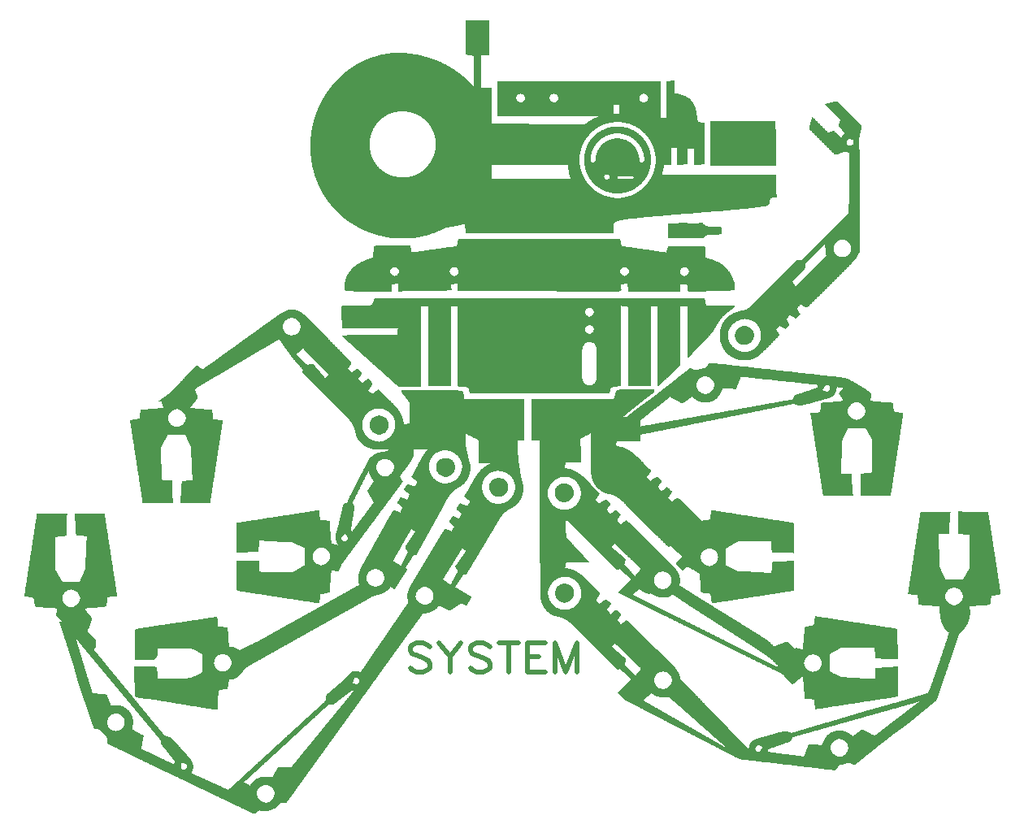
<source format=gbr>
%TF.GenerationSoftware,Novarm,DipTrace,3.0.0.2*%
%TF.CreationDate,2017-10-23T18:10:35+01:00*%
%FSLAX35Y35*%
%MOMM*%
%TF.FileFunction,Drawing,Silkscreen Top*%
%TF.Part,Single*%
%ADD12C,0.0254*%
%ADD79C,0.47059*%
G75*
G01*
%LPD*%
X5660900Y9320732D2*
D12*
X5899660D1*
X5660900Y9318192D2*
X5899660D1*
X5660900Y9315652D2*
X5899660D1*
X5660900Y9313112D2*
X5899660D1*
X5660900Y9310572D2*
X5899660D1*
X5660900Y9308032D2*
X5899660D1*
X5660900Y9305492D2*
X5899660D1*
X5660900Y9302952D2*
X5899660D1*
X5660900Y9300412D2*
X5899660D1*
X5660900Y9297872D2*
X5899660D1*
X5660910Y9295332D2*
X5899660D1*
X5660999Y9292792D2*
X5899660D1*
X5661323Y9290252D2*
X5899660D1*
X5661931Y9287712D2*
X5899660D1*
X5662582Y9285172D2*
X5899660D1*
X5663025Y9282632D2*
X5899660D1*
X5663261Y9280092D2*
X5899660D1*
X5663369Y9277552D2*
X5899660D1*
X5663413Y9275012D2*
X5899660D1*
X5663430Y9272472D2*
X5899660D1*
X5663437Y9269932D2*
X5899660D1*
X5663439Y9267392D2*
X5899660D1*
X5663440Y9264852D2*
X5899660D1*
X5663440Y9262312D2*
X5899660D1*
X5663440Y9259772D2*
X5899660D1*
X5663440Y9257232D2*
X5899660D1*
X5663440Y9254692D2*
X5899660D1*
X5663440Y9252152D2*
X5899660D1*
X5663440Y9249612D2*
X5899660D1*
X5663440Y9247072D2*
X5899660D1*
X5663440Y9244532D2*
X5899660D1*
X5663440Y9241992D2*
X5899660D1*
X5663440Y9239452D2*
X5899660D1*
X5663440Y9236912D2*
X5899660D1*
X5663440Y9234372D2*
X5899660D1*
X5663440Y9231832D2*
X5899660D1*
X5663440Y9229292D2*
X5899660D1*
X5663440Y9226752D2*
X5899660D1*
X5663440Y9224212D2*
X5899660D1*
X5663440Y9221672D2*
X5899660D1*
X5663440Y9219132D2*
X5899660D1*
X5663440Y9216592D2*
X5899660D1*
X5663440Y9214052D2*
X5899660D1*
X5663440Y9211512D2*
X5899660D1*
X5663440Y9208972D2*
X5899660D1*
X5663440Y9206432D2*
X5899660D1*
X5663440Y9203892D2*
X5899660D1*
X5663440Y9201352D2*
X5899660D1*
X5663440Y9198812D2*
X5899660D1*
X5663440Y9196272D2*
X5899660D1*
X5663440Y9193732D2*
X5899660D1*
X5663440Y9191192D2*
X5899660D1*
X5663440Y9188652D2*
X5899660D1*
X5663440Y9186112D2*
X5899660D1*
X5663440Y9183572D2*
X5899660D1*
X5663440Y9181032D2*
X5899660D1*
X5663440Y9178492D2*
X5899660D1*
X5663440Y9175952D2*
X5899660D1*
X5663440Y9173412D2*
X5899660D1*
X5663440Y9170872D2*
X5899660D1*
X5663440Y9168332D2*
X5899660D1*
X5663440Y9165792D2*
X5899660D1*
X5663440Y9163252D2*
X5899660D1*
X5663440Y9160712D2*
X5899660D1*
X5663440Y9158172D2*
X5899660D1*
X5663440Y9155632D2*
X5899660D1*
X5663440Y9153092D2*
X5899660D1*
X5663440Y9150552D2*
X5899660D1*
X5663440Y9148012D2*
X5899660D1*
X5663440Y9145472D2*
X5899660D1*
X5663440Y9142932D2*
X5899660D1*
X5663440Y9140392D2*
X5899660D1*
X5663450Y9137852D2*
X5899660D1*
X5663539Y9135312D2*
X5899660D1*
X5663863Y9132772D2*
X5899660D1*
X5664471Y9130232D2*
X5899660D1*
X5665122Y9127692D2*
X5899660D1*
X5665565Y9125152D2*
X5899660D1*
X5665801Y9122612D2*
X5899660D1*
X5665909Y9120072D2*
X5899660D1*
X5665953Y9117532D2*
X5899660D1*
X5665970Y9114992D2*
X5899660D1*
X5665977Y9112452D2*
X5899660D1*
X5665979Y9109912D2*
X5899660D1*
X5665980Y9107372D2*
X5899660D1*
X5665980Y9104832D2*
X5899660D1*
X5665980Y9102292D2*
X5899660D1*
X5665980Y9099752D2*
X5899660D1*
X5665980Y9097212D2*
X5899660D1*
X5665980Y9094672D2*
X5899660D1*
X5665980Y9092132D2*
X5899660D1*
X5665980Y9089592D2*
X5899660D1*
X5665980Y9087052D2*
X5899660D1*
X5665980Y9084512D2*
X5899660D1*
X5665980Y9081972D2*
X5899660D1*
X5665980Y9079432D2*
X5899660D1*
X5665980Y9076892D2*
X5899660D1*
X5665980Y9074352D2*
X5899660D1*
X5665980Y9071812D2*
X5899660D1*
X5665980Y9069272D2*
X5899660D1*
X5665980Y9066732D2*
X5899660D1*
X5665980Y9064192D2*
X5899660D1*
X5665980Y9061652D2*
X5899660D1*
X5665980Y9059112D2*
X5899660D1*
X5665980Y9056572D2*
X5899660D1*
X5665980Y9054032D2*
X5899660D1*
X5665980Y9051492D2*
X5899660D1*
X5665980Y9048952D2*
X5899660D1*
X5665980Y9046412D2*
X5899660D1*
X5665980Y9043872D2*
X5899660D1*
X5665980Y9041332D2*
X5899660D1*
X5665980Y9038792D2*
X5899660D1*
X5665980Y9036252D2*
X5899660D1*
X5665980Y9033712D2*
X5899660D1*
X5665980Y9031172D2*
X5899660D1*
X5665980Y9028632D2*
X5899660D1*
X5665980Y9026092D2*
X5899660D1*
X5665980Y9023552D2*
X5899660D1*
X5665980Y9021012D2*
X5899660D1*
X5665980Y9018472D2*
X5899660D1*
X5665980Y9015932D2*
X5899660D1*
X5665980Y9013392D2*
X5899660D1*
X5665980Y9010852D2*
X5899660D1*
X5665980Y9008312D2*
X5899660D1*
X5665980Y9005772D2*
X5899660D1*
X5665980Y9003232D2*
X5899660D1*
X5665980Y9000692D2*
X5899660D1*
X5665980Y8998152D2*
X5899660D1*
X5665980Y8995612D2*
X5899660D1*
X5665980Y8993072D2*
X5899660D1*
X5665980Y8990532D2*
X5899660D1*
X5665980Y8987992D2*
X5899660D1*
X5665980Y8985452D2*
X5899660D1*
X5665980Y8982912D2*
X5899660D1*
X5665980Y8980372D2*
X5899660D1*
X5665980Y8977832D2*
X5899660D1*
X4886200Y8975292D2*
X5033520D1*
X5666000D2*
X5899660D1*
X4866543Y8972752D2*
X5051300D1*
X5666258D2*
X5899660D1*
X4847786Y8970212D2*
X5081780D1*
X5666913D2*
X5899660D1*
X4830603Y8967672D2*
X5097430D1*
X5671715D2*
X5899660D1*
X4815115Y8965132D2*
X5113043D1*
X5680083D2*
X5899660D1*
X4801066Y8962592D2*
X5127853D1*
X5691733D2*
X5899660D1*
X4788114Y8960052D2*
X5141753D1*
X5705345D2*
X5899660D1*
X4776176Y8957512D2*
X5154934D1*
X5719603D2*
X5815840D1*
X5869180D2*
X5899660D1*
X4765062Y8954972D2*
X5167547D1*
X5733561D2*
X5815840D1*
X4754625Y8952432D2*
X5179550D1*
X5747260D2*
X5815840D1*
X4744842Y8949892D2*
X5190976D1*
X5747260D2*
X5815840D1*
X4735685Y8947352D2*
X5201833D1*
X5747260D2*
X5815840D1*
X4726851Y8944812D2*
X5212251D1*
X5747260D2*
X5815840D1*
X4718319Y8942272D2*
X5222232D1*
X5747260D2*
X5815840D1*
X4710145Y8939732D2*
X5231837D1*
X5747260D2*
X5815840D1*
X4702253Y8937192D2*
X5241264D1*
X5747260D2*
X5815840D1*
X4694517Y8934652D2*
X5250570D1*
X5747260D2*
X5815840D1*
X4686940Y8932112D2*
X5259462D1*
X5747260D2*
X5815840D1*
X4679621Y8929572D2*
X5267837D1*
X5747260D2*
X5815840D1*
X4672617Y8927032D2*
X5275823D1*
X5747260D2*
X5815840D1*
X4665741Y8924492D2*
X5283609D1*
X5747260D2*
X5815840D1*
X4658980Y8921952D2*
X5291290D1*
X5747260D2*
X5815840D1*
X4652523Y8919412D2*
X5298929D1*
X5747260D2*
X5815840D1*
X4646285Y8916872D2*
X5306464D1*
X5747260D2*
X5815840D1*
X4639898Y8914332D2*
X5313758D1*
X5747260D2*
X5815840D1*
X4633391Y8911792D2*
X5320677D1*
X5747260D2*
X5815840D1*
X4627069Y8909252D2*
X5327326D1*
X5747260D2*
X5815840D1*
X4621045Y8906712D2*
X5333881D1*
X5747260D2*
X5815840D1*
X4615245Y8904172D2*
X5340519D1*
X5747260D2*
X5815840D1*
X4609727Y8901632D2*
X5347172D1*
X5747260D2*
X5815840D1*
X4604424Y8899092D2*
X5353574D1*
X5747260D2*
X5815840D1*
X4599245Y8896552D2*
X5359706D1*
X5747260D2*
X5815840D1*
X4594124Y8894012D2*
X5365772D1*
X5747260D2*
X5815840D1*
X4589029Y8891472D2*
X5371748D1*
X5747260D2*
X5815840D1*
X4583943Y8888932D2*
X5377663D1*
X5747260D2*
X5815840D1*
X4578861Y8886392D2*
X5383617D1*
X5747260D2*
X5815840D1*
X4573780Y8883852D2*
X5389548D1*
X5747260D2*
X5815840D1*
X4568700Y8881312D2*
X5395359D1*
X5747260D2*
X5815840D1*
X4563620Y8878772D2*
X5401061D1*
X5747260D2*
X5815840D1*
X4558550Y8876232D2*
X5406538D1*
X5747260D2*
X5815840D1*
X4553549Y8873692D2*
X5411825D1*
X5747260D2*
X5815840D1*
X4548724Y8871152D2*
X5416998D1*
X5747260D2*
X5815840D1*
X4544097Y8868612D2*
X5422117D1*
X5747260D2*
X5815840D1*
X4539628Y8866072D2*
X5427212D1*
X5747260D2*
X5815840D1*
X4535322Y8863532D2*
X5432297D1*
X5747260D2*
X5815840D1*
X4531062Y8860992D2*
X5437379D1*
X5747260D2*
X5815840D1*
X4526777Y8858452D2*
X5442460D1*
X5747260D2*
X5815840D1*
X4522567Y8855912D2*
X5447530D1*
X5747260D2*
X5815840D1*
X4518346Y8853372D2*
X5452531D1*
X5747260D2*
X5815840D1*
X4514162Y8850832D2*
X5457356D1*
X5747260D2*
X5815840D1*
X4510184Y8848292D2*
X5461983D1*
X5747260D2*
X5815840D1*
X4506247Y8845752D2*
X5466452D1*
X5747260D2*
X5815840D1*
X4502030Y8843212D2*
X5470758D1*
X5747260D2*
X5815840D1*
X4497697Y8840672D2*
X5475028D1*
X5747260D2*
X5815840D1*
X4493504Y8838132D2*
X5479393D1*
X5747260D2*
X5815840D1*
X4489488Y8835592D2*
X5483846D1*
X5747260D2*
X5815840D1*
X4485579Y8833052D2*
X5488442D1*
X5747260D2*
X5815840D1*
X4481731Y8830512D2*
X5492982D1*
X5747260D2*
X5815840D1*
X4477903Y8827972D2*
X5497271D1*
X5747260D2*
X5815840D1*
X4474099Y8825432D2*
X5501338D1*
X5747260D2*
X5815840D1*
X4470374Y8822892D2*
X5505351D1*
X5747260D2*
X5815840D1*
X4466879Y8820352D2*
X5509519D1*
X5747260D2*
X5815840D1*
X4463596Y8817812D2*
X5513878D1*
X5747260D2*
X5815840D1*
X4460205Y8815272D2*
X5518109D1*
X5747260D2*
X5815840D1*
X4456551Y8812732D2*
X5522082D1*
X5747260D2*
X5815840D1*
X4452936Y8810192D2*
X5526083D1*
X5747260D2*
X5815840D1*
X4449450Y8807652D2*
X5530212D1*
X5747260D2*
X5815840D1*
X4445973Y8805112D2*
X5534272D1*
X5747260D2*
X5815840D1*
X4442550Y8802572D2*
X5538229D1*
X5747260D2*
X5815840D1*
X4439186Y8800032D2*
X5542096D1*
X5747260D2*
X5815840D1*
X4435770Y8797492D2*
X5545849D1*
X5747260D2*
X5815840D1*
X4432374Y8794952D2*
X5549354D1*
X5747260D2*
X5815840D1*
X4429020Y8792412D2*
X5552642D1*
X5747260D2*
X5815840D1*
X4425618Y8789872D2*
X5556034D1*
X5747260D2*
X5815840D1*
X4422302Y8787332D2*
X5559689D1*
X5747260D2*
X5815840D1*
X4419183Y8784792D2*
X5563304D1*
X5747260D2*
X5815840D1*
X4416066Y8782252D2*
X5566800D1*
X5747260D2*
X5815840D1*
X4412803Y8779712D2*
X5570356D1*
X5747260D2*
X5815840D1*
X4409555Y8777172D2*
X5574023D1*
X5747260D2*
X5815840D1*
X4406475Y8774632D2*
X5577752D1*
X5747260D2*
X5815840D1*
X4403449Y8772092D2*
X5581445D1*
X5747260D2*
X5815840D1*
X4400425Y8769552D2*
X5584918D1*
X5747260D2*
X5815840D1*
X4397473Y8767012D2*
X5588107D1*
X5747260D2*
X5815840D1*
X4394515Y8764472D2*
X5591183D1*
X5747260D2*
X5815840D1*
X4391525Y8761932D2*
X5594307D1*
X5747260D2*
X5815840D1*
X4388658Y8759392D2*
X5597505D1*
X5747260D2*
X5815840D1*
X4385856Y8756852D2*
X5600843D1*
X5747260D2*
X5815840D1*
X4382911Y8754312D2*
X5604196D1*
X5747260D2*
X5815840D1*
X4379729Y8751772D2*
X5607458D1*
X5747260D2*
X5815840D1*
X4376525Y8749232D2*
X5610621D1*
X5747260D2*
X5815840D1*
X4373537Y8746692D2*
X5613640D1*
X5747260D2*
X5815840D1*
X4370760Y8744152D2*
X5616627D1*
X5747260D2*
X5815840D1*
X4368102Y8741612D2*
X5619638D1*
X5747260D2*
X5815840D1*
X4365437Y8739072D2*
X5622589D1*
X5747260D2*
X5815840D1*
X4362636Y8736532D2*
X5625627D1*
X5747260D2*
X5815840D1*
X4359726Y8733992D2*
X5628857D1*
X5747260D2*
X5815840D1*
X4356896Y8731452D2*
X5632092D1*
X5747260D2*
X5815840D1*
X4354200Y8728912D2*
X5635167D1*
X5747260D2*
X5815840D1*
X4351580Y8726372D2*
X5638192D1*
X5747260D2*
X5815840D1*
X4349012Y8723832D2*
X5641206D1*
X5747260D2*
X5815840D1*
X4346455Y8721292D2*
X5644078D1*
X5747260D2*
X5815840D1*
X4343914Y8718752D2*
X5646801D1*
X5747260D2*
X5815840D1*
X4341369Y8716212D2*
X5649506D1*
X5747260D2*
X5815840D1*
X4338832Y8713672D2*
X5652321D1*
X5747260D2*
X5815840D1*
X4336288Y8711132D2*
X5655242D1*
X5747260D2*
X5815840D1*
X4333752Y8708592D2*
X5658070D1*
X5747260D2*
X5815840D1*
X4331208Y8706052D2*
X5660772D1*
X5747260D2*
X5815840D1*
X4328672Y8703512D2*
X5663388D1*
X5747260D2*
X5815840D1*
X4326128Y8700972D2*
X5665960D1*
X5747260D2*
X5815840D1*
X4323592Y8698432D2*
X5668513D1*
X5747260D2*
X5815840D1*
X4321058Y8695892D2*
X5671058D1*
X5747260D2*
X5815840D1*
X4318601Y8693352D2*
X5673599D1*
X5747260D2*
X5815840D1*
X4316302Y8690812D2*
X5676140D1*
X5747260D2*
X5815840D1*
X7817360D2*
X7827520D1*
X4314130Y8688272D2*
X5678680D1*
X5747260D2*
X5815840D1*
X7803308D2*
X7827520D1*
X4311873Y8685732D2*
X5681220D1*
X5747260D2*
X5815840D1*
X7788521D2*
X7827520D1*
X4309493Y8683192D2*
X5683760D1*
X5747260D2*
X5815840D1*
X7772803D2*
X7827520D1*
X4307028Y8680652D2*
X5686300D1*
X5747260D2*
X5815840D1*
X5993640D2*
X7192520D1*
X7756400D2*
X7827520D1*
X4304520Y8678112D2*
X5688840D1*
X5747260D2*
X5815840D1*
X5993640D2*
X7685280D1*
X7756400D2*
X7827520D1*
X4302003Y8675572D2*
X5691380D1*
X5747260D2*
X5815840D1*
X5993640D2*
X7685280D1*
X7756400D2*
X7827520D1*
X4299557Y8673032D2*
X5693920D1*
X5747260D2*
X5815840D1*
X5993640D2*
X7685280D1*
X7756400D2*
X7827520D1*
X4297342Y8670492D2*
X5696460D1*
X5747260D2*
X5815840D1*
X5993640D2*
X7685280D1*
X7756400D2*
X7827520D1*
X4295411Y8667952D2*
X5699000D1*
X5747260D2*
X5815840D1*
X5993640D2*
X7685280D1*
X7756400D2*
X7827520D1*
X4293522Y8665412D2*
X5701540D1*
X5747260D2*
X5815840D1*
X5993640D2*
X7685280D1*
X7756400D2*
X7827520D1*
X4291435Y8662872D2*
X5704080D1*
X5747260D2*
X5815840D1*
X5993640D2*
X7685280D1*
X7756400D2*
X7827520D1*
X4289210Y8660332D2*
X5706620D1*
X5747260D2*
X5815840D1*
X5993640D2*
X7685280D1*
X7756400D2*
X7827520D1*
X4287022Y8657792D2*
X5709150D1*
X5747260D2*
X5815840D1*
X5993640D2*
X7685280D1*
X7756400D2*
X7827520D1*
X4284891Y8655252D2*
X5711611D1*
X5747260D2*
X5815840D1*
X5993640D2*
X7685280D1*
X7756400D2*
X7827520D1*
X4282655Y8652712D2*
X5713906D1*
X5747260D2*
X5815840D1*
X5993640D2*
X7685280D1*
X7756400D2*
X7827520D1*
X4280287Y8650172D2*
X5716082D1*
X5747260D2*
X5815840D1*
X5993640D2*
X7685280D1*
X7756400D2*
X7827520D1*
X4277909Y8647632D2*
X5718335D1*
X5747260D2*
X5815840D1*
X5993640D2*
X7685280D1*
X7756400D2*
X7827520D1*
X4275642Y8645092D2*
X5720709D1*
X5747260D2*
X5815840D1*
X5993640D2*
X7685280D1*
X7756400D2*
X7827520D1*
X4273492Y8642552D2*
X5723090D1*
X5747260D2*
X5815840D1*
X5993640D2*
X7685280D1*
X7756400D2*
X7827520D1*
X4271330Y8640012D2*
X5725358D1*
X5747260D2*
X5815840D1*
X5993640D2*
X7685280D1*
X7756400D2*
X7827520D1*
X4269275Y8637472D2*
X5727517D1*
X5747260D2*
X5815840D1*
X5993640D2*
X7685280D1*
X7756400D2*
X7827520D1*
X4267419Y8634932D2*
X5729770D1*
X5747260D2*
X5815840D1*
X5993640D2*
X7685280D1*
X7756400D2*
X7827520D1*
X4265573Y8632392D2*
X5732138D1*
X5747260D2*
X5815840D1*
X5993640D2*
X7685280D1*
X7756400D2*
X7827520D1*
X4263568Y8629852D2*
X5734513D1*
X5747260D2*
X5815840D1*
X5993640D2*
X7685280D1*
X7756400D2*
X7827520D1*
X4261512Y8627312D2*
X5736695D1*
X5747260D2*
X5815840D1*
X5993640D2*
X7685280D1*
X7756400D2*
X7827520D1*
X4259455Y8624772D2*
X5738593D1*
X5747260D2*
X5815840D1*
X5993640D2*
X7685280D1*
X7756400D2*
X7827520D1*
X4257327Y8622232D2*
X5740372D1*
X5747260D2*
X5815840D1*
X5993640D2*
X7685280D1*
X7756400D2*
X7827520D1*
X4255215Y8619692D2*
X5742180D1*
X5747260D2*
X5815840D1*
X5993640D2*
X7685280D1*
X7756400D2*
X7827520D1*
X4253214Y8617152D2*
X5815840D1*
X5993640D2*
X7685280D1*
X7756400D2*
X7827520D1*
X4251315Y8614612D2*
X5815840D1*
X5993640D2*
X7685280D1*
X7756400D2*
X7827520D1*
X4249566Y8612072D2*
X5922520D1*
X5993640D2*
X7685280D1*
X7756400D2*
X7827520D1*
X4247838Y8609532D2*
X5922520D1*
X5993640D2*
X7685280D1*
X7756400D2*
X7827520D1*
X4246019Y8606992D2*
X5922520D1*
X5993640D2*
X7685280D1*
X7756400D2*
X7827520D1*
X4244101Y8604452D2*
X5922520D1*
X5993640D2*
X7685280D1*
X7756400D2*
X7827520D1*
X4242040Y8601912D2*
X5922520D1*
X5993640D2*
X7685280D1*
X7756400D2*
X7827520D1*
X4239957Y8599372D2*
X5922520D1*
X5993640D2*
X7685280D1*
X7756400D2*
X7827520D1*
X4237967Y8596832D2*
X5922520D1*
X5993640D2*
X7685280D1*
X7756400D2*
X7827520D1*
X4236073Y8594292D2*
X5922520D1*
X5993640D2*
X7685280D1*
X7756400D2*
X7827520D1*
X4234326Y8591752D2*
X5922520D1*
X5993640D2*
X7685280D1*
X7756400D2*
X7827520D1*
X4232607Y8589212D2*
X5922520D1*
X5993640D2*
X7685280D1*
X7756400D2*
X7827520D1*
X4230868Y8586672D2*
X5922520D1*
X5993640D2*
X7685280D1*
X7756400D2*
X7827520D1*
X4229185Y8584132D2*
X5922520D1*
X5993640D2*
X7685280D1*
X7756400D2*
X7827520D1*
X4227419Y8581592D2*
X5922520D1*
X5993640D2*
X7685280D1*
X7756400D2*
X7827520D1*
X4225457Y8579052D2*
X5922520D1*
X5993640D2*
X7685280D1*
X7756400D2*
X7827520D1*
X4223504Y8576512D2*
X5922520D1*
X5993640D2*
X7685280D1*
X7756400D2*
X7827520D1*
X4221766Y8573972D2*
X5922520D1*
X5993640D2*
X7685280D1*
X7756400D2*
X7827520D1*
X4220168Y8571432D2*
X5922520D1*
X5993640D2*
X7685280D1*
X7756400D2*
X7827520D1*
X4218463Y8568892D2*
X5922520D1*
X5993640D2*
X7685280D1*
X7756400D2*
X7827560D1*
X4216542Y8566352D2*
X5922520D1*
X5993640D2*
X7685280D1*
X7756400D2*
X7827679D1*
X4214601Y8563812D2*
X5922520D1*
X5993640D2*
X7685280D1*
X7756400D2*
X7828869D1*
X4212884Y8561272D2*
X5922520D1*
X5993640D2*
X7685280D1*
X7756400D2*
X7833461D1*
X4211364Y8558732D2*
X5922520D1*
X5993640D2*
X6218561D1*
X6241159D2*
X6566541D1*
X6586982D2*
X7501261D1*
X7521702D2*
X7685280D1*
X7756400D2*
X7840607D1*
X4209898Y8556192D2*
X5922520D1*
X5993640D2*
X6211239D1*
X6248481D2*
X6559219D1*
X6594854D2*
X7493939D1*
X7529574D2*
X7685280D1*
X7756400D2*
X7850062D1*
X4208258Y8553652D2*
X5922520D1*
X5993640D2*
X6205538D1*
X6254182D2*
X6553518D1*
X6600968D2*
X7488238D1*
X7535688D2*
X7685280D1*
X7756400D2*
X7860572D1*
X4206364Y8551112D2*
X5922520D1*
X5993640D2*
X6201109D1*
X6258611D2*
X6549089D1*
X6605478D2*
X7483809D1*
X7540198D2*
X7685280D1*
X7756400D2*
X7870931D1*
X4204435Y8548572D2*
X5922520D1*
X5993640D2*
X6197591D1*
X6262129D2*
X6545571D1*
X6608945D2*
X7480291D1*
X7543665D2*
X7685280D1*
X7756400D2*
X7880800D1*
X4202722Y8546032D2*
X5922520D1*
X5993640D2*
X6194612D1*
X6265108D2*
X6542582D1*
X6611876D2*
X7477302D1*
X7546596D2*
X7685280D1*
X7756400D2*
X7890281D1*
X4201213Y8543492D2*
X5922520D1*
X5993640D2*
X6191984D1*
X6267746D2*
X6539864D1*
X6614479D2*
X7474584D1*
X7549199D2*
X7685280D1*
X7756400D2*
X7899317D1*
X4199827Y8540952D2*
X5922520D1*
X5993640D2*
X6189783D1*
X6270036D2*
X6537341D1*
X6616748D2*
X7472061D1*
X7551468D2*
X7685280D1*
X7756400D2*
X7907537D1*
X4198431Y8538412D2*
X5922520D1*
X5993640D2*
X6188149D1*
X6271984D2*
X6535107D1*
X6618607D2*
X7469827D1*
X7553327D2*
X7685280D1*
X7756400D2*
X7914936D1*
X4196902Y8535872D2*
X5922520D1*
X5993640D2*
X6186869D1*
X6273784D2*
X6533255D1*
X6620163D2*
X7467975D1*
X7554893D2*
X7685280D1*
X7756400D2*
X7921776D1*
X4195250Y8533332D2*
X5922520D1*
X5993640D2*
X6185519D1*
X6275461D2*
X6531697D1*
X6621482D2*
X7466417D1*
X7556291D2*
X7685280D1*
X7756400D2*
X7928253D1*
X4193613Y8530792D2*
X5922520D1*
X5993640D2*
X6184079D1*
X6276745D2*
X6530306D1*
X6622562D2*
X7465026D1*
X7557605D2*
X7685280D1*
X7756400D2*
X7934352D1*
X4191940Y8528252D2*
X5922520D1*
X5993640D2*
X6182913D1*
X6277584D2*
X6529076D1*
X6623476D2*
X7463796D1*
X7558814D2*
X7685280D1*
X7756400D2*
X7940038D1*
X4190228Y8525712D2*
X5922520D1*
X5993640D2*
X6182198D1*
X6278278D2*
X6528118D1*
X6624388D2*
X7462838D1*
X7559849D2*
X7685280D1*
X7756400D2*
X7945413D1*
X4188641Y8523172D2*
X5922520D1*
X5993640D2*
X6181756D1*
X6279048D2*
X6527540D1*
X6625259D2*
X7462260D1*
X7560745D2*
X7685280D1*
X7756400D2*
X7950618D1*
X4187200Y8520632D2*
X5922520D1*
X5993640D2*
X6181277D1*
X6279765D2*
X6527251D1*
X6626078D2*
X7461971D1*
X7561642D2*
X7685280D1*
X7756400D2*
X7955658D1*
X4185848Y8518092D2*
X5922520D1*
X5993640D2*
X6180605D1*
X6280232D2*
X6527122D1*
X6626941D2*
X7461842D1*
X7562420D2*
X7685280D1*
X7756400D2*
X7960428D1*
X4184537Y8515552D2*
X5922520D1*
X5993640D2*
X6179930D1*
X6280476D2*
X6527070D1*
X6627708D2*
X7461790D1*
X7562915D2*
X7685280D1*
X7756400D2*
X7964814D1*
X4183172Y8513012D2*
X5922520D1*
X5993640D2*
X6179489D1*
X6280587D2*
X6527051D1*
X6628188D2*
X7461771D1*
X7563160D2*
X7685280D1*
X7756400D2*
X7968915D1*
X4181655Y8510472D2*
X5922520D1*
X5993640D2*
X6179340D1*
X6280623D2*
X6527044D1*
X6628352D2*
X7461764D1*
X7563186D2*
X7685280D1*
X7756400D2*
X7972842D1*
X4180007Y8507932D2*
X5922520D1*
X5993640D2*
X6179555D1*
X6280551D2*
X6527041D1*
X6628142D2*
X7461761D1*
X7562909D2*
X7685280D1*
X7756400D2*
X7976616D1*
X4178372Y8505392D2*
X5922520D1*
X5993640D2*
X6180118D1*
X6280234D2*
X6527050D1*
X6627571D2*
X7461770D1*
X7562309D2*
X7685280D1*
X7756400D2*
X7980120D1*
X4176710Y8502852D2*
X5922520D1*
X5993640D2*
X6180752D1*
X6279628D2*
X6527139D1*
X6626848D2*
X7461859D1*
X7561575D2*
X7685280D1*
X7756400D2*
X7983321D1*
X4175077Y8500312D2*
X5922520D1*
X5993640D2*
X6181199D1*
X6278967D2*
X6527473D1*
X6626088D2*
X7462193D1*
X7560810D2*
X7685280D1*
X7756400D2*
X7986391D1*
X4173724Y8497772D2*
X5922520D1*
X5993640D2*
X6181531D1*
X6278425D2*
X6528170D1*
X6625237D2*
X7462890D1*
X7559957D2*
X7685280D1*
X7756400D2*
X7989427D1*
X4172569Y8495232D2*
X5922520D1*
X5993640D2*
X6182051D1*
X6277777D2*
X6529145D1*
X6624379D2*
X7463865D1*
X7559109D2*
X7685280D1*
X7756400D2*
X7992302D1*
X4171259Y8492692D2*
X5922520D1*
X5993640D2*
X6183038D1*
X6276727D2*
X6530217D1*
X6623479D2*
X7464937D1*
X7558288D2*
X7685280D1*
X7756400D2*
X7995022D1*
X4169749Y8490152D2*
X5922520D1*
X5993640D2*
X6184413D1*
X6275334D2*
X6531282D1*
X6622284D2*
X7466002D1*
X7557328D2*
X7685280D1*
X7756400D2*
X7997645D1*
X4168257Y8487612D2*
X5922520D1*
X5993640D2*
X6185927D1*
X6273889D2*
X6532490D1*
X6620812D2*
X7467210D1*
X7556140D2*
X7685280D1*
X7756400D2*
X8000219D1*
X4166856Y8485072D2*
X5922520D1*
X5993640D2*
X6187550D1*
X6272496D2*
X6534086D1*
X6619258D2*
X7468806D1*
X7554629D2*
X7685280D1*
X7756400D2*
X8002763D1*
X4165519Y8482532D2*
X5922520D1*
X5993640D2*
X6189262D1*
X6271067D2*
X6535946D1*
X6617609D2*
X7470666D1*
X7552772D2*
X7685280D1*
X7756400D2*
X8005208D1*
X4164214Y8479992D2*
X5922520D1*
X5993640D2*
X6191021D1*
X6269350D2*
X6537994D1*
X6615811D2*
X7472714D1*
X7550767D2*
X7685280D1*
X7756400D2*
X8007328D1*
X4162851Y8477452D2*
X5922520D1*
X5993640D2*
X6193126D1*
X6267037D2*
X6540411D1*
X6613796D2*
X7475131D1*
X7548634D2*
X7685280D1*
X7756400D2*
X8008846D1*
X4161345Y8474912D2*
X5922520D1*
X5993640D2*
X6195883D1*
X6264072D2*
X6543143D1*
X6611237D2*
X7477863D1*
X7546091D2*
X7685280D1*
X7756400D2*
X8009762D1*
X4159786Y8472372D2*
X5922520D1*
X5993640D2*
X6199273D1*
X6260554D2*
X6546101D1*
X6607849D2*
X7480821D1*
X7542910D2*
X7685280D1*
X7756400D2*
X8015480D1*
X9514080D2*
X9526780D1*
X4158465Y8469832D2*
X5922520D1*
X5993640D2*
X6203463D1*
X6256301D2*
X6549814D1*
X6603515D2*
X7484534D1*
X7538849D2*
X7685280D1*
X7756400D2*
X8016751D1*
X9503575D2*
X9529310D1*
X4157322Y8467292D2*
X5922520D1*
X5993640D2*
X6209050D1*
X6250687D2*
X6555382D1*
X6597968D2*
X7490102D1*
X7533325D2*
X7685280D1*
X7756400D2*
X8018236D1*
X9492770D2*
X9531751D1*
X4156027Y8464752D2*
X5922520D1*
X5993640D2*
X6216395D1*
X6243331D2*
X6563359D1*
X6590928D2*
X7498079D1*
X7526009D2*
X7685280D1*
X7756400D2*
X8019788D1*
X9481935D2*
X9533869D1*
X4154598Y8462212D2*
X5922520D1*
X5993640D2*
X6224780D1*
X6234940D2*
X6572760D1*
X6582920D2*
X7507480D1*
X7517640D2*
X7685280D1*
X7756400D2*
X8021414D1*
X9471231D2*
X9535386D1*
X4153340Y8459672D2*
X5922520D1*
X5993640D2*
X7685280D1*
X7756400D2*
X8023031D1*
X9460584D2*
X9536302D1*
X4152225Y8457132D2*
X5922520D1*
X5993640D2*
X7685280D1*
X7756400D2*
X8024379D1*
X9449862D2*
X9542020D1*
X4150941Y8454592D2*
X5922520D1*
X5993640D2*
X7685280D1*
X7756400D2*
X8025532D1*
X9439173D2*
X9542020D1*
X4149516Y8452052D2*
X5922520D1*
X5993640D2*
X7685280D1*
X7756400D2*
X8026831D1*
X9428854D2*
X9547100D1*
X4148260Y8449512D2*
X5922520D1*
X5993640D2*
X7685280D1*
X7756400D2*
X8028261D1*
X9419897D2*
X9547100D1*
X4147144Y8446972D2*
X5922520D1*
X5993640D2*
X7685280D1*
X7756400D2*
X8029519D1*
X9413005D2*
X9552180D1*
X4145860Y8444432D2*
X5922520D1*
X5993640D2*
X7685280D1*
X7756400D2*
X8030635D1*
X9407400D2*
X9552180D1*
X4144436Y8441892D2*
X5922520D1*
X5993640D2*
X7685280D1*
X7756400D2*
X8031919D1*
X9409940D2*
X9557260D1*
X4143180Y8439352D2*
X5922520D1*
X5993640D2*
X7192520D1*
X7263640D2*
X7685280D1*
X7756400D2*
X8033344D1*
X9412480D2*
X9557260D1*
X4142064Y8436812D2*
X5922520D1*
X5993640D2*
X7192520D1*
X7263640D2*
X7685280D1*
X7756400D2*
X8034591D1*
X9415020D2*
X9562340D1*
X4140780Y8434272D2*
X5922520D1*
X5993640D2*
X7192520D1*
X7263640D2*
X7685280D1*
X7756400D2*
X8035626D1*
X9417560D2*
X9562340D1*
X4139356Y8431732D2*
X5922520D1*
X5993640D2*
X7192520D1*
X7263640D2*
X7685280D1*
X7756400D2*
X8036676D1*
X9420100D2*
X9567420D1*
X4138109Y8429192D2*
X5922520D1*
X5993640D2*
X7192520D1*
X7263640D2*
X7685280D1*
X7756400D2*
X8037806D1*
X9422640D2*
X9567420D1*
X4137074Y8426652D2*
X5922520D1*
X5993640D2*
X7192520D1*
X7263640D2*
X7685280D1*
X7756400D2*
X8038930D1*
X9425180D2*
X9572500D1*
X4136024Y8424112D2*
X5922520D1*
X5993640D2*
X7192520D1*
X7263640D2*
X7685280D1*
X7756400D2*
X8039930D1*
X9427720D2*
X9572500D1*
X4134884Y8421572D2*
X5922520D1*
X5993640D2*
X7192520D1*
X7263640D2*
X7685280D1*
X7756400D2*
X8040823D1*
X9430260D2*
X9577580D1*
X4133681Y8419032D2*
X5922520D1*
X5993640D2*
X7192520D1*
X7263640D2*
X7685280D1*
X7756400D2*
X8041803D1*
X9432800D2*
X9577580D1*
X4132437Y8416492D2*
X5922520D1*
X5993640D2*
X7192520D1*
X7263640D2*
X7685280D1*
X7756400D2*
X8042904D1*
X9435340D2*
X9582660D1*
X4131180Y8413952D2*
X5922520D1*
X5993640D2*
X7192520D1*
X7263640D2*
X7685280D1*
X7756400D2*
X8044007D1*
X9437880D2*
X9582660D1*
X4129922Y8411412D2*
X5922520D1*
X5993640D2*
X7192520D1*
X7263640D2*
X7685280D1*
X7756400D2*
X8044913D1*
X9440420D2*
X9587740D1*
X4128735Y8408872D2*
X5922520D1*
X5993640D2*
X7192520D1*
X7263640D2*
X7685280D1*
X7756400D2*
X8045481D1*
X9442960D2*
X9587740D1*
X4127697Y8406332D2*
X5922520D1*
X5993640D2*
X7192520D1*
X7263640D2*
X7685280D1*
X7756400D2*
X8045852D1*
X9445500D2*
X9592820D1*
X4126714Y8403792D2*
X5922520D1*
X5993640D2*
X7192520D1*
X7263640D2*
X7685280D1*
X7756400D2*
X8046302D1*
X9448040D2*
X9592820D1*
X4125495Y8401252D2*
X5922520D1*
X5993640D2*
X7192520D1*
X7263640D2*
X7685280D1*
X7756400D2*
X8046971D1*
X9450580D2*
X9597900D1*
X4124108Y8398712D2*
X5922520D1*
X5993640D2*
X7192520D1*
X7263640D2*
X7685280D1*
X7756400D2*
X8047731D1*
X9453120D2*
X9597900D1*
X4122952Y8396172D2*
X5922520D1*
X5993640D2*
X7192520D1*
X7263640D2*
X7685280D1*
X7756400D2*
X8048505D1*
X9455660D2*
X9602980D1*
X4122165Y8393632D2*
X5922520D1*
X5993640D2*
X7192520D1*
X7263640D2*
X7685280D1*
X7756400D2*
X8049351D1*
X9458200D2*
X9602980D1*
X4121481Y8391092D2*
X5922520D1*
X5993640D2*
X7192520D1*
X7263640D2*
X7685280D1*
X7756400D2*
X8050111D1*
X9460740D2*
X9608060D1*
X4120629Y8388552D2*
X5922520D1*
X5993640D2*
X7192520D1*
X7263640D2*
X7685280D1*
X7756400D2*
X8050609D1*
X9463280D2*
X9608060D1*
X4119581Y8386012D2*
X5922520D1*
X5993640D2*
X7192520D1*
X7263640D2*
X7685280D1*
X7756400D2*
X8050951D1*
X9465820D2*
X9613140D1*
X4118417Y8383472D2*
X5922520D1*
X5993640D2*
X7192520D1*
X7263640D2*
X7685280D1*
X7756400D2*
X8051388D1*
X9468360D2*
X9613140D1*
X4117188Y8380932D2*
X5922520D1*
X5993640D2*
X7192520D1*
X7263640D2*
X7685280D1*
X7756400D2*
X8052053D1*
X9470900D2*
X9618220D1*
X4115937Y8378392D2*
X5922520D1*
X5993640D2*
X7192520D1*
X7263640D2*
X7685280D1*
X7756400D2*
X8052812D1*
X9473440D2*
X9618220D1*
X4114681Y8375852D2*
X4967752D1*
X5020146D2*
X5922520D1*
X5993640D2*
X7192520D1*
X7263640D2*
X7685280D1*
X7756400D2*
X8053585D1*
X9475980D2*
X9623300D1*
X4113504Y8373312D2*
X4948107D1*
X5041602D2*
X5922520D1*
X5993640D2*
X7192520D1*
X7263640D2*
X7685280D1*
X7756400D2*
X8054431D1*
X9478520D2*
X9623300D1*
X4112557Y8370772D2*
X4931880D1*
X5059298D2*
X5922520D1*
X5993640D2*
X7192520D1*
X7263640D2*
X7685280D1*
X7756400D2*
X8055191D1*
X9481060D2*
X9628380D1*
X4111897Y8368232D2*
X4918405D1*
X5073926D2*
X5922520D1*
X5993640D2*
X7192520D1*
X7263640D2*
X7685280D1*
X7756400D2*
X8055679D1*
X9483600D2*
X9628380D1*
X4111276Y8365692D2*
X4907009D1*
X5086278D2*
X5922520D1*
X5993640D2*
X7192520D1*
X7263640D2*
X7685280D1*
X7756400D2*
X8055941D1*
X9486140D2*
X9633460D1*
X4110451Y8363152D2*
X4897237D1*
X5097063D2*
X5922520D1*
X5993640D2*
X7192520D1*
X7263640D2*
X7685280D1*
X7756400D2*
X8056145D1*
X9488680D2*
X9633460D1*
X4109425Y8360612D2*
X4888877D1*
X5106612D2*
X5922520D1*
X5993640D2*
X7192520D1*
X7263640D2*
X7685280D1*
X7756400D2*
X8056515D1*
X9491220D2*
X9638540D1*
X4108344Y8358072D2*
X4881666D1*
X5115162D2*
X5922520D1*
X5993640D2*
X7192520D1*
X7263640D2*
X7685280D1*
X7756400D2*
X8057141D1*
X9493760D2*
X9638540D1*
X4107361Y8355532D2*
X4875179D1*
X5122842D2*
X5922520D1*
X5993640D2*
X7192520D1*
X7263640D2*
X7685280D1*
X7756400D2*
X8057809D1*
X9496300D2*
X9643620D1*
X4106474Y8352992D2*
X4868897D1*
X5129725D2*
X5922520D1*
X5993640D2*
X7192520D1*
X7263640D2*
X7685280D1*
X7756400D2*
X8058344D1*
X9498840D2*
X9643620D1*
X4105496Y8350452D2*
X4862636D1*
X5136060D2*
X5922520D1*
X5993640D2*
X7192520D1*
X7263640D2*
X7685280D1*
X7756400D2*
X8058904D1*
X9501380D2*
X9648700D1*
X4104395Y8347912D2*
X4856418D1*
X5142196D2*
X5922520D1*
X5993640D2*
X7192520D1*
X7263640D2*
X7685280D1*
X7756400D2*
X8059620D1*
X9503920D2*
X9648700D1*
X4103283Y8345372D2*
X4850435D1*
X5148113D2*
X5922520D1*
X5993640D2*
X7685280D1*
X7756400D2*
X8060316D1*
X9506460D2*
X9653780D1*
X4102288Y8342832D2*
X4844878D1*
X5153705D2*
X5922520D1*
X5993640D2*
X7685280D1*
X7756400D2*
X8060776D1*
X9509000D2*
X9653780D1*
X4101397Y8340292D2*
X4839842D1*
X5158965D2*
X5922520D1*
X5993640D2*
X7685280D1*
X7756400D2*
X8061018D1*
X9511540D2*
X9658860D1*
X4100416Y8337752D2*
X4835250D1*
X5163922D2*
X5922520D1*
X5993640D2*
X7685280D1*
X7756400D2*
X8061128D1*
X9514080D2*
X9658860D1*
X4099316Y8335212D2*
X4830864D1*
X5168672D2*
X5922520D1*
X5993640D2*
X7685280D1*
X7756400D2*
X8061183D1*
X9516620D2*
X9663940D1*
X4098213Y8332672D2*
X4826527D1*
X5173408D2*
X5922520D1*
X5993640D2*
X7685280D1*
X7756400D2*
X8061290D1*
X9519160D2*
X9663940D1*
X4097297Y8330132D2*
X4822298D1*
X5178080D2*
X5922520D1*
X5993640D2*
X7685280D1*
X7756400D2*
X8061620D1*
X9521700D2*
X9669020D1*
X4096650Y8327592D2*
X4818070D1*
X5182624D2*
X5922520D1*
X5993640D2*
X7685280D1*
X7756400D2*
X8062230D1*
X9524240D2*
X9669020D1*
X4096034Y8325052D2*
X4813893D1*
X5186982D2*
X5922520D1*
X6242560D2*
X6928360D1*
X7064725D2*
X7685280D1*
X7756400D2*
X8062892D1*
X9526780D2*
X9674100D1*
X4095211Y8322512D2*
X4810004D1*
X5191032D2*
X5922520D1*
X7058306D2*
X7685280D1*
X7756400D2*
X8063425D1*
X9529320D2*
X9674100D1*
X4094185Y8319972D2*
X4806391D1*
X5194913D2*
X5922520D1*
X7051657D2*
X7685280D1*
X7756400D2*
X8063984D1*
X9531860D2*
X9679180D1*
X4093114Y8317432D2*
X4802781D1*
X5198820D2*
X5922520D1*
X7045234D2*
X7685280D1*
X7756400D2*
X8064700D1*
X9534400D2*
X9679180D1*
X4092210Y8314892D2*
X4799109D1*
X5202550D2*
X5922520D1*
X7039071D2*
X7685280D1*
X7756400D2*
X8065396D1*
X9536940D2*
X9684260D1*
X4091568Y8312352D2*
X4795449D1*
X5206083D2*
X5922520D1*
X7033001D2*
X7685280D1*
X7756400D2*
X8065856D1*
X9539480D2*
X9684260D1*
X4090963Y8309812D2*
X4791992D1*
X5209577D2*
X5922520D1*
X7027021D2*
X7685280D1*
X7756400D2*
X8066098D1*
X9542020D2*
X9689340D1*
X4090220Y8307272D2*
X4788809D1*
X5213006D2*
X5922520D1*
X7021192D2*
X7685280D1*
X7756400D2*
X8066208D1*
X9270240D2*
D3*
X9544560D2*
X9689340D1*
X4089428Y8304732D2*
X4785736D1*
X5216373D2*
X5922520D1*
X7015483D2*
X7685280D1*
X7756400D2*
X8066253D1*
X9269838D2*
X9275320D1*
X9547100D2*
X9694420D1*
X4088642Y8302192D2*
X4782612D1*
X5219790D2*
X5922520D1*
X7010003D2*
X7685280D1*
X7756400D2*
X8066270D1*
X9269119D2*
X9275320D1*
X9549640D2*
X9694420D1*
X4087791Y8299652D2*
X4779414D1*
X5223176D2*
X5922520D1*
X7004716D2*
X8066287D1*
X9268137D2*
X9280400D1*
X9552180D2*
X9699500D1*
X4087020Y8297112D2*
X4776087D1*
X5226451D2*
X5922520D1*
X6999552D2*
X8066378D1*
X9267084D2*
X9280400D1*
X9554720D2*
X9699500D1*
X4086442Y8294572D2*
X4772813D1*
X5229609D2*
X5922520D1*
X6994512D2*
X8066703D1*
X9266197D2*
X9285480D1*
X9557260D2*
X9704580D1*
X4085866Y8292032D2*
X4769795D1*
X5232550D2*
X5922520D1*
X6989672D2*
X8067311D1*
X9265636D2*
X9285480D1*
X9559790D2*
X9704580D1*
X4085133Y8289492D2*
X4767006D1*
X5235293D2*
X5922520D1*
X6985040D2*
X8067972D1*
X9265266D2*
X9290560D1*
X9562231D2*
X9709660D1*
X4084346Y8286952D2*
X4764354D1*
X5237931D2*
X5922520D1*
X6980569D2*
X8068505D1*
X9264818D2*
X9290560D1*
X9564348D2*
X9709660D1*
X4083561Y8284412D2*
X4761768D1*
X5240505D2*
X5922520D1*
X6976262D2*
X8069064D1*
X9264149D2*
X9295640D1*
X9565847D2*
X9714740D1*
X4082711Y8281872D2*
X4759210D1*
X5243064D2*
X5922520D1*
X6972002D2*
X8069780D1*
X9263389D2*
X9295640D1*
X9566848D2*
X9714740D1*
X4081940Y8279332D2*
X4756663D1*
X5245605D2*
X5922520D1*
X6967727D2*
X8070476D1*
X9262615D2*
X9300720D1*
X9566877D2*
X9719820D1*
X4081362Y8276792D2*
X4754121D1*
X5248151D2*
X5922520D1*
X6963596D2*
X8070936D1*
X9261769D2*
X9300720D1*
X9565921D2*
X9719820D1*
X4080776Y8274252D2*
X4751580D1*
X5250688D2*
X5922520D1*
X6959610D2*
X8071178D1*
X9260999D2*
X9305800D1*
X9564672D2*
X9724900D1*
X4079964Y8271712D2*
X4749040D1*
X5253232D2*
X5922520D1*
X6955720D2*
X8071288D1*
X9260422D2*
X9305800D1*
X9563503D2*
X9724900D1*
X4078942Y8269172D2*
X4746500D1*
X5255768D2*
X5922520D1*
X6951875D2*
X8071353D1*
X9259846D2*
X9310880D1*
X9562497D2*
X9729980D1*
X4077873Y8266632D2*
X4743970D1*
X5258302D2*
X5922520D1*
X6948053D2*
X8071608D1*
X9259113D2*
X9310880D1*
X9561458D2*
X9729980D1*
X4076980Y8264092D2*
X4741519D1*
X5260759D2*
X5922530D1*
X6944237D2*
X7205482D1*
X7273029D2*
X8072212D1*
X8213600D2*
X8881620D1*
X9258326D2*
X9315960D1*
X9560332D2*
X9735060D1*
X4076427Y8261552D2*
X4739303D1*
X5263058D2*
X5922619D1*
X6940437D2*
X7185758D1*
X7294159D2*
X8075358D1*
X8213600D2*
X8881620D1*
X9257541D2*
X9315960D1*
X9559209D2*
X9735060D1*
X4076136Y8259012D2*
X4737371D1*
X5265220D2*
X5922943D1*
X6936713D2*
X7169296D1*
X7311237D2*
X8083509D1*
X8213600D2*
X8881620D1*
X9256691D2*
X9321040D1*
X9558200D2*
X9740140D1*
X4075922Y8256472D2*
X4735482D1*
X5267388D2*
X5923551D1*
X6933229D2*
X7155527D1*
X7325124D2*
X8094619D1*
X8213600D2*
X8881620D1*
X9255930D2*
X9321040D1*
X9557228D2*
X9740140D1*
X4075537Y8253932D2*
X4733395D1*
X5269444D2*
X5924202D1*
X6930025D2*
X7143988D1*
X7336709D2*
X8108652D1*
X8213600D2*
X8881620D1*
X9255432D2*
X9326120D1*
X9556013D2*
X9745220D1*
X4074820Y8251392D2*
X4731170D1*
X5271300D2*
X5924645D1*
X6926869D2*
X7134012D1*
X7346651D2*
X8125028D1*
X8213600D2*
X8881620D1*
X9255089D2*
X9326120D1*
X9554627D2*
X9745220D1*
X4073838Y8248852D2*
X4728982D1*
X5273147D2*
X5924881D1*
X6923499D2*
X7124928D1*
X7355450D2*
X8142480D1*
X8213600D2*
X8881620D1*
X9254642D2*
X9331200D1*
X9553472D2*
X9750300D1*
X4072784Y8246312D2*
X4726861D1*
X5275152D2*
X5924989D1*
X6919917D2*
X7116575D1*
X7363603D2*
X8142480D1*
X8213600D2*
X8881620D1*
X9253897D2*
X9331200D1*
X9552675D2*
X9750300D1*
X4071897Y8243772D2*
X4724715D1*
X5277208D2*
X5925033D1*
X6916124D2*
X7108977D1*
X7371353D2*
X8142480D1*
X8213600D2*
X8881620D1*
X9252904D2*
X9336280D1*
X9551912D2*
X9755380D1*
X4071346Y8241232D2*
X4722670D1*
X5279265D2*
X5925051D1*
X6912034D2*
X7101810D1*
X7378730D2*
X8142480D1*
X8213600D2*
X8881620D1*
X9251847D2*
X9336280D1*
X9550825D2*
X9755380D1*
X4071056Y8238692D2*
X4720900D1*
X5281383D2*
X6313680D1*
X6907585D2*
X7094921D1*
X7385671D2*
X8142480D1*
X8213600D2*
X8881620D1*
X9250958D2*
X9341360D1*
X9549493D2*
X9760460D1*
X4070842Y8236152D2*
X4719284D1*
X5283416D2*
X7088433D1*
X7392232D2*
X8142480D1*
X8213600D2*
X8881620D1*
X9250396D2*
X9341360D1*
X9548286D2*
X9760460D1*
X4070467Y8233612D2*
X4717578D1*
X5285172D2*
X7082344D1*
X7398387D2*
X8142480D1*
X8213600D2*
X8881620D1*
X9250027D2*
X9346440D1*
X9547285D2*
X9765540D1*
X4069829Y8231072D2*
X4715651D1*
X5286707D2*
X7076519D1*
X7404174D2*
X8142480D1*
X8213600D2*
X8881620D1*
X9249578D2*
X9346440D1*
X9546430D2*
X9765540D1*
X4069082Y8228532D2*
X4713704D1*
X5288179D2*
X7070991D1*
X7409791D2*
X8142480D1*
X8213600D2*
X8881620D1*
X9248909D2*
X9351520D1*
X9545761D2*
X9770620D1*
X4068313Y8225992D2*
X4711903D1*
X5289821D2*
X7065686D1*
X7415295D2*
X8142480D1*
X8213600D2*
X8881620D1*
X9248149D2*
X9351520D1*
X9546241D2*
X9770620D1*
X4067468Y8223452D2*
X4710162D1*
X5291715D2*
X7060505D1*
X7420468D2*
X8142480D1*
X8213600D2*
X8881620D1*
X9247375D2*
X9356600D1*
X9547904D2*
X9775700D1*
X4066709Y8220912D2*
X4708487D1*
X5293645D2*
X7055384D1*
X7425354D2*
X8142480D1*
X8213600D2*
X8881620D1*
X9246529D2*
X9356600D1*
X9549887D2*
X9775700D1*
X4066221Y8218372D2*
X4707042D1*
X5295358D2*
X7050299D1*
X7430140D2*
X8142480D1*
X8213600D2*
X8881620D1*
X9245759D2*
X9361680D1*
X9551892D2*
X9780780D1*
X4065959Y8215832D2*
X4705648D1*
X5296867D2*
X7045302D1*
X7434766D2*
X8142480D1*
X8213600D2*
X8881620D1*
X9245182D2*
X9361680D1*
X9553739D2*
X9780683D1*
X4065755Y8213292D2*
X4704052D1*
X5298253D2*
X7040554D1*
X7439092D2*
X8142480D1*
X8213600D2*
X8881620D1*
X9244606D2*
X9366760D1*
X9555595D2*
X9780358D1*
X4065385Y8210752D2*
X4702489D1*
X5299649D2*
X7036171D1*
X7223000D2*
X7258560D1*
X7443253D2*
X8142480D1*
X8213600D2*
X8881620D1*
X9243873D2*
X9366760D1*
X9557680D2*
X9779739D1*
X4064749Y8208212D2*
X4701125D1*
X5301168D2*
X7032075D1*
X7187440D2*
X7291580D1*
X7447491D2*
X8142480D1*
X8213600D2*
X8881620D1*
X9243086D2*
X9371840D1*
X9559971D2*
X9778998D1*
X4064002Y8205672D2*
X4699687D1*
X5302741D2*
X7028136D1*
X7175859D2*
X7303637D1*
X7451870D2*
X8142480D1*
X8213600D2*
X8881620D1*
X9242301D2*
X9371840D1*
X9562323D2*
X9778232D1*
X4063233Y8203132D2*
X4698114D1*
X5304143D2*
X7024276D1*
X7164670D2*
X7314952D1*
X7456033D2*
X8142480D1*
X8213600D2*
X8881620D1*
X9241451D2*
X9376920D1*
X9564573D2*
X9777388D1*
X4062388Y8200592D2*
X4696594D1*
X5305522D2*
X7020445D1*
X7154263D2*
X7325183D1*
X7459766D2*
X8142480D1*
X8213600D2*
X8881620D1*
X9240700D2*
X9376920D1*
X9566722D2*
X9776629D1*
X4061629Y8198052D2*
X4695183D1*
X5307111D2*
X7016630D1*
X7144804D2*
X7334446D1*
X7463395D2*
X8142480D1*
X8213600D2*
X8881620D1*
X9240311D2*
X9382000D1*
X9568889D2*
X9776141D1*
X4061141Y8195512D2*
X4693842D1*
X5308673D2*
X7012825D1*
X7136272D2*
X7342854D1*
X7467157D2*
X8142480D1*
X8213600D2*
X8881620D1*
X9240240D2*
X9382000D1*
X9571027D2*
X9775879D1*
X4060889Y8192972D2*
X4692544D1*
X5310036D2*
X7009096D1*
X7128507D2*
X7350557D1*
X7470817D2*
X8142480D1*
X8213600D2*
X8881630D1*
X9241338D2*
X9387080D1*
X9573122D2*
X9775675D1*
X4060775Y8190432D2*
X4691261D1*
X5311463D2*
X7005528D1*
X7121397D2*
X7357650D1*
X7474321D2*
X8142480D1*
X8213600D2*
X8881719D1*
X9243019D2*
X9387080D1*
X9575337D2*
X9775295D1*
X4060718Y8187892D2*
X4689988D1*
X5312957D2*
X7002094D1*
X7114768D2*
X7364358D1*
X7477804D2*
X8142480D1*
X8213600D2*
X8882043D1*
X9245137D2*
X9392160D1*
X9577615D2*
X9774579D1*
X4060611Y8185352D2*
X4688715D1*
X5314232D2*
X6998648D1*
X7108587D2*
X7370848D1*
X7481229D2*
X8142480D1*
X8213600D2*
X8882651D1*
X9247495D2*
X9392160D1*
X9579751D2*
X9773598D1*
X4060280Y8182812D2*
X4687446D1*
X5315280D2*
X6995250D1*
X7102791D2*
X7377172D1*
X7484594D2*
X8142480D1*
X8213600D2*
X8883302D1*
X9249962D2*
X9397240D1*
X9581649D2*
X9772544D1*
X4059670Y8180272D2*
X4686174D1*
X5316334D2*
X6991971D1*
X7097170D2*
X7383209D1*
X7488010D2*
X8142480D1*
X8213600D2*
X8883745D1*
X9252475D2*
X9397240D1*
X9583525D2*
X9771657D1*
X4059008Y8177732D2*
X4684906D1*
X5317465D2*
X6988802D1*
X7091666D2*
X7388861D1*
X7491396D2*
X8142480D1*
X8213600D2*
X8883981D1*
X9255005D2*
X9402320D1*
X9585607D2*
X9771106D1*
X4058475Y8175192D2*
X4683644D1*
X5318590D2*
X6985781D1*
X7086493D2*
X7394138D1*
X7494671D2*
X8142480D1*
X8213600D2*
X8884089D1*
X9257542D2*
X9402320D1*
X9587831D2*
X9770816D1*
X4057916Y8172652D2*
X4682455D1*
X5319590D2*
X6982794D1*
X7081606D2*
X7399017D1*
X7497829D2*
X8142480D1*
X8213600D2*
X8884133D1*
X9260081D2*
X9407400D1*
X9590018D2*
X9770602D1*
X4057200Y8170112D2*
X4681428D1*
X5320483D2*
X6979792D1*
X7076820D2*
X7403457D1*
X7500770D2*
X8142480D1*
X8213600D2*
X8884150D1*
X9262620D2*
X9407400D1*
X9592149D2*
X9770217D1*
X4056504Y8167572D2*
X4680524D1*
X5321463D2*
X6976930D1*
X7072194D2*
X7407665D1*
X7503513D2*
X8142480D1*
X8213600D2*
X8884157D1*
X9265160D2*
X9412480D1*
X9594385D2*
X9769500D1*
X4056044Y8165032D2*
X4679539D1*
X5322564D2*
X6974216D1*
X7067868D2*
X7411931D1*
X7506151D2*
X8142480D1*
X8213600D2*
X8884159D1*
X9267700D2*
X9412480D1*
X9596753D2*
X9768518D1*
X4055802Y8162492D2*
X4678437D1*
X5323677D2*
X6971594D1*
X7063707D2*
X7416406D1*
X7508725D2*
X8142480D1*
X8213600D2*
X8884160D1*
X9270240D2*
X9417560D1*
X9478520D2*
X9493760D1*
X9599131D2*
X9767464D1*
X4055692Y8159952D2*
X4677324D1*
X5324682D2*
X6969021D1*
X7059469D2*
X7420885D1*
X7511284D2*
X8142480D1*
X8213600D2*
X8884160D1*
X9272780D2*
X9417560D1*
X9471510D2*
X9493760D1*
X9601398D2*
X9766577D1*
X4055637Y8157412D2*
X4676328D1*
X5325653D2*
X6966467D1*
X7055090D2*
X7425148D1*
X7513835D2*
X8142480D1*
X8213600D2*
X8884160D1*
X9275320D2*
X9422640D1*
X9464263D2*
X9498840D1*
X9603558D2*
X9766026D1*
X4055530Y8154872D2*
X4675437D1*
X5326867D2*
X6963923D1*
X7050936D2*
X7429184D1*
X7516460D2*
X8142480D1*
X8213600D2*
X8884160D1*
X9277860D2*
X9422640D1*
X9456956D2*
X9498840D1*
X9605800D2*
X9765736D1*
X4055200Y8152332D2*
X4674456D1*
X5328253D2*
X6961381D1*
X7047283D2*
X7433015D1*
X7519231D2*
X8142480D1*
X8213600D2*
X8884160D1*
X9280400D2*
X9427720D1*
X9449839D2*
X9503920D1*
X9608079D2*
X9765522D1*
X4054590Y8149792D2*
X4673356D1*
X5329408D2*
X6958840D1*
X7043889D2*
X7436544D1*
X7522060D2*
X8142480D1*
X8213600D2*
X8884160D1*
X9282940D2*
X9427720D1*
X9442960D2*
X9506156D1*
X9610120D2*
X9765147D1*
X4053938Y8147252D2*
X4672253D1*
X5330195D2*
X6956300D1*
X7040411D2*
X7439765D1*
X7524639D2*
X8142480D1*
X8213600D2*
X8884160D1*
X9285480D2*
X9508722D1*
X9611596D2*
X9764509D1*
X4053485Y8144712D2*
X4671337D1*
X5330879D2*
X6953760D1*
X7036804D2*
X7207168D1*
X7269312D2*
X7442928D1*
X7526975D2*
X8142480D1*
X8213600D2*
X8884160D1*
X9288020D2*
X9511375D1*
X9612441D2*
X9763762D1*
X4053160Y8142172D2*
X4670690D1*
X5331731D2*
X6951220D1*
X7033172D2*
X7193890D1*
X7282590D2*
X7446299D1*
X7529304D2*
X8142480D1*
X8213600D2*
X8884160D1*
X9290560D2*
X9514010D1*
X9612852D2*
X9762993D1*
X4052728Y8139632D2*
X4670084D1*
X5332769D2*
X6948680D1*
X7029726D2*
X7181370D1*
X7295110D2*
X7449863D1*
X7531720D2*
X8142480D1*
X8213600D2*
X8884160D1*
X9293100D2*
X9516685D1*
X9613036D2*
X9762148D1*
X4052075Y8137092D2*
X4669340D1*
X5333844D2*
X6946150D1*
X7026547D2*
X7170173D1*
X7306307D2*
X7453458D1*
X7534193D2*
X8142480D1*
X8213600D2*
X8884160D1*
X9295640D2*
X9519569D1*
X9608060D2*
X9761389D1*
X4051407Y8134552D2*
X4668548D1*
X5334739D2*
X6943689D1*
X7023485D2*
X7160324D1*
X7316156D2*
X7456710D1*
X7536699D2*
X8142480D1*
X8213600D2*
X8884160D1*
X9298180D2*
X9522726D1*
X9608060D2*
X9760901D1*
X4050958Y8132012D2*
X4667762D1*
X5335303D2*
X6941394D1*
X7020451D2*
X7151630D1*
X7324860D2*
X7459507D1*
X7539145D2*
X8142480D1*
X8213600D2*
X8884160D1*
X9300720D2*
X9525921D1*
X9602980D2*
X9760649D1*
X4050720Y8129472D2*
X4666911D1*
X5335673D2*
X6939218D1*
X7017577D2*
X7143876D1*
X7332693D2*
X7460767D1*
X7541441D2*
X8142480D1*
X8213600D2*
X8884160D1*
X9303260D2*
X9528895D1*
X9602980D2*
X9760525D1*
X4050612Y8126932D2*
X4666150D1*
X5336132D2*
X6936965D1*
X7014858D2*
X7136975D1*
X7339829D2*
X7466840D1*
X7543611D2*
X8142480D1*
X8213600D2*
X8884160D1*
X9305800D2*
X9531592D1*
X9597900D2*
X9760389D1*
X4050567Y8124392D2*
X4665652D1*
X5336880D2*
X6934591D1*
X7012225D2*
X7130621D1*
X7346467D2*
X7469076D1*
X7545857D2*
X8142480D1*
X8213600D2*
X8884160D1*
X9308340D2*
X9534005D1*
X9596532D2*
X9760047D1*
X4050550Y8121852D2*
X4665309D1*
X5337875D2*
X6932210D1*
X7009562D2*
X7124489D1*
X7352642D2*
X7471642D1*
X7548148D2*
X8142480D1*
X8213600D2*
X8884160D1*
X9310880D2*
X9536305D1*
X9594722D2*
X9759432D1*
X4050543Y8119312D2*
X4664862D1*
X5338933D2*
X6929952D1*
X7006685D2*
X7118574D1*
X7358359D2*
X7474295D1*
X7550289D2*
X8142480D1*
X8213600D2*
X8884160D1*
X9313420D2*
X9538819D1*
X9592551D2*
X9758769D1*
X4050531Y8116772D2*
X4664117D1*
X5339822D2*
X6927882D1*
X7003531D2*
X7113069D1*
X7363736D2*
X7476920D1*
X7552178D2*
X8142480D1*
X8213600D2*
X8884160D1*
X9315960D2*
X9541574D1*
X9590175D2*
X9758236D1*
X4050441Y8114232D2*
X4663124D1*
X5340384D2*
X6925953D1*
X7000348D2*
X7108055D1*
X7368867D2*
X7479506D1*
X7553975D2*
X8142480D1*
X8213600D2*
X8884160D1*
X9318500D2*
X9544323D1*
X9587701D2*
X9757676D1*
X4050117Y8111692D2*
X4662067D1*
X5340753D2*
X6924193D1*
X6997454D2*
X7103549D1*
X7373673D2*
X7482066D1*
X7555823D2*
X8142480D1*
X8213600D2*
X8884160D1*
X9321040D2*
X9546992D1*
X9585196D2*
X9756960D1*
X4049509Y8109152D2*
X4661178D1*
X5341202D2*
X6922460D1*
X6995002D2*
X7099312D1*
X7378160D2*
X7484605D1*
X7557752D2*
X8142480D1*
X8213600D2*
X8884160D1*
X9323580D2*
X9549595D1*
X9582755D2*
X9756264D1*
X4048858Y8106612D2*
X4660626D1*
X5341861D2*
X6920639D1*
X6992963D2*
X7095035D1*
X7382502D2*
X7487069D1*
X7559817D2*
X8142480D1*
X8213600D2*
X8884160D1*
X9326120D2*
X9552173D1*
X9580541D2*
X9755804D1*
X4048415Y8104072D2*
X4660346D1*
X5342542D2*
X6918721D1*
X6991029D2*
X7090566D1*
X7386812D2*
X7489366D1*
X7561903D2*
X8142480D1*
X8213600D2*
X8884160D1*
X9328660D2*
X9554820D1*
X9578611D2*
X9755562D1*
X4048179Y8101532D2*
X4660211D1*
X5343081D2*
X6916660D1*
X6988915D2*
X7086165D1*
X7390956D2*
X7491542D1*
X7563892D2*
X8142480D1*
X8213600D2*
X8884160D1*
X9331200D2*
X9557757D1*
X9576729D2*
X9755452D1*
X4048071Y8098992D2*
X4660071D1*
X5343643D2*
X6914577D1*
X6986604D2*
X7082136D1*
X7394948D2*
X7493795D1*
X7565787D2*
X8142480D1*
X8213600D2*
X8884160D1*
X9333740D2*
X9561167D1*
X9574671D2*
X9755407D1*
X4048017Y8096452D2*
X4659728D1*
X5344360D2*
X6912587D1*
X6984170D2*
X7078385D1*
X7398829D2*
X7496169D1*
X7567534D2*
X8142480D1*
X8213600D2*
X8884160D1*
X9336280D2*
X9564880D1*
X9572500D2*
X9755390D1*
X4047910Y8093912D2*
X4659112D1*
X5345056D2*
X6910693D1*
X6981684D2*
X7074596D1*
X7402586D2*
X7498550D1*
X7569253D2*
X8142480D1*
X8213600D2*
X8884160D1*
X9338820D2*
X9755383D1*
X4047580Y8091372D2*
X4658459D1*
X5345516D2*
X6908946D1*
X6979240D2*
X7070859D1*
X7406084D2*
X7500818D1*
X7570992D2*
X8142480D1*
X8213600D2*
X8884160D1*
X9341360D2*
X9755381D1*
X4046970Y8088832D2*
X4658005D1*
X5345758D2*
X6907227D1*
X6976950D2*
X7067440D1*
X7409282D2*
X7502977D1*
X7572665D2*
X8142480D1*
X8213600D2*
X8884160D1*
X9343900D2*
X9755380D1*
X4046318Y8086292D2*
X4657680D1*
X5345868D2*
X6905488D1*
X6974786D2*
X7064239D1*
X7215380D2*
X7261100D1*
X7412351D2*
X7505220D1*
X7574352D2*
X8142480D1*
X8213600D2*
X8884160D1*
X9346440D2*
X9649612D1*
X9667706D2*
X9755380D1*
X4045875Y8083752D2*
X4657248D1*
X5345923D2*
X6903815D1*
X6972614D2*
X7061138D1*
X7202627D2*
X7273853D1*
X7415397D2*
X7507509D1*
X7576079D2*
X8142480D1*
X8213600D2*
X8884160D1*
X9348980D2*
X9643864D1*
X9677784D2*
X9755380D1*
X4045639Y8081212D2*
X4656595D1*
X5346030D2*
X6902138D1*
X6970484D2*
X7058225D1*
X7190718D2*
X7285762D1*
X7418362D2*
X7509649D1*
X7577748D2*
X8142480D1*
X8213600D2*
X8884160D1*
X9351520D2*
X9639348D1*
X9686112D2*
X9755380D1*
X4045531Y8078672D2*
X4655927D1*
X5346360D2*
X6900490D1*
X6968477D2*
X7055405D1*
X7180041D2*
X7296439D1*
X7421405D2*
X7511539D1*
X7579433D2*
X8142480D1*
X8213600D2*
X8884160D1*
X9354060D2*
X9636029D1*
X9692278D2*
X9755380D1*
X4045487Y8076132D2*
X4655478D1*
X5346970D2*
X6899056D1*
X6966576D2*
X7052455D1*
X7170821D2*
X7305659D1*
X7424636D2*
X7513335D1*
X7581149D2*
X8142480D1*
X8213600D2*
X8884160D1*
X9356600D2*
X9633674D1*
X9696768D2*
X9755380D1*
X4045470Y8073592D2*
X4655240D1*
X5347622D2*
X6897665D1*
X6964827D2*
X7049270D1*
X7163075D2*
X7313405D1*
X7427862D2*
X7515183D1*
X7582738D2*
X8142480D1*
X8213600D2*
X8884160D1*
X9359140D2*
X9631907D1*
X9698294D2*
X9755380D1*
X4045463Y8071052D2*
X4655132D1*
X5348075D2*
X6896071D1*
X6963108D2*
X7046065D1*
X7156321D2*
X7320169D1*
X7430858D2*
X7517112D1*
X7584179D2*
X8142480D1*
X8213600D2*
X8884160D1*
X9361680D2*
X9630506D1*
X9699377D2*
X9755380D1*
X4045461Y8068512D2*
X4655087D1*
X5348400D2*
X6894508D1*
X6961368D2*
X7043077D1*
X7150101D2*
X7326469D1*
X7433638D2*
X7519167D1*
X7585532D2*
X8142480D1*
X8213600D2*
X8884160D1*
X9364220D2*
X9629395D1*
X9700321D2*
X9755380D1*
X4045460Y8065972D2*
X4655070D1*
X5348832D2*
X6893145D1*
X6959695D2*
X7040300D1*
X7144428D2*
X7332376D1*
X7436288D2*
X7521173D1*
X7586843D2*
X8142480D1*
X8213600D2*
X8884160D1*
X9366760D2*
X9628460D1*
X9701106D2*
X9755380D1*
X4045460Y8063432D2*
X4655063D1*
X5349485D2*
X6891707D1*
X6958008D2*
X7037652D1*
X7139415D2*
X7337673D1*
X7438873D2*
X7522919D1*
X7588208D2*
X8142480D1*
X8213600D2*
X8884160D1*
X9369300D2*
X9627464D1*
X9701599D2*
X9755380D1*
X4045460Y8060892D2*
X4655061D1*
X5350153D2*
X6890134D1*
X6956281D2*
X7035077D1*
X7134719D2*
X7342412D1*
X7441430D2*
X7524450D1*
X7589715D2*
X8142480D1*
X8213600D2*
X8884160D1*
X9371840D2*
X9626358D1*
X9701852D2*
X9755380D1*
X4045460Y8058352D2*
X4655060D1*
X5350602D2*
X6888614D1*
X6954612D2*
X7032609D1*
X7130055D2*
X7346868D1*
X7443967D2*
X7525919D1*
X7591273D2*
X8142480D1*
X8213600D2*
X8884160D1*
X9374380D2*
X9625254D1*
X9701966D2*
X9755380D1*
X4045460Y8055812D2*
X4655060D1*
X5350840D2*
X6887203D1*
X6952927D2*
X7030386D1*
X7125491D2*
X7351225D1*
X7446420D2*
X7527551D1*
X7592595D2*
X8142480D1*
X8213600D2*
X8884160D1*
X9376920D2*
X9624347D1*
X9702012D2*
X9755380D1*
X4045460Y8053272D2*
X4655060D1*
X5350948D2*
X6885862D1*
X6951201D2*
X7028452D1*
X7121202D2*
X7355386D1*
X7448637D2*
X7529366D1*
X7593738D2*
X8142480D1*
X8213600D2*
X8884160D1*
X9379460D2*
X9623789D1*
X9702030D2*
X9755380D1*
X4045460Y8050732D2*
X4655060D1*
X5350993D2*
X6884564D1*
X6949532D2*
X7026563D1*
X7117140D2*
X7359384D1*
X7450569D2*
X7531061D1*
X7595033D2*
X8142480D1*
X8213600D2*
X8884160D1*
X9382000D2*
X9623507D1*
X9702037D2*
X9755380D1*
X4045460Y8048192D2*
X4655060D1*
X5351010D2*
X6883281D1*
X6947847D2*
X7024466D1*
X7113230D2*
X7363268D1*
X7452457D2*
X7532490D1*
X7596462D2*
X8142480D1*
X8213600D2*
X8884160D1*
X9384540D2*
X9623381D1*
X9702039D2*
X9755380D1*
X4045460Y8045652D2*
X4655060D1*
X5351017D2*
X6882008D1*
X6946121D2*
X7022171D1*
X7109461D2*
X7367026D1*
X7454545D2*
X7533955D1*
X7597720D2*
X8142480D1*
X8213600D2*
X8884160D1*
X9387080D2*
X9623330D1*
X9702030D2*
X9755380D1*
X4045460Y8043112D2*
X4655060D1*
X5351019D2*
X6880735D1*
X6944452D2*
X7019818D1*
X7105959D2*
X7370523D1*
X7456770D2*
X7535540D1*
X7598835D2*
X8142480D1*
X8213600D2*
X8884160D1*
X9389620D2*
X9623321D1*
X9701941D2*
X9755380D1*
X4045460Y8040572D2*
X4655050D1*
X5351020D2*
X6879466D1*
X6942777D2*
X7017567D1*
X7102759D2*
X7373722D1*
X7458958D2*
X7537064D1*
X7600119D2*
X8142480D1*
X8213600D2*
X8884160D1*
X9392160D2*
X9623403D1*
X9701617D2*
X9755380D1*
X4045460Y8038032D2*
X4654961D1*
X5351020D2*
X6878194D1*
X6941140D2*
X7015418D1*
X7099689D2*
X7376791D1*
X7461079D2*
X7538477D1*
X7601544D2*
X8142480D1*
X8213600D2*
X8884160D1*
X9394700D2*
X9623734D1*
X9701009D2*
X9755380D1*
X4045460Y8035492D2*
X4654637D1*
X5351020D2*
X6876926D1*
X6939785D2*
X7013261D1*
X7096653D2*
X7379827D1*
X7463235D2*
X7539818D1*
X7602800D2*
X8142480D1*
X8213600D2*
X8884160D1*
X9397240D2*
X9624431D1*
X9700348D2*
X9755380D1*
X4045460Y8032952D2*
X4654029D1*
X5351020D2*
X6875664D1*
X6938629D2*
X7011212D1*
X7093778D2*
X7382702D1*
X7465359D2*
X7541126D1*
X7603916D2*
X8142480D1*
X8213600D2*
X8884160D1*
X9399780D2*
X9625415D1*
X9699805D2*
X9755380D1*
X4045460Y8030412D2*
X4653378D1*
X5351020D2*
X6874475D1*
X6937329D2*
X7009441D1*
X7091058D2*
X7385422D1*
X7467364D2*
X7542489D1*
X7605200D2*
X8142480D1*
X8213600D2*
X8884160D1*
X9402320D2*
X9626566D1*
X9699147D2*
X9755380D1*
X4045460Y8027872D2*
X4652935D1*
X5351020D2*
X6873448D1*
X6935899D2*
X7007824D1*
X7088435D2*
X7388045D1*
X7469264D2*
X7543995D1*
X7606624D2*
X8142480D1*
X8213600D2*
X8884160D1*
X9404860D2*
X9627876D1*
X9698008D2*
X9755380D1*
X4045460Y8025332D2*
X4652699D1*
X5351020D2*
X6872544D1*
X6934641D2*
X7006118D1*
X7085861D2*
X7390619D1*
X7471013D2*
X7545554D1*
X7607871D2*
X8142480D1*
X8213600D2*
X8884160D1*
X9407400D2*
X9629468D1*
X9696271D2*
X9755380D1*
X4045460Y8022792D2*
X4652591D1*
X5351020D2*
X6871559D1*
X6933525D2*
X7004191D1*
X7083307D2*
X7393173D1*
X7472732D2*
X7546875D1*
X7608906D2*
X8142480D1*
X8213600D2*
X8884160D1*
X9409940D2*
X9631519D1*
X9694029D2*
X9755380D1*
X4045460Y8020252D2*
X4652547D1*
X5351020D2*
X6870457D1*
X6932241D2*
X7002253D1*
X7080763D2*
X7395717D1*
X7474472D2*
X7548018D1*
X7609956D2*
X8142480D1*
X8213600D2*
X8884160D1*
X9412480D2*
X9634093D1*
X9691239D2*
X9755380D1*
X4045460Y8017712D2*
X4652539D1*
X5351020D2*
X6869344D1*
X6930816D2*
X7000532D1*
X7078221D2*
X7398259D1*
X7476145D2*
X7549313D1*
X7611086D2*
X8142480D1*
X8213600D2*
X8884160D1*
X9415020D2*
X9637114D1*
X9687737D2*
X9755380D1*
X4045460Y8015172D2*
X4652622D1*
X5351020D2*
X6868348D1*
X6929560D2*
X6999026D1*
X7075680D2*
X7400800D1*
X7477822D2*
X7550742D1*
X7612200D2*
X8142480D1*
X8213600D2*
X8884160D1*
X9417560D2*
X9640260D1*
X9683543D2*
X9755380D1*
X4045460Y8012632D2*
X4652944D1*
X5351020D2*
X6867457D1*
X6928444D2*
X6997646D1*
X7073150D2*
X7403330D1*
X7479470D2*
X7551990D1*
X7613120D2*
X8142480D1*
X8213600D2*
X8884160D1*
X9420100D2*
X9643261D1*
X9678907D2*
X9755380D1*
X4045460Y8010092D2*
X4653552D1*
X5351020D2*
X6866476D1*
X6927160D2*
X6996323D1*
X7070689D2*
X7405791D1*
X7480904D2*
X7553026D1*
X7613769D2*
X8142480D1*
X8213600D2*
X8884160D1*
X9422640D2*
X9755380D1*
X4045460Y8007552D2*
X4654203D1*
X5351020D2*
X6865376D1*
X6925746D2*
X6994954D1*
X7068394D2*
X7408086D1*
X7482295D2*
X7554076D1*
X7614386D2*
X8142480D1*
X8213600D2*
X8884160D1*
X9425180D2*
X9755380D1*
X4045460Y8005012D2*
X4654646D1*
X5351010D2*
X6864273D1*
X6924579D2*
X6993436D1*
X7066228D2*
X7410252D1*
X7483889D2*
X7555206D1*
X7615209D2*
X8142480D1*
X8213600D2*
X8884160D1*
X9427720D2*
X9755380D1*
X4045460Y8002472D2*
X4654881D1*
X5350921D2*
X6863357D1*
X6923777D2*
X6991788D1*
X7064054D2*
X7412426D1*
X7485452D2*
X7556330D1*
X7616235D2*
X8142480D1*
X8213600D2*
X8884160D1*
X9430260D2*
X9755380D1*
X4045460Y7999932D2*
X4654989D1*
X5350597D2*
X6862710D1*
X6923012D2*
X6990152D1*
X7061924D2*
X7414556D1*
X7486815D2*
X7557330D1*
X7617316D2*
X8142480D1*
X8213600D2*
X8884160D1*
X9432800D2*
X9755380D1*
X4045460Y7997392D2*
X4655033D1*
X5349989D2*
X6862094D1*
X6921925D2*
X6988490D1*
X7059917D2*
X7416563D1*
X7488243D2*
X7558223D1*
X7618299D2*
X7817360D1*
X7863080D2*
X8142480D1*
X8213600D2*
X8884160D1*
X9435340D2*
X9755380D1*
X4045460Y7994852D2*
X4655050D1*
X5349338D2*
X6861271D1*
X6920603D2*
X6986857D1*
X7058016D2*
X7418464D1*
X7489737D2*
X7559203D1*
X7619186D2*
X7791960D1*
X7863080D2*
X8142480D1*
X8213600D2*
X8884160D1*
X9437880D2*
X9755380D1*
X4045460Y7992312D2*
X4655057D1*
X5348885D2*
X6860245D1*
X6919475D2*
X6985504D1*
X7056267D2*
X7420213D1*
X7491022D2*
X7560304D1*
X7620164D2*
X7791960D1*
X7863080D2*
X8142480D1*
X8213600D2*
X8884160D1*
X9440420D2*
X9755380D1*
X4045460Y7989772D2*
X4655059D1*
X5348560D2*
X6859174D1*
X6918699D2*
X6984349D1*
X7054548D2*
X7421932D1*
X7492149D2*
X7561417D1*
X7621265D2*
X7791960D1*
X7863080D2*
X8142480D1*
X8213600D2*
X8884160D1*
X9442960D2*
X9755380D1*
X4045460Y7987232D2*
X4655060D1*
X5348128D2*
X6858270D1*
X6918019D2*
X6983049D1*
X7052808D2*
X7423672D1*
X7493437D2*
X7562412D1*
X7622367D2*
X7791960D1*
X7863080D2*
X8142480D1*
X8213600D2*
X8884160D1*
X9445500D2*
X9755380D1*
X4045460Y7984692D2*
X4655060D1*
X5347475D2*
X6857628D1*
X6917168D2*
X6981629D1*
X7051135D2*
X7425345D1*
X7494864D2*
X7563303D1*
X7623273D2*
X7791960D1*
X7863080D2*
X8142480D1*
X8213600D2*
X8884160D1*
X9448040D2*
X9755380D1*
X4045460Y7982152D2*
X4655060D1*
X5346807D2*
X6857013D1*
X6916131D2*
X6980460D1*
X7049458D2*
X7427022D1*
X7496110D2*
X7564284D1*
X7623841D2*
X7791960D1*
X7863080D2*
X7967220D1*
X8037841D2*
X8142480D1*
X8213600D2*
X8884160D1*
X9450580D2*
X9755380D1*
X4045460Y7979612D2*
X4655070D1*
X5346358D2*
X6856190D1*
X6915056D2*
X6979658D1*
X7047820D2*
X7428660D1*
X7497146D2*
X7565384D1*
X7624212D2*
X7791960D1*
X7863080D2*
X7967220D1*
X8039326D2*
X8142480D1*
X8213600D2*
X8884160D1*
X9453120D2*
X9755390D1*
X4045460Y7977072D2*
X4655159D1*
X5346120D2*
X6855165D1*
X6914151D2*
X6978893D1*
X7046465D2*
X7430015D1*
X7498196D2*
X7566487D1*
X7624672D2*
X7791960D1*
X7863080D2*
X7967220D1*
X8040177D2*
X8142480D1*
X8213600D2*
X8884160D1*
X9455660D2*
X9755479D1*
X4045460Y7974532D2*
X4655483D1*
X5346012D2*
X6854094D1*
X6913508D2*
X6977805D1*
X7045309D2*
X7431171D1*
X7499326D2*
X7567403D1*
X7625420D2*
X7791960D1*
X7863080D2*
X7967220D1*
X8040589D2*
X8142480D1*
X8213600D2*
X8884160D1*
X9458200D2*
X9755803D1*
X4045460Y7971992D2*
X4656091D1*
X5345957D2*
X6853200D1*
X6912893D2*
X6976473D1*
X7044009D2*
X7432481D1*
X7500450D2*
X7568050D1*
X7626415D2*
X7791960D1*
X7863080D2*
X7967220D1*
X8040768D2*
X8142480D1*
X8213600D2*
X8884160D1*
X9460740D2*
X9756411D1*
X4045460Y7969452D2*
X4656752D1*
X5345850D2*
X6852647D1*
X6912070D2*
X6975266D1*
X7042579D2*
X7434000D1*
X7501450D2*
X7568656D1*
X7627473D2*
X7791960D1*
X7863080D2*
X7967220D1*
X8040839D2*
X8142480D1*
X8213600D2*
X8884160D1*
X9463280D2*
X9757062D1*
X4045460Y7966912D2*
X4657285D1*
X5345520D2*
X6852356D1*
X6911045D2*
X6974245D1*
X7041321D2*
X7435572D1*
X7502343D2*
X7569400D1*
X7628362D2*
X7791960D1*
X7863080D2*
X7967220D1*
X8040866D2*
X8142480D1*
X8213600D2*
X8884160D1*
X9465820D2*
X9757505D1*
X4045460Y7964372D2*
X4657844D1*
X5344900D2*
X6852142D1*
X6909974D2*
X6973201D1*
X7040205D2*
X7437207D1*
X7503323D2*
X7570192D1*
X7628914D2*
X7791960D1*
X7863080D2*
X7967220D1*
X8040875D2*
X8142480D1*
X8213600D2*
X8884160D1*
X9468360D2*
X9757741D1*
X4045460Y7961832D2*
X4658560D1*
X5344159D2*
X6851757D1*
X6909080D2*
X6972073D1*
X7038921D2*
X7438819D1*
X7504424D2*
X7570978D1*
X7629204D2*
X7791960D1*
X7863080D2*
X7967220D1*
X8040878D2*
X8142480D1*
X8213600D2*
X8884160D1*
X9470900D2*
X9757849D1*
X4045460Y7959292D2*
X4659256D1*
X5343392D2*
X6851040D1*
X6908517D2*
X6970960D1*
X7037496D2*
X7440079D1*
X7505527D2*
X7571829D1*
X7629418D2*
X7791960D1*
X7863080D2*
X7967220D1*
X8040879D2*
X8142480D1*
X8213600D2*
X8884160D1*
X9473440D2*
X9757893D1*
X4045460Y7956752D2*
X4659716D1*
X5342548D2*
X6850058D1*
X6908147D2*
X6970039D1*
X7036240D2*
X7440919D1*
X7506443D2*
X7572590D1*
X7629793D2*
X7791960D1*
X7863080D2*
X7967220D1*
X8040880D2*
X8142480D1*
X8213600D2*
X8884160D1*
X9475980D2*
X9614332D1*
X9617517D2*
X9757910D1*
X4045460Y7954212D2*
X4659968D1*
X5341789D2*
X6849004D1*
X6907698D2*
X6969391D1*
X7035124D2*
X7441699D1*
X7507090D2*
X7573088D1*
X7630431D2*
X7791960D1*
X7863080D2*
X7967220D1*
X8040880D2*
X8142480D1*
X8213600D2*
X8884160D1*
X9478520D2*
X9601882D1*
X9628383D2*
X9757917D1*
X4045460Y7951672D2*
X4660167D1*
X5341291D2*
X6848117D1*
X6907029D2*
X6968774D1*
X7033840D2*
X7442792D1*
X7507706D2*
X7573431D1*
X7631178D2*
X7791960D1*
X7863080D2*
X7967220D1*
X8040880D2*
X8142480D1*
X8213600D2*
X8884160D1*
X9481060D2*
X9591516D1*
X9637475D2*
X9757919D1*
X4045460Y7949132D2*
X4660536D1*
X5340949D2*
X6847566D1*
X6906269D2*
X6967951D1*
X7032426D2*
X7444126D1*
X7508529D2*
X7573868D1*
X7631947D2*
X7791960D1*
X7863080D2*
X7967220D1*
X8040880D2*
X8142480D1*
X8213600D2*
X8884160D1*
X9483600D2*
X9582914D1*
X9644633D2*
X9757920D1*
X4045460Y7946592D2*
X4661172D1*
X5340512D2*
X6847286D1*
X6905495D2*
X6966925D1*
X7031259D2*
X7445334D1*
X7509555D2*
X7574523D1*
X7632792D2*
X7791960D1*
X7863080D2*
X7967220D1*
X8040880D2*
X8142480D1*
X8213600D2*
X8884160D1*
X9486140D2*
X9575630D1*
X9650046D2*
X9757920D1*
X4045460Y7944052D2*
X4661918D1*
X5339847D2*
X6847151D1*
X6904649D2*
X6965854D1*
X7030457D2*
X7446355D1*
X7510626D2*
X7575203D1*
X7633551D2*
X7791960D1*
X7863080D2*
X7967220D1*
X8040880D2*
X8142480D1*
X8213600D2*
X8884160D1*
X9488680D2*
X9569207D1*
X9654174D2*
X9757930D1*
X4045460Y7941512D2*
X4662687D1*
X5339088D2*
X6847011D1*
X6903889D2*
X6964960D1*
X7029692D2*
X7447399D1*
X7511520D2*
X7575741D1*
X7634039D2*
X7791960D1*
X7863080D2*
X7967220D1*
X8040880D2*
X8142480D1*
X8213600D2*
X8884160D1*
X9491220D2*
X9563232D1*
X9657318D2*
X9758019D1*
X4045460Y7938972D2*
X4663532D1*
X5338315D2*
X6846668D1*
X6903401D2*
X6964397D1*
X7028605D2*
X7448527D1*
X7512083D2*
X7576303D1*
X7634291D2*
X7791960D1*
X7863080D2*
X7967220D1*
X8040880D2*
X8142480D1*
X8213600D2*
X8884160D1*
X9493760D2*
X9557488D1*
X9659737D2*
X9758343D1*
X4045460Y7936432D2*
X4664291D1*
X5337469D2*
X6846052D1*
X6903149D2*
X6964027D1*
X7027283D2*
X7449640D1*
X7512453D2*
X7577020D1*
X7634415D2*
X7791960D1*
X7863080D2*
X7967220D1*
X8040880D2*
X8142480D1*
X8213600D2*
X8884160D1*
X9496300D2*
X9551611D1*
X9660596D2*
X9758951D1*
X4045470Y7933892D2*
X4664789D1*
X5336699D2*
X6845389D1*
X6903025D2*
X6963578D1*
X7026165D2*
X7450551D1*
X7512902D2*
X7577716D1*
X7634551D2*
X7791960D1*
X7863080D2*
X7967220D1*
X8040880D2*
X8142480D1*
X8213600D2*
X8884160D1*
X9498840D2*
X9545558D1*
X9661059D2*
X9759602D1*
X4045559Y7931352D2*
X4665131D1*
X5336122D2*
X6844856D1*
X6902889D2*
X6962909D1*
X7025468D2*
X7451120D1*
X7513571D2*
X7578176D1*
X7634893D2*
X7791960D1*
X7863080D2*
X7967220D1*
X8040880D2*
X8142480D1*
X8213600D2*
X8884160D1*
X9501380D2*
X9539790D1*
X9661267D2*
X9760045D1*
X4045883Y7928812D2*
X4665578D1*
X5335536D2*
X6844296D1*
X6902547D2*
X6962149D1*
X7025032D2*
X7451492D1*
X7514331D2*
X7578418D1*
X7635508D2*
X7791960D1*
X7863080D2*
X7967220D1*
X8040880D2*
X8142480D1*
X8213600D2*
X8884160D1*
X9503920D2*
X9534400D1*
X9661351D2*
X9760281D1*
X4046491Y7926272D2*
X4666323D1*
X5334724D2*
X6843580D1*
X6901932D2*
X6961375D1*
X7024555D2*
X7451952D1*
X7515105D2*
X7578538D1*
X7636161D2*
X7791960D1*
X7863080D2*
X7967220D1*
X8040880D2*
X8142480D1*
X8213600D2*
X8884160D1*
X9661383D2*
X9760389D1*
X4047142Y7923732D2*
X4667316D1*
X5333702D2*
X6842884D1*
X6901269D2*
X6960529D1*
X7023875D2*
X7452700D1*
X7515951D2*
X7578672D1*
X7636615D2*
X7791960D1*
X7863080D2*
X7967220D1*
X8040880D2*
X8142480D1*
X8213600D2*
X8884160D1*
X9661394D2*
X9760433D1*
X4047585Y7921192D2*
X4668373D1*
X5332633D2*
X6842424D1*
X6900736D2*
X6959769D1*
X7023111D2*
X7453695D1*
X7516711D2*
X7579013D1*
X7636940D2*
X7791960D1*
X7863080D2*
X7967220D1*
X8040880D2*
X8142480D1*
X8213600D2*
X8884160D1*
X9661398D2*
X9760450D1*
X4047821Y7918652D2*
X4669272D1*
X5331730D2*
X6842182D1*
X6900176D2*
X6959281D1*
X7022336D2*
X7454753D1*
X7517199D2*
X7579628D1*
X7637372D2*
X7791960D1*
X7863080D2*
X7967220D1*
X8040880D2*
X8142480D1*
X8213600D2*
X8884160D1*
X9661399D2*
X9760457D1*
X4047939Y7916112D2*
X4669913D1*
X5331088D2*
X6842072D1*
X6899460D2*
X6959029D1*
X7021489D2*
X7455642D1*
X7517461D2*
X7580281D1*
X7638025D2*
X7791960D1*
X7863080D2*
X7967220D1*
X8040880D2*
X8142480D1*
X8213600D2*
X8884160D1*
X9661400D2*
X9760459D1*
X4048073Y7913572D2*
X4670527D1*
X5330473D2*
X6842027D1*
X6898764D2*
X6958905D1*
X7020729D2*
X7456194D1*
X7517665D2*
X7580735D1*
X7638693D2*
X7791960D1*
X7863080D2*
X7967220D1*
X8040880D2*
X8142480D1*
X8213600D2*
X8884160D1*
X9661400D2*
X9760460D1*
X4048413Y7911032D2*
X4671350D1*
X5329650D2*
X6842010D1*
X6898304D2*
X6958769D1*
X7020241D2*
X7456474D1*
X7518035D2*
X7581060D1*
X7639142D2*
X7791960D1*
X7863080D2*
X7967220D1*
X8040880D2*
X8142480D1*
X8213600D2*
X8884160D1*
X9661400D2*
X9760460D1*
X4049028Y7908492D2*
X4672375D1*
X5328625D2*
X6842003D1*
X6898062D2*
X6958427D1*
X7019979D2*
X7456609D1*
X7518661D2*
X7581492D1*
X7639380D2*
X7791960D1*
X7863080D2*
X7967220D1*
X8040880D2*
X8142480D1*
X8213600D2*
X8884160D1*
X9661400D2*
X9760460D1*
X4049681Y7905952D2*
X4673446D1*
X5327544D2*
X6842001D1*
X6897952D2*
X6957812D1*
X7019775D2*
X7456749D1*
X7519319D2*
X7582145D1*
X7639488D2*
X7791960D1*
X7863080D2*
X7967220D1*
X8040880D2*
X8142480D1*
X8213600D2*
X8884160D1*
X9661400D2*
X9760460D1*
X4050125Y7903412D2*
X4674350D1*
X5326561D2*
X6841990D1*
X6897907D2*
X6957159D1*
X7019405D2*
X7457092D1*
X7519774D2*
X7582813D1*
X7639533D2*
X7791960D1*
X7863080D2*
X7967220D1*
X8040880D2*
X8142480D1*
X8213600D2*
X8884160D1*
X9661400D2*
X9760460D1*
X4050361Y7900872D2*
X4674992D1*
X5325674D2*
X6841901D1*
X6897890D2*
X6956705D1*
X7018779D2*
X7457708D1*
X7520100D2*
X7583262D1*
X7639550D2*
X7791960D1*
X7863080D2*
X7967220D1*
X8040880D2*
X8142480D1*
X8213600D2*
X8884160D1*
X9661400D2*
X9760460D1*
X4050469Y7898332D2*
X4675607D1*
X5324696D2*
X6841577D1*
X6897883D2*
X6956380D1*
X7018121D2*
X7458371D1*
X7520532D2*
X7583500D1*
X7639557D2*
X7791960D1*
X7863080D2*
X7967220D1*
X8040880D2*
X8142480D1*
X8213600D2*
X8884160D1*
X9661400D2*
X9760460D1*
X4050513Y7895792D2*
X4676430D1*
X5323595D2*
X6840969D1*
X6897881D2*
X6955948D1*
X7017666D2*
X7458904D1*
X7521185D2*
X7583608D1*
X7639559D2*
X7791960D1*
X7863080D2*
X7967220D1*
X8040880D2*
X8142480D1*
X8213600D2*
X8884160D1*
X9661400D2*
X9760460D1*
X4050530Y7893252D2*
X4677465D1*
X5322483D2*
X6840318D1*
X6897880D2*
X6955295D1*
X7017340D2*
X7459464D1*
X7521853D2*
X7583653D1*
X7639560D2*
X7791960D1*
X7863080D2*
X7967220D1*
X8040880D2*
X8142480D1*
X8213600D2*
X8884160D1*
X9661400D2*
X9760460D1*
X4050537Y7890712D2*
X4678625D1*
X5321478D2*
X6839875D1*
X6897880D2*
X6954627D1*
X7016908D2*
X7460180D1*
X7522302D2*
X7583670D1*
X7639560D2*
X7791960D1*
X7863080D2*
X7967220D1*
X8040880D2*
X8142480D1*
X8213600D2*
X8884160D1*
X9661400D2*
X9760460D1*
X4050539Y7888172D2*
X4679853D1*
X5320507D2*
X6839639D1*
X6897880D2*
X6954178D1*
X7016255D2*
X7460876D1*
X7522540D2*
X7583677D1*
X7639560D2*
X7791960D1*
X7863080D2*
X7967220D1*
X8040880D2*
X8142480D1*
X8213600D2*
X8884160D1*
X9661400D2*
X9760460D1*
X4050550Y7885632D2*
X4681104D1*
X5319293D2*
X6839531D1*
X6897880D2*
X6953940D1*
X7015587D2*
X7461336D1*
X7522648D2*
X7583679D1*
X7639560D2*
X7791960D1*
X7863080D2*
X7967220D1*
X8040880D2*
X8142480D1*
X8213600D2*
X8884160D1*
X9661400D2*
X9760460D1*
X4050639Y7883092D2*
X4682359D1*
X5317897D2*
X6839487D1*
X6897880D2*
X6953832D1*
X7015138D2*
X7461578D1*
X7522693D2*
X7583680D1*
X7639560D2*
X7791960D1*
X7863080D2*
X7967220D1*
X8040880D2*
X8142480D1*
X8213600D2*
X8884160D1*
X9661400D2*
X9760460D1*
X4050963Y7880552D2*
X4683546D1*
X5316653D2*
X6839470D1*
X6897880D2*
X6953787D1*
X7014900D2*
X7461688D1*
X7522710D2*
X7583680D1*
X7639560D2*
X7791960D1*
X7863080D2*
X7967220D1*
X8040880D2*
X8142480D1*
X8213600D2*
X8884160D1*
X9661400D2*
X9760460D1*
X4051571Y7878012D2*
X4684583D1*
X5315542D2*
X6839463D1*
X6897880D2*
X6953770D1*
X7014792D2*
X7461733D1*
X7522717D2*
X7583680D1*
X7639560D2*
X7791960D1*
X7863080D2*
X7967220D1*
X8040880D2*
X8142480D1*
X8213600D2*
X8884160D1*
X9661400D2*
X9760460D1*
X4052222Y7875472D2*
X4685566D1*
X5314260D2*
X6839461D1*
X6897880D2*
X6953763D1*
X7014747D2*
X7461750D1*
X7522719D2*
X7583680D1*
X7639560D2*
X7791960D1*
X7863080D2*
X7967220D1*
X8040880D2*
X8142480D1*
X8213600D2*
X8884160D1*
X9661400D2*
X9760460D1*
X4052675Y7872932D2*
X4686785D1*
X5312835D2*
X6839460D1*
X6897880D2*
X6953761D1*
X7014730D2*
X7461757D1*
X7522720D2*
X7583680D1*
X7639560D2*
X7791960D1*
X7863080D2*
X7967220D1*
X8040880D2*
X8142480D1*
X8213600D2*
X8884160D1*
X9661400D2*
X9760460D1*
X4053000Y7870392D2*
X4688182D1*
X5311579D2*
X6839460D1*
X6897880D2*
X6953760D1*
X7014723D2*
X7461759D1*
X7522720D2*
X7583680D1*
X7639560D2*
X7791960D1*
X7863080D2*
X7967220D1*
X8040880D2*
X8142480D1*
X8213600D2*
X8884160D1*
X9661400D2*
X9760460D1*
X4053432Y7867852D2*
X4689427D1*
X5310464D2*
X6839460D1*
X6897880D2*
X6953760D1*
X7014721D2*
X7461760D1*
X7522720D2*
X7583680D1*
X7639560D2*
X7791960D1*
X7863080D2*
X7967220D1*
X8040880D2*
X8142480D1*
X8213600D2*
X8884160D1*
X9661400D2*
X9760460D1*
X4054085Y7865312D2*
X4690538D1*
X5309180D2*
X6839460D1*
X6897880D2*
X6953760D1*
X7014720D2*
X7461760D1*
X7522720D2*
X7583680D1*
X7639560D2*
X7791960D1*
X7863080D2*
X7967220D1*
X8040880D2*
X8142480D1*
X8213600D2*
X8884160D1*
X9661400D2*
X9760460D1*
X4054753Y7862772D2*
X4691830D1*
X5307746D2*
X6839460D1*
X6897880D2*
X6953760D1*
X7014720D2*
X7461760D1*
X7522720D2*
X7583680D1*
X7639560D2*
X7791960D1*
X7863080D2*
X7967220D1*
X8040880D2*
X8142480D1*
X8213600D2*
X8884160D1*
X9661400D2*
X9760460D1*
X4055202Y7860232D2*
X4693334D1*
X5306410D2*
X6839460D1*
X6897880D2*
X6953770D1*
X7014710D2*
X7461770D1*
X7522710D2*
X7583680D1*
X7639560D2*
X7791960D1*
X7863080D2*
X7967220D1*
X8040880D2*
X8142480D1*
X8213600D2*
X8884160D1*
X9661400D2*
X9760460D1*
X4055440Y7857692D2*
X4694824D1*
X5305061D2*
X6839460D1*
X6897880D2*
X6953869D1*
X7014611D2*
X7461869D1*
X7522611D2*
X7583680D1*
X7639560D2*
X7791960D1*
X7863080D2*
X7967220D1*
X8040880D2*
X8142480D1*
X8213600D2*
X8884160D1*
X9661400D2*
X9760460D1*
X4055548Y7855152D2*
X4696224D1*
X5303482D2*
X6839460D1*
X6897880D2*
X6954282D1*
X7014198D2*
X7462282D1*
X7522198D2*
X7583680D1*
X7639560D2*
X7791960D1*
X7863080D2*
X7967220D1*
X8040880D2*
X8142480D1*
X8213600D2*
X8884160D1*
X9661400D2*
X9760460D1*
X4055593Y7852612D2*
X4697561D1*
X5301925D2*
X6839460D1*
X6897880D2*
X6955224D1*
X7013256D2*
X7463224D1*
X7521256D2*
X7583680D1*
X7639560D2*
X7791960D1*
X7863080D2*
X7967220D1*
X8040880D2*
X8142480D1*
X8213600D2*
X8884160D1*
X9661400D2*
X9760460D1*
X4055620Y7850072D2*
X4698867D1*
X5300564D2*
X6839460D1*
X6897880D2*
X6956583D1*
X7011897D2*
X7464583D1*
X7519897D2*
X7583680D1*
X7639560D2*
X7791960D1*
X7863080D2*
X7967220D1*
X8040880D2*
X8142480D1*
X8213600D2*
X8884160D1*
X9661400D2*
X9760460D1*
X4055716Y7847532D2*
X4700229D1*
X5299127D2*
X6839470D1*
X6897880D2*
X6958100D1*
X7010380D2*
X7466100D1*
X7518380D2*
X7583680D1*
X7639560D2*
X7791960D1*
X7863080D2*
X7967220D1*
X8040880D2*
X8142480D1*
X8213600D2*
X8884160D1*
X9661400D2*
X9760460D1*
X4056042Y7844992D2*
X4701745D1*
X5297544D2*
X6839559D1*
X6897880D2*
X6959810D1*
X7008670D2*
X7467810D1*
X7516670D2*
X7583680D1*
X7639560D2*
X7791960D1*
X7863080D2*
X7967220D1*
X8040880D2*
X8142480D1*
X8213600D2*
X8884160D1*
X9661400D2*
X9760460D1*
X4056651Y7842452D2*
X4703393D1*
X5295945D2*
X6839883D1*
X6897880D2*
X6961875D1*
X7006605D2*
X7469875D1*
X7514605D2*
X7583680D1*
X7639560D2*
X7791960D1*
X7863080D2*
X7967220D1*
X8040880D2*
X8142480D1*
X8213600D2*
X8884160D1*
X9661400D2*
X9760460D1*
X4057312Y7839912D2*
X4705028D1*
X5294289D2*
X6840491D1*
X6897880D2*
X6964540D1*
X7003940D2*
X7472540D1*
X7511940D2*
X7583670D1*
X7639560D2*
X7791960D1*
X7863080D2*
X7967220D1*
X8040880D2*
X8142480D1*
X8213600D2*
X8884160D1*
X9661400D2*
X9760460D1*
X4057845Y7837372D2*
X4706700D1*
X5292574D2*
X6841142D1*
X6897880D2*
X6968533D1*
X6999947D2*
X7476533D1*
X7507947D2*
X7583581D1*
X7639560D2*
X7791960D1*
X7863080D2*
X7967220D1*
X8040880D2*
X8142480D1*
X8213600D2*
X8884160D1*
X9661400D2*
X9760460D1*
X4058404Y7834832D2*
X4708422D1*
X5290910D2*
X6841585D1*
X6897880D2*
X6974497D1*
X6993983D2*
X7482497D1*
X7501983D2*
X7583257D1*
X7639560D2*
X7791960D1*
X7863080D2*
X7967220D1*
X8040880D2*
X8142480D1*
X8213600D2*
X8884160D1*
X9661400D2*
X9760460D1*
X4059120Y7832292D2*
X4710089D1*
X5289226D2*
X6841821D1*
X6897880D2*
X6981700D1*
X6986780D2*
X7489700D1*
X7494780D2*
X7582649D1*
X7639560D2*
X7791960D1*
X7863080D2*
X7967220D1*
X8040880D2*
X8142480D1*
X8213600D2*
X8884160D1*
X9661400D2*
X9760460D1*
X4059816Y7829752D2*
X4711773D1*
X5287500D2*
X6841929D1*
X6897880D2*
X7581998D1*
X7639560D2*
X7791960D1*
X7863080D2*
X7967220D1*
X8040880D2*
X8142480D1*
X8213600D2*
X8884160D1*
X9661400D2*
X9760460D1*
X4060276Y7827212D2*
X4713499D1*
X5285822D2*
X6841973D1*
X6897890D2*
X7581555D1*
X7639550D2*
X7791960D1*
X7863080D2*
X7967220D1*
X8040880D2*
X8142480D1*
X8213600D2*
X8884160D1*
X9661400D2*
X9760460D1*
X4060528Y7824672D2*
X4715168D1*
X5284058D2*
X6841990D1*
X6897979D2*
X7581309D1*
X7639461D2*
X7791960D1*
X7863080D2*
X7967220D1*
X8040880D2*
X8142480D1*
X8213600D2*
X8884160D1*
X9661400D2*
X9760460D1*
X4060727Y7822132D2*
X4716863D1*
X5282097D2*
X6841997D1*
X6898303D2*
X7581112D1*
X7639137D2*
X7791960D1*
X7863080D2*
X7918960D1*
X8040880D2*
X8106920D1*
X8213600D2*
X8884160D1*
X9661400D2*
X9760460D1*
X4061096Y7819592D2*
X4718669D1*
X5280134D2*
X5922520D1*
X6691935D2*
X6841999D1*
X6898911D2*
X7580744D1*
X7638529D2*
X7791960D1*
X8213600D2*
X8884160D1*
X9661400D2*
X9760460D1*
X4061722Y7817052D2*
X4720581D1*
X5278317D2*
X5922520D1*
X6709091D2*
X6842010D1*
X6899572D2*
X7580118D1*
X7637878D2*
X7791960D1*
X8213600D2*
X8884160D1*
X9661400D2*
X9760460D1*
X4062389Y7814512D2*
X4722640D1*
X5276485D2*
X5922520D1*
X6727700D2*
X6842099D1*
X6900105D2*
X7579461D1*
X7637425D2*
X7715760D1*
X8213600D2*
X8884160D1*
X9661400D2*
X9760460D1*
X4062924Y7811972D2*
X4724734D1*
X5274485D2*
X5922520D1*
X6727797D2*
X6842423D1*
X6900664D2*
X7579016D1*
X7637100D2*
X7715760D1*
X8213600D2*
X8884160D1*
X9661400D2*
X9760460D1*
X4063484Y7809432D2*
X4726802D1*
X5272431D2*
X5922520D1*
X6728122D2*
X6843031D1*
X6901380D2*
X7578779D1*
X7636668D2*
X7715760D1*
X8213600D2*
X8884160D1*
X9661400D2*
X9760460D1*
X4064200Y7806892D2*
X4728931D1*
X5270375D2*
X5922520D1*
X6728731D2*
X6843692D1*
X6902076D2*
X7578671D1*
X7636015D2*
X7715760D1*
X8213600D2*
X8884160D1*
X9661400D2*
X9760460D1*
X4064896Y7804352D2*
X4730973D1*
X5268247D2*
X5922520D1*
X6729382D2*
X6844225D1*
X6902536D2*
X7578617D1*
X7635347D2*
X7715760D1*
X9661400D2*
X9760460D1*
X4065356Y7801812D2*
X4732823D1*
X5266125D2*
X5922520D1*
X6729825D2*
X6844784D1*
X6902778D2*
X7578510D1*
X7634898D2*
X7715760D1*
X9661400D2*
X9760460D1*
X4065608Y7799272D2*
X4734678D1*
X5264035D2*
X5922520D1*
X6730061D2*
X6845500D1*
X6902898D2*
X7578180D1*
X7634660D2*
X7715760D1*
X9661400D2*
X9760460D1*
X4065807Y7796732D2*
X4736762D1*
X5261812D2*
X5922520D1*
X6730169D2*
X6846196D1*
X6903032D2*
X7577560D1*
X7634542D2*
X7715760D1*
X9661400D2*
X9760460D1*
X4066176Y7794192D2*
X4739062D1*
X5259445D2*
X5922520D1*
X6730213D2*
X6846656D1*
X6903373D2*
X7576819D1*
X7634408D2*
X7715760D1*
X9661400D2*
X9760460D1*
X4066812Y7791652D2*
X4741492D1*
X5256986D2*
X5922520D1*
X6730230D2*
X6846898D1*
X6903998D2*
X7576052D1*
X7634067D2*
X7715750D1*
X9661400D2*
X9760460D1*
X4067558Y7789112D2*
X4743987D1*
X5254480D2*
X5922520D1*
X6730237D2*
X6847018D1*
X6904741D2*
X7575208D1*
X7633442D2*
X7715661D1*
X9661400D2*
X9760460D1*
X4068327Y7786572D2*
X4746510D1*
X5251953D2*
X5922520D1*
X6730239D2*
X6847152D1*
X6905508D2*
X7574449D1*
X7632699D2*
X7715337D1*
X9661400D2*
X9760460D1*
X4069172Y7784032D2*
X4749043D1*
X5249417D2*
X5922520D1*
X6730240D2*
X6847493D1*
X6906352D2*
X7573951D1*
X7631932D2*
X7714729D1*
X9661400D2*
X9760460D1*
X4069931Y7781492D2*
X4751581D1*
X5246879D2*
X5922520D1*
X6730250D2*
X6848118D1*
X6907111D2*
X7573609D1*
X7631088D2*
X7714078D1*
X9661400D2*
X9760460D1*
X4070429Y7778952D2*
X4754120D1*
X5244340D2*
X5922520D1*
X6730339D2*
X6848861D1*
X6907609D2*
X7573162D1*
X7630329D2*
X7713625D1*
X9661400D2*
X9760460D1*
X4070771Y7776412D2*
X4756660D1*
X5241800D2*
X5922520D1*
X6730663D2*
X6849628D1*
X6907951D2*
X7572417D1*
X7629841D2*
X7713300D1*
X9661400D2*
X9760460D1*
X4071208Y7773872D2*
X4759210D1*
X5239260D2*
X5922520D1*
X6731271D2*
X6850472D1*
X6908398D2*
X7571424D1*
X7629579D2*
X7712868D1*
X9661400D2*
X9760460D1*
X4071873Y7771332D2*
X4761839D1*
X5236710D2*
X5922520D1*
X6731922D2*
X6851231D1*
X6909143D2*
X7570367D1*
X7629375D2*
X7712215D1*
X9661400D2*
X9760460D1*
X4072632Y7768792D2*
X4764703D1*
X5234091D2*
X5922520D1*
X6732375D2*
X6851729D1*
X6910136D2*
X7569478D1*
X7628995D2*
X7711547D1*
X9661400D2*
X9760460D1*
X4073405Y7766252D2*
X4767861D1*
X5231306D2*
X5922520D1*
X6732700D2*
X6852071D1*
X6911193D2*
X7568916D1*
X7628279D2*
X7711098D1*
X9661400D2*
X9760460D1*
X4074251Y7763712D2*
X4771132D1*
X5228402D2*
X5922520D1*
X6733132D2*
X6852518D1*
X6912092D2*
X7568537D1*
X7627298D2*
X7710850D1*
X9661400D2*
X9760460D1*
X4075011Y7761172D2*
X4774359D1*
X5225575D2*
X5922520D1*
X6733785D2*
X6853263D1*
X6912733D2*
X7567999D1*
X7626244D2*
X7710652D1*
X9661400D2*
X9760460D1*
X4075509Y7758632D2*
X4777509D1*
X5222869D2*
X5922520D1*
X6734453D2*
X6854256D1*
X6913347D2*
X7567016D1*
X7625357D2*
X7710284D1*
X9661400D2*
X9760460D1*
X4075851Y7756092D2*
X4780533D1*
X5220160D2*
X5922520D1*
X6734902D2*
X6855313D1*
X6914170D2*
X7565737D1*
X7624796D2*
X7709648D1*
X9661400D2*
X9760460D1*
X4076298Y7753552D2*
X4783607D1*
X5217259D2*
X5922520D1*
X6735140D2*
X6856202D1*
X6915195D2*
X7564626D1*
X7624426D2*
X7708902D1*
X9661400D2*
X9760460D1*
X4077043Y7751012D2*
X4786941D1*
X5214005D2*
X5922520D1*
X6735248D2*
X6856764D1*
X6916266D2*
X7563855D1*
X7623968D2*
X7708133D1*
X9661400D2*
X9760460D1*
X4078036Y7748472D2*
X4790500D1*
X5210489D2*
X5922520D1*
X6735303D2*
X6857133D1*
X6917170D2*
X7563178D1*
X7623219D2*
X7707288D1*
X9661400D2*
X9760460D1*
X4079093Y7745932D2*
X4794200D1*
X5206892D2*
X5922520D1*
X6735410D2*
X6857592D1*
X6917822D2*
X7562328D1*
X7622225D2*
X7706519D1*
X9661400D2*
X9760460D1*
X4079982Y7743392D2*
X4797962D1*
X5203449D2*
X5922520D1*
X6735740D2*
X6858341D1*
X6918516D2*
X7561291D1*
X7621167D2*
X7705942D1*
X9661400D2*
X9760460D1*
X4080544Y7740852D2*
X4801756D1*
X5200175D2*
X5922520D1*
X6736350D2*
X6859335D1*
X6919573D2*
X7560206D1*
X7620268D2*
X7705356D1*
X9661400D2*
X9760460D1*
X4080913Y7738312D2*
X4805557D1*
X5196702D2*
X5922520D1*
X6737012D2*
X6860403D1*
X6920894D2*
X7559222D1*
X7619627D2*
X7704544D1*
X9661400D2*
X9760460D1*
X4081362Y7735772D2*
X4809377D1*
X5192727D2*
X5922520D1*
X6737545D2*
X6861382D1*
X6922097D2*
X7558334D1*
X7619013D2*
X7703522D1*
X9661400D2*
X9760460D1*
X4082031Y7733232D2*
X4813274D1*
X5188504D2*
X5922520D1*
X6738104D2*
X6862267D1*
X6923116D2*
X7557356D1*
X7618190D2*
X7702453D1*
X9661400D2*
X9760460D1*
X4082791Y7730692D2*
X4817409D1*
X5184357D2*
X5922520D1*
X6738820D2*
X6863245D1*
X6924159D2*
X7556255D1*
X7617165D2*
X7701550D1*
X9661400D2*
X9760460D1*
X4083565Y7728152D2*
X4821825D1*
X5180348D2*
X5922520D1*
X6739516D2*
X6864345D1*
X6925287D2*
X7555143D1*
X7616084D2*
X7700908D1*
X9661400D2*
X9760460D1*
X4084411Y7725612D2*
X4826308D1*
X5176356D2*
X5922520D1*
X6739976D2*
X6865457D1*
X6926410D2*
X7554138D1*
X7615091D2*
X7700293D1*
X9661400D2*
X9760460D1*
X4085181Y7723072D2*
X4830738D1*
X5172177D2*
X5922520D1*
X6740228D2*
X6866452D1*
X6927420D2*
X7553167D1*
X7614125D2*
X7699470D1*
X9661400D2*
X9760460D1*
X4085758Y7720532D2*
X4835443D1*
X5167652D2*
X5922520D1*
X6740427D2*
X6867343D1*
X6928392D2*
X7125351D1*
X7135142D2*
X7551953D1*
X7612912D2*
X7698445D1*
X9661390D2*
X9760460D1*
X4086344Y7717992D2*
X4840674D1*
X5162854D2*
X5922520D1*
X6740796D2*
X6868324D1*
X6929607D2*
X7118108D1*
X7142139D2*
X7550557D1*
X7611527D2*
X7697373D1*
X9661301D2*
X9760460D1*
X4087156Y7715452D2*
X4846256D1*
X5157889D2*
X5922520D1*
X6741432D2*
X6869424D1*
X6931002D2*
X7112652D1*
X7147231D2*
X7549313D1*
X7610372D2*
X7696473D1*
X9660977D2*
X9760460D1*
X4088178Y7712912D2*
X4851999D1*
X5152781D2*
X5922520D1*
X6742178D2*
X6870537D1*
X6932247D2*
X7108607D1*
X7151008D2*
X7548202D1*
X7609575D2*
X7695877D1*
X9660369D2*
X9760460D1*
X4089247Y7710372D2*
X4857971D1*
X5147466D2*
X5922520D1*
X6742947D2*
X6871542D1*
X6933358D2*
X7105544D1*
X7154074D2*
X7546920D1*
X7608812D2*
X8886700D1*
X9659718D2*
X9760460D1*
X4090150Y7707832D2*
X4864122D1*
X5141930D2*
X5922520D1*
X6743792D2*
X6872513D1*
X6934650D2*
X7103279D1*
X7156728D2*
X7545495D1*
X7607725D2*
X8886700D1*
X9659275D2*
X9760460D1*
X4090792Y7705292D2*
X4870404D1*
X5136142D2*
X5922520D1*
X6744551D2*
X6873727D1*
X6936154D2*
X7101614D1*
X7158925D2*
X7544239D1*
X7606393D2*
X8886700D1*
X9659039D2*
X9760460D1*
X4091407Y7702752D2*
X4876904D1*
X5129876D2*
X5922520D1*
X6745049D2*
X6875123D1*
X6937644D2*
X7100066D1*
X7160462D2*
X7543124D1*
X7605186D2*
X8886700D1*
X9658931D2*
X9760460D1*
X4092230Y7700212D2*
X4883999D1*
X5123034D2*
X5922520D1*
X6745391D2*
X6876367D1*
X6939044D2*
X7098538D1*
X7161329D2*
X7541831D1*
X7604165D2*
X8886700D1*
X9658887D2*
X9760460D1*
X4093255Y7697672D2*
X4892070D1*
X5115780D2*
X5922520D1*
X6745838D2*
X6877478D1*
X6940381D2*
X7097335D1*
X7161747D2*
X7243916D1*
X7405783D2*
X7540316D1*
X7603121D2*
X8886700D1*
X9658870D2*
X9760460D1*
X4094326Y7695132D2*
X4901108D1*
X5108124D2*
X5922520D1*
X6746583D2*
X6878760D1*
X6941687D2*
X7096616D1*
X7161927D2*
X7240226D1*
X7407988D2*
X7538747D1*
X7601983D2*
X8886700D1*
X9658863D2*
X9760460D1*
X4095230Y7692592D2*
X4910920D1*
X5099729D2*
X5922520D1*
X6747576D2*
X6880185D1*
X6943049D2*
X7096258D1*
X7161999D2*
X7237543D1*
X7409820D2*
X7537102D1*
X7600780D2*
X8886700D1*
X9658861D2*
X9760460D1*
X4095872Y7690052D2*
X4921679D1*
X5090088D2*
X5922520D1*
X6748633D2*
X6881441D1*
X6944565D2*
X7096110D1*
X7162026D2*
X7235665D1*
X7411285D2*
X7535402D1*
X7599536D2*
X8886700D1*
X9658860D2*
X9760460D1*
X4096487Y7687512D2*
X4933629D1*
X5079293D2*
X5922520D1*
X6749532D2*
X6882556D1*
X6946213D2*
X7096136D1*
X7162035D2*
X7234421D1*
X7412351D2*
X7533819D1*
X7598280D2*
X8886700D1*
X9658860D2*
X9760460D1*
X4097310Y7684972D2*
X4946465D1*
X5068076D2*
X5922520D1*
X6750173D2*
X6883840D1*
X6947848D2*
X7096446D1*
X7162028D2*
X7233738D1*
X7412963D2*
X7532380D1*
X7597012D2*
X8886700D1*
X9658860D2*
X9760460D1*
X4098335Y7682432D2*
X4959512D1*
X5057061D2*
X5922520D1*
X6750787D2*
X6885264D1*
X6949520D2*
X7097135D1*
X7161940D2*
X7233504D1*
X7413181D2*
X7531018D1*
X7595735D2*
X8886700D1*
X9658860D2*
X9760460D1*
X4099406Y7679892D2*
X5008120D1*
X5013200D2*
X5922520D1*
X6751610D2*
X6886520D1*
X6951242D2*
X7098117D1*
X7161607D2*
X7233562D1*
X7412972D2*
X7529627D1*
X7594384D2*
X8886710D1*
X9658860D2*
X9760460D1*
X4100310Y7677352D2*
X5922520D1*
X6752635D2*
X6887636D1*
X6952909D2*
X7099266D1*
X7160900D2*
X7234711D1*
X7412219D2*
X7528018D1*
X7592882D2*
X8886799D1*
X9658860D2*
X9760460D1*
X4100962Y7674812D2*
X5922520D1*
X6753706D2*
X6888929D1*
X6954593D2*
X7100576D1*
X7159825D2*
X7236513D1*
X7411052D2*
X7526127D1*
X7591316D2*
X8887123D1*
X9658860D2*
X9760460D1*
X4101656Y7672272D2*
X5922520D1*
X6754600D2*
X6890434D1*
X6956319D2*
X7102158D1*
X7158351D2*
X7239063D1*
X7408322D2*
X7524123D1*
X7589916D2*
X8887731D1*
X9658860D2*
X9760460D1*
X4102713Y7669732D2*
X5922520D1*
X6755155D2*
X6891924D1*
X6957988D2*
X7104130D1*
X7156413D2*
X7242446D1*
X7404670D2*
X7522167D1*
X7588538D2*
X8888382D1*
X9658860D2*
X9760460D1*
X4104034Y7667192D2*
X5922520D1*
X6755451D2*
X6893324D1*
X6959673D2*
X7106480D1*
X7153992D2*
X7246537D1*
X7400333D2*
X7520285D1*
X7586949D2*
X8888825D1*
X9658860D2*
X9760460D1*
X4105237Y7664652D2*
X6894661D1*
X6961399D2*
X7109314D1*
X7150838D2*
X7518543D1*
X7585387D2*
X8889061D1*
X9658860D2*
X9760460D1*
X4106256Y7662112D2*
X6895967D1*
X6963078D2*
X7112824D1*
X7146700D2*
X7516816D1*
X7584024D2*
X8889169D1*
X9658860D2*
X9760460D1*
X4107299Y7659572D2*
X6897329D1*
X6964852D2*
X7116968D1*
X7141801D2*
X7514998D1*
X7582587D2*
X8889213D1*
X9658860D2*
X9760460D1*
X4108427Y7657032D2*
X6898845D1*
X6966892D2*
X7121400D1*
X7136640D2*
X7513081D1*
X7581004D2*
X8889230D1*
X9658860D2*
X9760460D1*
X4109540Y7654492D2*
X6900493D1*
X6969090D2*
X7511020D1*
X7579405D2*
X8889237D1*
X9658860D2*
X9760460D1*
X4110461Y7651952D2*
X6902128D1*
X6971192D2*
X7508927D1*
X7577749D2*
X8889239D1*
X9658860D2*
X9760460D1*
X4111119Y7649412D2*
X6903800D1*
X6973077D2*
X7506858D1*
X7576034D2*
X8889240D1*
X9658860D2*
X9760460D1*
X4111815Y7646872D2*
X6905522D1*
X6974947D2*
X7504729D1*
X7574370D2*
X8889240D1*
X9658860D2*
X9760460D1*
X4112873Y7644332D2*
X6907189D1*
X6977028D2*
X7502687D1*
X7572686D2*
X8889240D1*
X9658860D2*
X9760460D1*
X4114194Y7641792D2*
X6908873D1*
X6979251D2*
X7500837D1*
X7570960D2*
X8889240D1*
X9658860D2*
X9760460D1*
X4115397Y7639252D2*
X6910599D1*
X6981438D2*
X7498982D1*
X7569282D2*
X8889240D1*
X9658860D2*
X9760460D1*
X4116416Y7636712D2*
X6912268D1*
X6983569D2*
X7496898D1*
X7567518D2*
X8889240D1*
X9658860D2*
X9760460D1*
X4117459Y7634172D2*
X6913963D1*
X6985805D2*
X7494598D1*
X7565557D2*
X8889240D1*
X9658860D2*
X9760460D1*
X4118587Y7631632D2*
X6915769D1*
X6988183D2*
X7492168D1*
X7563594D2*
X8889240D1*
X9658860D2*
X9760460D1*
X4119710Y7629092D2*
X6917681D1*
X6990641D2*
X7489673D1*
X7561777D2*
X8889240D1*
X9658860D2*
X9760460D1*
X4120710Y7626552D2*
X6919740D1*
X6993152D2*
X7487150D1*
X7559945D2*
X8889240D1*
X9658860D2*
X9760460D1*
X4121603Y7624012D2*
X6921834D1*
X6995675D2*
X7484617D1*
X7557945D2*
X8889240D1*
X9658860D2*
X9760460D1*
X4122583Y7621472D2*
X6923912D1*
X6998215D2*
X7482079D1*
X7555891D2*
X8889240D1*
X9658860D2*
X9760460D1*
X4123684Y7618932D2*
X6926120D1*
X7000749D2*
X7479540D1*
X7553835D2*
X8889240D1*
X9658860D2*
X9760460D1*
X4124797Y7616392D2*
X6928396D1*
X7003292D2*
X7476990D1*
X7551707D2*
X8889240D1*
X9658860D2*
X9760460D1*
X4125802Y7613852D2*
X6930532D1*
X7005838D2*
X7474361D1*
X7549585D2*
X8889240D1*
X9658860D2*
X9760460D1*
X4126773Y7611312D2*
X6932429D1*
X7008461D2*
X7471497D1*
X7547495D2*
X8889240D1*
X9658860D2*
X9760460D1*
X4127987Y7608772D2*
X6934305D1*
X7011242D2*
X7468349D1*
X7545282D2*
X8889240D1*
X9658860D2*
X9760460D1*
X4129383Y7606232D2*
X6936387D1*
X7014160D2*
X7465148D1*
X7543004D2*
X8889240D1*
X9658860D2*
X9760460D1*
X4130617Y7603692D2*
X6938611D1*
X7017072D2*
X7462085D1*
X7540869D2*
X8889240D1*
X9658860D2*
X9760460D1*
X4131649Y7601152D2*
X6940798D1*
X7020106D2*
X7459065D1*
X7538971D2*
X8889240D1*
X9658860D2*
X9760460D1*
X4132697Y7598612D2*
X6942929D1*
X7023409D2*
X7456044D1*
X7537095D2*
X8889240D1*
X9658860D2*
X9760460D1*
X4133836Y7596072D2*
X6945165D1*
X7026877D2*
X7453083D1*
X7535003D2*
X8889240D1*
X9658860D2*
X9760460D1*
X4135039Y7593532D2*
X6947543D1*
X7030246D2*
X7450036D1*
X7532700D2*
X8889240D1*
X9658860D2*
X9760460D1*
X4136283Y7590992D2*
X6950001D1*
X7033403D2*
X7446712D1*
X7530268D2*
X8889240D1*
X9658860D2*
X9760460D1*
X4137540Y7588452D2*
X6952512D1*
X7036541D2*
X7443157D1*
X7527773D2*
X8889240D1*
X9658860D2*
X9760460D1*
X4138808Y7585912D2*
X6955035D1*
X7039904D2*
X7439459D1*
X7525250D2*
X8889240D1*
X9658860D2*
X9760460D1*
X4140075Y7583372D2*
X6957575D1*
X7043474D2*
X7435698D1*
X7522717D2*
X8889240D1*
X9658860D2*
X9760460D1*
X4141346Y7580832D2*
X6960119D1*
X7047188D2*
X7431904D1*
X7520179D2*
X8889240D1*
X9658860D2*
X9760460D1*
X4142614Y7578292D2*
X6962742D1*
X7051030D2*
X7428103D1*
X7517630D2*
X8889240D1*
X9658860D2*
X9760460D1*
X4143886Y7575752D2*
X6965522D1*
X7055069D2*
X7424283D1*
X7515001D2*
X8889240D1*
X9658860D2*
X9760460D1*
X4145154Y7573212D2*
X6968430D1*
X7059245D2*
X7420386D1*
X7512137D2*
X8889240D1*
X9658860D2*
X9760460D1*
X4146426Y7570672D2*
X6971253D1*
X7063421D2*
X7416251D1*
X7508989D2*
X8889240D1*
X9658860D2*
X9760460D1*
X4147694Y7568132D2*
X6973963D1*
X7067639D2*
X7411835D1*
X7505788D2*
X8889250D1*
X9658860D2*
X9760460D1*
X4148966Y7565592D2*
X6976668D1*
X7071983D2*
X7407362D1*
X7502725D2*
X8889339D1*
X9658860D2*
X9760460D1*
X4150234Y7563052D2*
X6979573D1*
X7076440D2*
X7403021D1*
X7499705D2*
X8889663D1*
X9658860D2*
X9760460D1*
X4151506Y7560512D2*
X6982813D1*
X7081132D2*
X7398630D1*
X7496684D2*
X8890271D1*
X9658860D2*
X9760460D1*
X4152774Y7557972D2*
X6986254D1*
X7086085D2*
X7393928D1*
X7493733D2*
X8890922D1*
X9658860D2*
X9760460D1*
X4154046Y7555432D2*
X6989612D1*
X7091325D2*
X7388762D1*
X7490765D2*
X8891365D1*
X9658860D2*
X9760460D1*
X4155324Y7552892D2*
X6992765D1*
X7096830D2*
X7383178D1*
X7487686D2*
X8891601D1*
X9658860D2*
X9760460D1*
X4156675Y7550352D2*
X6995902D1*
X7102595D2*
X7377389D1*
X7484505D2*
X8891709D1*
X9658860D2*
X9760460D1*
X4158178Y7547812D2*
X6999264D1*
X7108768D2*
X7371465D1*
X7481174D2*
X8891753D1*
X9658860D2*
X9760460D1*
X4159744Y7545272D2*
X7002824D1*
X7115294D2*
X7365120D1*
X7477812D2*
X8891770D1*
X9658860D2*
X9760460D1*
X4161144Y7542732D2*
X7006438D1*
X7122008D2*
X7358256D1*
X7474462D2*
X8891777D1*
X9658860D2*
X9760460D1*
X4162522Y7540192D2*
X7009888D1*
X7129158D2*
X7350983D1*
X7470976D2*
X8891779D1*
X9658860D2*
X9760460D1*
X4164111Y7537652D2*
X7013164D1*
X7137061D2*
X7343331D1*
X7467338D2*
X8891780D1*
X9658860D2*
X9760460D1*
X4165673Y7535112D2*
X7016638D1*
X7145852D2*
X7334906D1*
X7463612D2*
X8891780D1*
X9658860D2*
X9760460D1*
X4167036Y7532572D2*
X7020613D1*
X7155741D2*
X7325054D1*
X7459824D2*
X8891780D1*
X9658860D2*
X9760460D1*
X4168473Y7530032D2*
X7024836D1*
X7167235D2*
X7313245D1*
X7455949D2*
X8891780D1*
X9658860D2*
X9760460D1*
X4170046Y7527492D2*
X7028983D1*
X7180838D2*
X7299470D1*
X7451898D2*
X8891780D1*
X9658860D2*
X9760460D1*
X4171566Y7524952D2*
X7032992D1*
X7196418D2*
X7284317D1*
X7447718D2*
X8891780D1*
X9658860D2*
X9760460D1*
X4172977Y7522412D2*
X7036984D1*
X7212840D2*
X7268720D1*
X7443530D2*
X8891780D1*
X9658860D2*
X9760460D1*
X4174318Y7519872D2*
X7041163D1*
X7439232D2*
X8891780D1*
X9658860D2*
X9760460D1*
X4175626Y7517332D2*
X7045688D1*
X7434643D2*
X8891780D1*
X9658860D2*
X9760460D1*
X4176989Y7514792D2*
X7050486D1*
X7429822D2*
X8891780D1*
X9658860D2*
X9760460D1*
X4178505Y7512252D2*
X7055441D1*
X7424853D2*
X8891790D1*
X9658850D2*
X9760460D1*
X4180153Y7509712D2*
X7060470D1*
X7419824D2*
X8891879D1*
X9658761D2*
X9760460D1*
X4181788Y7507172D2*
X7065541D1*
X7414748D2*
X8892203D1*
X9658437D2*
X9760460D1*
X4183460Y7504632D2*
X7070703D1*
X7409579D2*
X8892811D1*
X9657829D2*
X9760460D1*
X4185172Y7502092D2*
X7076114D1*
X7404085D2*
X8893462D1*
X9657178D2*
X9760460D1*
X4186759Y7499552D2*
X7081891D1*
X7398068D2*
X8893905D1*
X9656735D2*
X9760460D1*
X4188200Y7497012D2*
X7087965D1*
X7391625D2*
X8894141D1*
X9656499D2*
X9760460D1*
X4189562Y7494472D2*
X7094275D1*
X7385032D2*
X8894249D1*
X9656391D2*
X9760460D1*
X4190953Y7491932D2*
X7100919D1*
X7378228D2*
X8894293D1*
X9656347D2*
X9760460D1*
X4192562Y7489392D2*
X7108044D1*
X7371037D2*
X8894310D1*
X9656330D2*
X9760460D1*
X4194443Y7486852D2*
X7115797D1*
X7363332D2*
X8894317D1*
X9656323D2*
X9760460D1*
X4196368Y7484312D2*
X7124314D1*
X7355036D2*
X8894319D1*
X9656321D2*
X9760460D1*
X4198079Y7481772D2*
X7133598D1*
X7346042D2*
X8894320D1*
X9656320D2*
X9760460D1*
X4199597Y7479232D2*
X7143608D1*
X7336154D2*
X8853384D1*
X9656320D2*
X9760460D1*
X4201062Y7476692D2*
X7154735D1*
X7325042D2*
X8848020D1*
X9656320D2*
X9760460D1*
X4202702Y7474152D2*
X7167311D1*
X7312445D2*
X8843070D1*
X9656320D2*
X9760460D1*
X4204596Y7471612D2*
X7180812D1*
X7298451D2*
X8838863D1*
X9656320D2*
X9760460D1*
X4206525Y7469072D2*
X7194342D1*
X7283712D2*
X8835396D1*
X9656320D2*
X9760460D1*
X4208238Y7466532D2*
X8832502D1*
X9656320D2*
X9760460D1*
X4209757Y7463992D2*
X8830100D1*
X9656320D2*
X9760460D1*
X4211222Y7461452D2*
X8828186D1*
X9656320D2*
X9760460D1*
X4212862Y7458912D2*
X8826608D1*
X9656320D2*
X9760460D1*
X4214766Y7456372D2*
X8825292D1*
X9656320D2*
X9760460D1*
X4216775Y7453832D2*
X8824299D1*
X9656320D2*
X9760460D1*
X4218732Y7451292D2*
X8823708D1*
X9656320D2*
X9760460D1*
X4220614Y7448752D2*
X8823413D1*
X9656320D2*
X9760460D1*
X4222357Y7446212D2*
X8823283D1*
X9656320D2*
X9760460D1*
X4224083Y7443672D2*
X8823231D1*
X9656320D2*
X9760460D1*
X4225902Y7441132D2*
X8823211D1*
X9656320D2*
X9760460D1*
X4227819Y7438592D2*
X8823204D1*
X9656320D2*
X9760460D1*
X4229880Y7436052D2*
X8823201D1*
X9656320D2*
X9760460D1*
X4231963Y7433512D2*
X8823200D1*
X9656320D2*
X9760460D1*
X4233953Y7430972D2*
X8823200D1*
X9656320D2*
X9760460D1*
X4235847Y7428432D2*
X8823200D1*
X9656320D2*
X9760460D1*
X4237594Y7425892D2*
X8823190D1*
X9656320D2*
X9760460D1*
X4239323Y7423352D2*
X8823091D1*
X9656320D2*
X9760460D1*
X4241141Y7420812D2*
X8822678D1*
X9656320D2*
X9760460D1*
X4243059Y7418272D2*
X8821746D1*
X9656310D2*
X9760460D1*
X4245120Y7415732D2*
X8820476D1*
X9656221D2*
X9760460D1*
X4247213Y7413192D2*
X8819283D1*
X9655897D2*
X9760460D1*
X4249282Y7410652D2*
X8818181D1*
X9655289D2*
X9760460D1*
X4251411Y7408112D2*
X8816807D1*
X9654638D2*
X9760460D1*
X4253453Y7405572D2*
X8814962D1*
X9654195D2*
X9760460D1*
X4255303Y7403032D2*
X8812666D1*
X9653959D2*
X9760460D1*
X4257148Y7400492D2*
X8809759D1*
X9653851D2*
X9760460D1*
X4259153Y7397952D2*
X8805778D1*
X9653807D2*
X9760460D1*
X4261208Y7395412D2*
X8800092D1*
X9653790D2*
X9760460D1*
X4263274Y7392872D2*
X8791985D1*
X9653783D2*
X9760460D1*
X4265482Y7390332D2*
X8781041D1*
X9653781D2*
X9760460D1*
X4267839Y7387792D2*
X8767627D1*
X9653780D2*
X9760460D1*
X4270214Y7385252D2*
X8752386D1*
X9653780D2*
X9760460D1*
X4272479Y7382712D2*
X8735857D1*
X9653780D2*
X9760460D1*
X4274638Y7380172D2*
X8718474D1*
X9653780D2*
X9760460D1*
X4276890Y7377632D2*
X8700208D1*
X9653780D2*
X9760460D1*
X4279258Y7375092D2*
X8681140D1*
X9653780D2*
X9760460D1*
X4281633Y7372552D2*
X8661862D1*
X9653780D2*
X9760460D1*
X4283817Y7370012D2*
X8642860D1*
X9653780D2*
X9760460D1*
X4285736Y7367472D2*
X8612380D1*
X9653780D2*
X9760460D1*
X4287620Y7364932D2*
X8597140D1*
X9653780D2*
X9760460D1*
X4289715Y7362392D2*
X8564120D1*
X9653780D2*
X9760460D1*
X4292019Y7359852D2*
X8548880D1*
X9653780D2*
X9760460D1*
X4294451Y7357312D2*
X8513320D1*
X9653780D2*
X9760460D1*
X4296947Y7354772D2*
X8495540D1*
X9653780D2*
X9760460D1*
X4299470Y7352232D2*
X8459980D1*
X9653780D2*
X9760460D1*
X4302003Y7349692D2*
X8442200D1*
X9653780D2*
X9760460D1*
X4304541Y7347152D2*
X8401560D1*
X9653780D2*
X9760460D1*
X4307070Y7344612D2*
X8383780D1*
X9653780D2*
X9760460D1*
X4309531Y7342072D2*
X8345680D1*
X9653780D2*
X9760460D1*
X4311826Y7339532D2*
X8325360D1*
X9653780D2*
X9760460D1*
X4314002Y7336992D2*
X8284720D1*
X9653780D2*
X9760460D1*
X4316265Y7334452D2*
X8264400D1*
X9653780D2*
X9760460D1*
X4318729Y7331912D2*
X8223760D1*
X9653780D2*
X9760460D1*
X4321433Y7329372D2*
X8203440D1*
X9653780D2*
X9760460D1*
X4324309Y7326832D2*
X8162800D1*
X9653770D2*
X9760460D1*
X4327120Y7324292D2*
X8139940D1*
X9653681D2*
X9760460D1*
X4329815Y7321752D2*
X8096760D1*
X9653357D2*
X9760460D1*
X4332429Y7319212D2*
X8076440D1*
X9652739D2*
X9760460D1*
X4335001Y7316672D2*
X8035800D1*
X9651998D2*
X9760460D1*
X4337553Y7314132D2*
X8015480D1*
X9651212D2*
X9760460D1*
X4340098Y7311592D2*
X7972300D1*
X9650189D2*
X9760460D1*
X4342639Y7309052D2*
X7949440D1*
X9648763D2*
X9760460D1*
X4345190Y7306512D2*
X7908800D1*
X9646880D2*
X9760460D1*
X4347819Y7303972D2*
X7888480D1*
X9644668D2*
X9760460D1*
X4350683Y7301432D2*
X7845300D1*
X9642352D2*
X9760460D1*
X4353831Y7298892D2*
X7824980D1*
X9640109D2*
X9760460D1*
X4357022Y7296352D2*
X7784340D1*
X9637958D2*
X9760460D1*
X4360005Y7293812D2*
X7764020D1*
X9635709D2*
X9760460D1*
X4362791Y7291272D2*
X7723380D1*
X9633331D2*
X9760460D1*
X4365518Y7288732D2*
X7705600D1*
X9630868D2*
X9760460D1*
X4368347Y7286192D2*
X7664960D1*
X9628360D2*
X9760460D1*
X4371278Y7283652D2*
X7644640D1*
X9625833D2*
X9760460D1*
X4374191Y7281112D2*
X7609080D1*
X9623298D2*
X9760460D1*
X4377133Y7278572D2*
X7588760D1*
X9620759D2*
X9760460D1*
X4380128Y7276032D2*
X7553200D1*
X9618220D2*
X9760460D1*
X4383072Y7273492D2*
X7535420D1*
X9615680D2*
X9760460D1*
X4386118Y7270952D2*
X7499860D1*
X9613140D2*
X9760460D1*
X4389426Y7268412D2*
X7482080D1*
X9610600D2*
X9760460D1*
X4392896Y7265872D2*
X7451600D1*
X9608060D2*
X9760460D1*
X4396276Y7263332D2*
X7436360D1*
X9605520D2*
X9760460D1*
X4399502Y7260792D2*
X7403340D1*
X9602980D2*
X9760460D1*
X4402796Y7258252D2*
X7390640D1*
X9600440D2*
X9760460D1*
X4406199Y7255712D2*
X7362279D1*
X9597900D2*
X9760460D1*
X4409448Y7253172D2*
X7340909D1*
X9595360D2*
X9760460D1*
X4412656Y7250632D2*
X7321596D1*
X9592820D2*
X9760460D1*
X4416056Y7248092D2*
X7304044D1*
X9590280D2*
X9760460D1*
X4419633Y7245552D2*
X7288193D1*
X9587730D2*
X9760460D1*
X4423254Y7243012D2*
X7274278D1*
X9585101D2*
X9760460D1*
X4426696Y7240472D2*
X7262726D1*
X9582237D2*
X9760460D1*
X4429884Y7237932D2*
X7253456D1*
X9579089D2*
X9760460D1*
X4433035Y7235392D2*
X7245875D1*
X9575898D2*
X9760460D1*
X4436402Y7232852D2*
X7239157D1*
X9572915D2*
X9760460D1*
X4439973Y7230312D2*
X7232913D1*
X9570139D2*
X9760460D1*
X4443677Y7227772D2*
X7226885D1*
X9567491D2*
X9760460D1*
X4447441Y7225232D2*
X7220814D1*
X9564907D2*
X9760460D1*
X4451236Y7222692D2*
X7214655D1*
X9562350D2*
X9760460D1*
X4455037Y7220152D2*
X7208753D1*
X9559803D2*
X9760460D1*
X4458847Y7217612D2*
X7203853D1*
X9557261D2*
X9760460D1*
X4462654Y7215072D2*
X7200082D1*
X9554720D2*
X9760460D1*
X4466466Y7212532D2*
X7198790D1*
X9552180D2*
X9760460D1*
X4470274Y7209992D2*
X7198101D1*
X9549640D2*
X9760460D1*
X4474096Y7207452D2*
X7197784D1*
X9547100D2*
X9760460D1*
X4477983Y7204912D2*
X7197572D1*
X7883400D2*
X7964680D1*
X8091680D2*
X8122160D1*
X9544560D2*
X9760460D1*
X4482030Y7202372D2*
X7197202D1*
X7797040D2*
X8124100D1*
X9542030D2*
X9760460D1*
X4486132Y7199832D2*
X5625656D1*
X5641632D2*
X7196577D1*
X7771640D2*
X8126362D1*
X9539569D2*
X9760460D1*
X4490076Y7197292D2*
X5615959D1*
X5646178D2*
X7195920D1*
X7771640D2*
X8128976D1*
X9537274D2*
X9760460D1*
X4494000Y7194752D2*
X5606336D1*
X5649453D2*
X7195475D1*
X7771640D2*
X8131907D1*
X9535098D2*
X9760460D1*
X4498223Y7192212D2*
X5596698D1*
X5651009D2*
X7195239D1*
X7771640D2*
X8135102D1*
X9532845D2*
X9760460D1*
X4502634Y7189672D2*
X5586885D1*
X5652210D2*
X7195131D1*
X7771640D2*
X8138654D1*
X9530461D2*
X9760460D1*
X4507070Y7187132D2*
X5576721D1*
X5653172D2*
X7195087D1*
X7771640D2*
X8142380D1*
X9528000D2*
X9760460D1*
X4511460Y7184592D2*
X5565900D1*
X5654091D2*
X7195070D1*
X7771640D2*
X8146113D1*
X9525488D2*
X9760460D1*
X4515735Y7182052D2*
X5554010D1*
X5654877D2*
X7195063D1*
X7771640D2*
X8150187D1*
X9522965D2*
X9760460D1*
X4519994Y7179512D2*
X5540908D1*
X5655374D2*
X7195061D1*
X7771640D2*
X8155044D1*
X9520426D2*
X9760460D1*
X4524354Y7176972D2*
X5526210D1*
X5655630D2*
X7195060D1*
X7771640D2*
X8161014D1*
X9517881D2*
X9760460D1*
X4528817Y7174432D2*
X5509361D1*
X5655745D2*
X7195060D1*
X7771640D2*
X8168458D1*
X9515258D2*
X9760460D1*
X4533501Y7171892D2*
X5490567D1*
X5655802D2*
X7195050D1*
X7771640D2*
X8177483D1*
X9512478D2*
X9760460D1*
X4538365Y7169352D2*
X5472132D1*
X5655909D2*
X7194961D1*
X7771640D2*
X8187612D1*
X9509570D2*
X9760460D1*
X4543272Y7166812D2*
X5457710D1*
X5656240D2*
X7194637D1*
X7771640D2*
X8198049D1*
X9506747D2*
X9760460D1*
X4548069Y7164272D2*
X5448396D1*
X5656860D2*
X7194029D1*
X7771640D2*
X8310120D1*
X9504047D2*
X9760460D1*
X4552771Y7161732D2*
X5441803D1*
X5657601D2*
X7193378D1*
X7771640D2*
X8314810D1*
X9501432D2*
X9760460D1*
X4557558Y7159192D2*
X5436347D1*
X5658368D2*
X7192935D1*
X7771640D2*
X8318283D1*
X9498860D2*
X9760460D1*
X4562480Y7156652D2*
X5431388D1*
X5659212D2*
X7192699D1*
X7771640D2*
X8319343D1*
X9496307D2*
X9760460D1*
X4567490Y7154112D2*
X5426651D1*
X5659971D2*
X7192591D1*
X7771640D2*
X8319894D1*
X9493762D2*
X9760460D1*
X4572621Y7151572D2*
X5421841D1*
X5660459D2*
X7192547D1*
X7771640D2*
X8320133D1*
X9491221D2*
X9760460D1*
X4577929Y7149032D2*
X5416842D1*
X5660721D2*
X7192530D1*
X7771640D2*
X8320227D1*
X9488680D2*
X9760460D1*
X4583382Y7146492D2*
X5411594D1*
X5660925D2*
X7192523D1*
X7771640D2*
X8320262D1*
X9486150D2*
X9760460D1*
X4588823Y7143952D2*
X5406183D1*
X5661295D2*
X7192521D1*
X7771640D2*
X8320274D1*
X9483689D2*
X9760460D1*
X4594307Y7141412D2*
X5400828D1*
X5661921D2*
X7192520D1*
X7771640D2*
X8320278D1*
X9481394D2*
X9760460D1*
X4599836Y7138872D2*
X5395587D1*
X5662579D2*
X7192520D1*
X7771640D2*
X8320279D1*
X9479218D2*
X9760460D1*
X4605325Y7136332D2*
X5390340D1*
X5663024D2*
X7192520D1*
X7771640D2*
X8320280D1*
X9476965D2*
X9760460D1*
X4610906Y7133792D2*
X5384899D1*
X5663271D2*
X7192520D1*
X7771640D2*
X8320280D1*
X9474581D2*
X9760460D1*
X4616768Y7131252D2*
X5379114D1*
X5663468D2*
X7192520D1*
X7771640D2*
X8320280D1*
X9472120D2*
X9760460D1*
X4622863Y7128712D2*
X5373138D1*
X5663836D2*
X7192520D1*
X7771640D2*
X8320280D1*
X9469618D2*
X9760460D1*
X4629101Y7126172D2*
X5367226D1*
X5664462D2*
X7192520D1*
X7771640D2*
X8320280D1*
X9467174D2*
X9760460D1*
X4635402Y7123632D2*
X5361458D1*
X5665119D2*
X7192520D1*
X7771640D2*
X8320280D1*
X9464879D2*
X9760460D1*
X4641746Y7121092D2*
X5355542D1*
X5665564D2*
X7192520D1*
X7771640D2*
X8320280D1*
X9462709D2*
X9760460D1*
X4648177Y7118552D2*
X5349360D1*
X5665801D2*
X7192520D1*
X7771640D2*
X8320280D1*
X9460453D2*
X9760460D1*
X4654850Y7116012D2*
X5343193D1*
X5665909D2*
X7192520D1*
X7771640D2*
X8320280D1*
X9458073D2*
X9760460D1*
X4661806Y7113472D2*
X5337072D1*
X5665953D2*
X7192520D1*
X7771640D2*
X8320280D1*
X9455618D2*
X9760460D1*
X4668819Y7110932D2*
X5330639D1*
X5665970D2*
X7192520D1*
X7771640D2*
X8320280D1*
X9453200D2*
X9760460D1*
X4675699Y7108392D2*
X5323738D1*
X5665977D2*
X7192520D1*
X7771640D2*
X8320280D1*
X9450996D2*
X9760460D1*
X4682630Y7105852D2*
X5316471D1*
X5665979D2*
X7192520D1*
X7771640D2*
X8320260D1*
X9449069D2*
X9760460D1*
X4689872Y7103312D2*
X5309012D1*
X5665980D2*
X7192520D1*
X7771640D2*
X8320156D1*
X9447182D2*
X9760460D1*
X4697578Y7100772D2*
X5301451D1*
X7771640D2*
X8319962D1*
X9445085D2*
X9760460D1*
X4705692Y7098232D2*
X5293859D1*
X7771640D2*
X8313209D1*
X9442781D2*
X9760460D1*
X4713941Y7095692D2*
X5286244D1*
X7771640D2*
X8301772D1*
X9440349D2*
X9760460D1*
X4722162Y7093152D2*
X5278621D1*
X7771640D2*
X8287260D1*
X9437853D2*
X9760460D1*
X4730672Y7090612D2*
X5270898D1*
X7771640D2*
X8180783D1*
X9435330D2*
X9760460D1*
X4739709Y7088072D2*
X5262870D1*
X7771640D2*
X8173924D1*
X9432797D2*
X9760460D1*
X4749113Y7085532D2*
X5254294D1*
X7771640D2*
X8168033D1*
X9430259D2*
X9760460D1*
X4758752Y7082992D2*
X5245230D1*
X7771640D2*
X8163081D1*
X9427720D2*
X9760460D1*
X4768879Y7080452D2*
X5235755D1*
X7771640D2*
X8158747D1*
X9425180D2*
X9760460D1*
X4779625Y7077912D2*
X5225732D1*
X7771640D2*
X8154887D1*
X9422640D2*
X9760460D1*
X4791019Y7075372D2*
X5215077D1*
X7771640D2*
X8151642D1*
X9420100D2*
X9760460D1*
X4802986Y7072832D2*
X5203854D1*
X7771640D2*
X8149116D1*
X9417560D2*
X9760460D1*
X4815461Y7070292D2*
X5191831D1*
X7771640D2*
X8147007D1*
X9415020D2*
X9760460D1*
X4828622Y7067752D2*
X5178735D1*
X7771640D2*
X8145023D1*
X9412480D2*
X9760460D1*
X4843113Y7065212D2*
X5164592D1*
X7771640D2*
X8143030D1*
X9409940D2*
X9760460D1*
X4859243Y7062672D2*
X5149783D1*
X7771640D2*
X8140845D1*
X9407400D2*
X9760460D1*
X4876442Y7060132D2*
X5134765D1*
X7771640D2*
X8138320D1*
X9404860D2*
X9760460D1*
X4893820Y7057592D2*
X5119880D1*
X7771640D2*
X8135221D1*
X9402320D2*
X9760460D1*
X4926840Y7055052D2*
X5086860D1*
X7771640D2*
X8131407D1*
X9399780D2*
X9760460D1*
X4949700Y7052512D2*
X5066540D1*
X7771640D2*
X8127240D1*
X9397240D2*
X9760460D1*
X9394700Y7049972D2*
X9760460D1*
X9392160Y7047432D2*
X9760460D1*
X9389620Y7044892D2*
X9760460D1*
X5584700Y7042352D2*
X7261100D1*
X9387080D2*
X9760460D1*
X5584603Y7039812D2*
X7261968D1*
X9384540D2*
X9559407D1*
X9603765D2*
X9760460D1*
X5584278Y7037272D2*
X7262724D1*
X9382000D2*
X9553708D1*
X9610095D2*
X9760460D1*
X5583669Y7034732D2*
X7263216D1*
X9379460D2*
X9548059D1*
X9616401D2*
X9760460D1*
X5583008Y7032192D2*
X7263554D1*
X9376920D2*
X9542868D1*
X9622037D2*
X9760460D1*
X5582475Y7029652D2*
X7263990D1*
X9374380D2*
X9538260D1*
X9626891D2*
X9760460D1*
X5581916Y7027112D2*
X7264654D1*
X9371840D2*
X9534136D1*
X9631192D2*
X9760460D1*
X5581200Y7024572D2*
X7265412D1*
X9369300D2*
X9530396D1*
X9635131D2*
X9760460D1*
X5580504Y7022032D2*
X7266185D1*
X9366760D2*
X9526893D1*
X9638692D2*
X9760460D1*
X5580044Y7019492D2*
X7267031D1*
X9364220D2*
X9523432D1*
X9641838D2*
X9760460D1*
X5579802Y7016952D2*
X7267791D1*
X9361680D2*
X9520114D1*
X9644673D2*
X9760460D1*
X5579682Y7014412D2*
X7268289D1*
X9359140D2*
X9517166D1*
X9647338D2*
X9760460D1*
X5579548Y7011872D2*
X7268631D1*
X9356600D2*
X9514693D1*
X9649848D2*
X9760460D1*
X5579207Y7009332D2*
X7269068D1*
X9354060D2*
X9512646D1*
X9652167D2*
X9760460D1*
X5578582Y7006792D2*
X7269733D1*
X9351520D2*
X9510720D1*
X9654337D2*
X9760460D1*
X5577839Y7004252D2*
X7270492D1*
X9348980D2*
X9508695D1*
X9656507D2*
X9760460D1*
X5577072Y7001712D2*
X7271265D1*
X9346440D2*
X9506707D1*
X9658554D2*
X9760460D1*
X5576228Y6999172D2*
X7272111D1*
X9343900D2*
X9504891D1*
X9660321D2*
X9760460D1*
X5575469Y6996632D2*
X7272871D1*
X9341360D2*
X9503145D1*
X9661854D2*
X9760460D1*
X5574981Y6994092D2*
X7273359D1*
X9338820D2*
X9396435D1*
X9407400D2*
X9501478D1*
X9663320D2*
X9760460D1*
X5574729Y6991552D2*
X7273621D1*
X9336280D2*
X9394997D1*
X9407400D2*
X9500112D1*
X9664870D2*
X9760460D1*
X5574615Y6989012D2*
X7273825D1*
X9333740D2*
X9393015D1*
X9407400D2*
X9498951D1*
X9666444D2*
X9760460D1*
X5574558Y6986472D2*
X7274205D1*
X9331200D2*
X9390730D1*
X9407400D2*
X9497650D1*
X9667762D2*
X9760460D1*
X5574451Y6983932D2*
X7274921D1*
X9328660D2*
X9388288D1*
X9407400D2*
X9496219D1*
X9668828D2*
X9760460D1*
X5574120Y6981392D2*
X7275902D1*
X9326120D2*
X9385791D1*
X9407400D2*
X9494971D1*
X9669889D2*
X9760460D1*
X5573510Y6978852D2*
X7276956D1*
X9323580D2*
X9383261D1*
X9407400D2*
X9493934D1*
X9671024D2*
X9760460D1*
X5572848Y6976312D2*
X7277853D1*
X9321040D2*
X9380730D1*
X9407400D2*
X9492884D1*
X9672139D2*
X9760460D1*
X5572286Y6973772D2*
X7278533D1*
X9318500D2*
X9378187D1*
X9407400D2*
X9491754D1*
X9673060D2*
X9760460D1*
X4749040Y6971232D2*
X5076700D1*
X5571701D2*
X7279203D1*
X9315960D2*
X9375652D1*
X9407400D2*
X9490640D1*
X9673709D2*
X9760460D1*
X4730228Y6968692D2*
X5077568D1*
X5569788D2*
X7281395D1*
X9313420D2*
X9373108D1*
X9407400D2*
X9489729D1*
X9674316D2*
X9760460D1*
X4710940Y6966152D2*
X5078334D1*
X5563099D2*
X7288782D1*
X7771640D2*
X8145020D1*
X9310880D2*
X9370572D1*
X9407410D2*
X9489170D1*
X9675050D2*
X9760460D1*
X4710072Y6963612D2*
X5078905D1*
X5552558D2*
X7299996D1*
X7771543D2*
X8145888D1*
X9308340D2*
X9368028D1*
X9407499D2*
X9488887D1*
X9675762D2*
X9760460D1*
X4709316Y6961072D2*
X5079478D1*
X5538590D2*
X7314413D1*
X7771208D2*
X8146644D1*
X9305800D2*
X9365492D1*
X9407823D2*
X9488761D1*
X9676314D2*
X9760460D1*
X4708834Y6958532D2*
X5080198D1*
X5522573D2*
X7330658D1*
X7770510D2*
X8147126D1*
X9303260D2*
X9362948D1*
X9408431D2*
X9488700D1*
X9676880D2*
X9760460D1*
X4708575Y6955992D2*
X5080895D1*
X5505505D2*
X7347745D1*
X7769535D2*
X8147375D1*
X9300720D2*
X9360412D1*
X9409082D2*
X9488591D1*
X9677599D2*
X9760460D1*
X4708374Y6953452D2*
X5081356D1*
X5487926D2*
X7365034D1*
X7768483D2*
X8147487D1*
X9298180D2*
X9357868D1*
X9409525D2*
X9488261D1*
X9678295D2*
X9760460D1*
X4708004Y6950912D2*
X5081608D1*
X5469918D2*
X7382372D1*
X7767587D2*
X8147533D1*
X9295640D2*
X9355332D1*
X9409761D2*
X9487650D1*
X9678756D2*
X9760460D1*
X4707378Y6948372D2*
X5081807D1*
X5451574D2*
X7399826D1*
X7766947D2*
X8147550D1*
X9293100D2*
X9352788D1*
X9409879D2*
X9486998D1*
X9678998D2*
X9760460D1*
X4706721Y6945832D2*
X5082176D1*
X5433147D2*
X7417448D1*
X7766333D2*
X8147557D1*
X9290560D2*
X9350252D1*
X9410013D2*
X9486565D1*
X9679108D2*
X9760460D1*
X4706276Y6943292D2*
X5082802D1*
X5414937D2*
X7435137D1*
X7765510D2*
X8147559D1*
X9288020D2*
X9347708D1*
X9410353D2*
X9486418D1*
X9679153D2*
X9760460D1*
X4706039Y6940752D2*
X5083469D1*
X5396914D2*
X7452886D1*
X7764485D2*
X8147560D1*
X9285480D2*
X9345172D1*
X9410968D2*
X9486634D1*
X9679160D2*
X9760460D1*
X4705931Y6938212D2*
X5084004D1*
X5379035D2*
X7470562D1*
X7763414D2*
X8147560D1*
X9282940D2*
X9342628D1*
X9411621D2*
X9487198D1*
X9679077D2*
X9760460D1*
X4705887Y6935672D2*
X5084564D1*
X5361203D2*
X7488105D1*
X7762520D2*
X8147560D1*
X9280400D2*
X9340092D1*
X9412065D2*
X9487832D1*
X9678756D2*
X9760460D1*
X4705870Y6933132D2*
X5085280D1*
X5343414D2*
X7505507D1*
X7761957D2*
X8147560D1*
X9277860D2*
X9337548D1*
X9412301D2*
X9488269D1*
X9678148D2*
X9760460D1*
X4705863Y6930592D2*
X5085976D1*
X5325619D2*
X7523002D1*
X7761587D2*
X8147560D1*
X9275320D2*
X9335012D1*
X9412409D2*
X9488502D1*
X9677487D2*
X9760460D1*
X4705851Y6928052D2*
X5086436D1*
X5307845D2*
X7540524D1*
X7761128D2*
X8147560D1*
X9272780D2*
X9332468D1*
X9412453D2*
X9488609D1*
X9676955D2*
X9760460D1*
X4705761Y6925512D2*
X5086688D1*
X5290046D2*
X7557913D1*
X7760380D2*
X8147560D1*
X9270240D2*
X9329932D1*
X9412470D2*
X9488663D1*
X9676396D2*
X9760460D1*
X4705437Y6922972D2*
X5086887D1*
X5272195D2*
X7575044D1*
X7759385D2*
X8147570D1*
X9267700D2*
X9327388D1*
X9412477D2*
X9488770D1*
X9675680D2*
X9760460D1*
X4704829Y6920432D2*
X5087256D1*
X5254162D2*
X7592169D1*
X7758327D2*
X8147659D1*
X9265160D2*
X9324852D1*
X9412479D2*
X9489110D1*
X9674974D2*
X9760450D1*
X4704178Y6917892D2*
X5087892D1*
X5236026D2*
X7609493D1*
X7757438D2*
X8147983D1*
X9262620D2*
X9322308D1*
X9412480D2*
X9489809D1*
X9674425D2*
X9760351D1*
X4703725Y6915352D2*
X5088638D1*
X5217951D2*
X7627044D1*
X7756876D2*
X8148591D1*
X9260080D2*
X9319772D1*
X9412480D2*
X9490785D1*
X9673849D2*
X9759938D1*
X4703400Y6912812D2*
X5089407D1*
X5200023D2*
X7644698D1*
X7756507D2*
X8149242D1*
X9257540D2*
X9317228D1*
X9412480D2*
X9491837D1*
X9673042D2*
X9758996D1*
X4702968Y6910272D2*
X5090252D1*
X5182156D2*
X7662362D1*
X7756048D2*
X8149685D1*
X9255000D2*
X9314692D1*
X9412480D2*
X9492733D1*
X9672022D2*
X9757647D1*
X4702315Y6907732D2*
X5091011D1*
X5164356D2*
X7679872D1*
X7755299D2*
X8149921D1*
X9252460D2*
X9312148D1*
X9412490D2*
X9493383D1*
X9670943D2*
X9756219D1*
X4701647Y6905192D2*
X5091499D1*
X5146599D2*
X7697242D1*
X7754303D2*
X8150029D1*
X9249920D2*
X9309612D1*
X9412579D2*
X9494076D1*
X9669951D2*
X9754843D1*
X4701198Y6902652D2*
X5091752D1*
X5129221D2*
X7714328D1*
X7753222D2*
X8150073D1*
X9247380D2*
X9307068D1*
X9412903D2*
X9495143D1*
X9668985D2*
X9753515D1*
X4700960Y6900112D2*
X5091871D1*
X5112712D2*
X7730665D1*
X7752214D2*
X8150100D1*
X9244840D2*
X9304532D1*
X9413511D2*
X9496553D1*
X9667762D2*
X9752212D1*
X4700852Y6897572D2*
X5091940D1*
X5097020D2*
X7746240D1*
X7751320D2*
X8150196D1*
X9242300D2*
X9301988D1*
X9414162D2*
X9498079D1*
X9666278D2*
X9750851D1*
X4700807Y6895032D2*
X8150522D1*
X9239760D2*
X9299452D1*
X9414605D2*
X9499707D1*
X9664720D2*
X9749344D1*
X4700790Y6892492D2*
X8151131D1*
X9237220D2*
X9296908D1*
X9414841D2*
X9501411D1*
X9663080D2*
X9747786D1*
X4700783Y6889952D2*
X8151782D1*
X9234680D2*
X9294372D1*
X9414949D2*
X9503082D1*
X9661371D2*
X9746465D1*
X4700771Y6887412D2*
X8152225D1*
X9232140D2*
X9291828D1*
X9415003D2*
X9504854D1*
X9659699D2*
X9745322D1*
X4700681Y6884872D2*
X8152461D1*
X9229600D2*
X9289292D1*
X9415110D2*
X9506903D1*
X9657927D2*
X9744027D1*
X4700357Y6882332D2*
X8152569D1*
X9227060D2*
X9286748D1*
X9415440D2*
X9509189D1*
X9655867D2*
X9742598D1*
X4699749Y6879792D2*
X8152613D1*
X9224520D2*
X9284212D1*
X9416050D2*
X9511625D1*
X9653492D2*
X9741340D1*
X4699098Y6877252D2*
X8152630D1*
X9221980D2*
X9281668D1*
X9416702D2*
X9514197D1*
X9650742D2*
X9740225D1*
X4698655Y6874712D2*
X8152637D1*
X9219440D2*
X9279132D1*
X9417145D2*
X9516964D1*
X9647631D2*
X9738931D1*
X4698409Y6872172D2*
X8152639D1*
X9216900D2*
X9276588D1*
X9417381D2*
X9519881D1*
X9644358D2*
X9737417D1*
X4698212Y6869632D2*
X8152640D1*
X9214360D2*
X9274052D1*
X9417489D2*
X9522894D1*
X9640959D2*
X9735847D1*
X4697844Y6867092D2*
X8152640D1*
X9211820D2*
X9271508D1*
X9417533D2*
X9526336D1*
X9637155D2*
X9734212D1*
X4697218Y6864552D2*
X8152640D1*
X9209280D2*
X9268972D1*
X9417550D2*
X9530615D1*
X9632795D2*
X9732591D1*
X4696561Y6862012D2*
X8152640D1*
X9206740D2*
X9266428D1*
X9417557D2*
X9535725D1*
X9627798D2*
X9731242D1*
X4696116Y6859472D2*
X8152640D1*
X9204200D2*
X9263892D1*
X9412480D2*
X9541775D1*
X9621710D2*
X9730088D1*
X4695879Y6856932D2*
X8152640D1*
X9201660D2*
X9261348D1*
X9412480D2*
X9549218D1*
X9614020D2*
X9728779D1*
X4695742Y6854392D2*
X8152640D1*
X9199120D2*
X9258812D1*
X9407400D2*
X9558032D1*
X9604961D2*
X9727259D1*
X4695409Y6851852D2*
X8152660D1*
X9196580D2*
X9256268D1*
X9407400D2*
X9567420D1*
X9595360D2*
X9725688D1*
X4694703Y6849312D2*
X8152898D1*
X9194040D2*
X9253732D1*
X9402320D2*
X9724043D1*
X4691462Y6846772D2*
X8153493D1*
X9191500D2*
X9251188D1*
X9402320D2*
X9722332D1*
X4686593Y6844232D2*
X8156599D1*
X9188960D2*
X9248652D1*
X9397240D2*
X9720669D1*
X4680166Y6841692D2*
X8164138D1*
X9186420D2*
X9246108D1*
X9397240D2*
X9718976D1*
X4672714Y6839152D2*
X8173495D1*
X9183880D2*
X9243572D1*
X9392160D2*
X9717171D1*
X4665058Y6836612D2*
X8183670D1*
X9181340D2*
X9241028D1*
X9392160D2*
X9715259D1*
X4657721Y6834072D2*
X8193677D1*
X9178800D2*
X9238492D1*
X9387080D2*
X9713199D1*
X4650651Y6831532D2*
X8202985D1*
X9176260D2*
X9235948D1*
X9387080D2*
X9711106D1*
X4643710Y6828992D2*
X8211560D1*
X9173720D2*
X9233412D1*
X9382000D2*
X9709028D1*
X4636988Y6826452D2*
X8219621D1*
X9171180D2*
X9230868D1*
X9382000D2*
X9706810D1*
X4630441Y6823912D2*
X8227341D1*
X9168640D2*
X9228332D1*
X9376920D2*
X9704444D1*
X4624014Y6821372D2*
X8234621D1*
X9110220D2*
X9120380D1*
X9166100D2*
X9225788D1*
X9376920D2*
X9701986D1*
X4617715Y6818832D2*
X8241332D1*
X9107680D2*
X9137128D1*
X9163560D2*
X9223252D1*
X9371840D2*
X9699479D1*
X4611677Y6816292D2*
X8247600D1*
X9105140D2*
X9153400D1*
X9161020D2*
X9220708D1*
X9371840D2*
X9696953D1*
X4605938Y6813752D2*
X8253710D1*
X9102600D2*
X9218172D1*
X9366760D2*
X9694417D1*
X4600329Y6811212D2*
X8259618D1*
X9100060D2*
X9215628D1*
X9366760D2*
X9691879D1*
X4594753Y6808672D2*
X8265216D1*
X9097520D2*
X9213092D1*
X9361680D2*
X9689340D1*
X4589338Y6806132D2*
X8270555D1*
X9094980D2*
X9210548D1*
X9361680D2*
X9686800D1*
X4584078Y6803592D2*
X8275746D1*
X9092440D2*
X9208012D1*
X9356600D2*
X9684260D1*
X4578925Y6801052D2*
X8280790D1*
X9089900D2*
X9205478D1*
X9356600D2*
X9681730D1*
X4573890Y6798512D2*
X8285648D1*
X9087360D2*
X9203021D1*
X9351520D2*
X9679279D1*
X4569051Y6795972D2*
X8290357D1*
X9084820D2*
X9200732D1*
X9351520D2*
X9677063D1*
X4564419Y6793432D2*
X8295067D1*
X9082280D2*
X9198659D1*
X9346440D2*
X9675131D1*
X4559949Y6790892D2*
X8299654D1*
X9079740D2*
X9196815D1*
X9346440D2*
X9673242D1*
X4555642Y6788352D2*
X8303961D1*
X9077200D2*
X9195377D1*
X9341360D2*
X9671145D1*
X4551382Y6785812D2*
X8308024D1*
X9074660D2*
X9194271D1*
X9341360D2*
X9668841D1*
X4547107Y6783272D2*
X8311941D1*
X9072120D2*
X9193271D1*
X9336280D2*
X9666409D1*
X4542976Y6780732D2*
X8315717D1*
X9069580D2*
X9192364D1*
X9336280D2*
X9663913D1*
X4538990Y6778192D2*
X8319302D1*
X9067040D2*
X9191530D1*
X9331200D2*
X9661390D1*
X4535100Y6775652D2*
X8322743D1*
X9064500D2*
X9190661D1*
X9331200D2*
X9658857D1*
X4531255Y6773112D2*
X8326191D1*
X9061960D2*
X9189903D1*
X9326120D2*
X9656319D1*
X4527433Y6770572D2*
X8329589D1*
X9059420D2*
X9189502D1*
X9326120D2*
X9653780D1*
X4523617Y6768032D2*
X8332869D1*
X9056880D2*
X9189572D1*
X9321040D2*
X9651240D1*
X4519817Y6765492D2*
X8336038D1*
X9054340D2*
X9190076D1*
X9321040D2*
X9648700D1*
X4516093Y6762952D2*
X8339059D1*
X9051800D2*
X9190770D1*
X9315960D2*
X9646160D1*
X4512609Y6760412D2*
X8342046D1*
X9049260D2*
X9191518D1*
X9315960D2*
X9643620D1*
X4509415Y6757872D2*
X8345048D1*
X9046720D2*
X9192356D1*
X9310880D2*
X9641080D1*
X4506348Y6755332D2*
X8347910D1*
X9044180D2*
X9193102D1*
X9310880D2*
X9638540D1*
X4503312Y6752792D2*
X4910068D1*
X4922792D2*
X5532877D1*
X5544700D2*
X7305288D1*
X7318012D2*
X7930128D1*
X7942470D2*
X8350624D1*
X9041640D2*
X9193500D1*
X9305800D2*
X9636000D1*
X4500438Y6750252D2*
X4902117D1*
X4932240D2*
X5523520D1*
X5553517D2*
X7297337D1*
X7327460D2*
X7922167D1*
X7951367D2*
X8353246D1*
X9039100D2*
X9193419D1*
X9305800D2*
X9633460D1*
X4497708Y6747712D2*
X4895758D1*
X4939528D2*
X5516545D1*
X5560148D2*
X7290978D1*
X7334748D2*
X7915719D1*
X7958242D2*
X8355819D1*
X9036560D2*
X9192835D1*
X9300720D2*
X9630920D1*
X4494996Y6745172D2*
X4890884D1*
X4945049D2*
X5511543D1*
X5565234D2*
X7286104D1*
X7340269D2*
X7910531D1*
X7963692D2*
X8358373D1*
X9034020D2*
X9191897D1*
X9300720D2*
X9628380D1*
X4492098Y6742632D2*
X4887130D1*
X4949266D2*
X5507663D1*
X5569295D2*
X7282350D1*
X7344486D2*
X7906258D1*
X7968040D2*
X8360917D1*
X9031480D2*
X9190764D1*
X9295640D2*
X9625840D1*
X4488936Y6740092D2*
X4884033D1*
X4952467D2*
X5504367D1*
X5572632D2*
X7279253D1*
X7347687D2*
X7902834D1*
X7971532D2*
X8363459D1*
X9028940D2*
X9189461D1*
X9295640D2*
X9623300D1*
X4485740Y6737552D2*
X4881271D1*
X4954968D2*
X5501605D1*
X5575453D2*
X7276491D1*
X7350188D2*
X7900237D1*
X7974423D2*
X8366000D1*
X9026400D2*
X9187891D1*
X9290560D2*
X9620760D1*
X4482755Y6735012D2*
X4878740D1*
X4957077D2*
X5499221D1*
X5577821D2*
X7273950D1*
X7352297D2*
X7898112D1*
X7976750D2*
X8368540D1*
X9023860D2*
X9186019D1*
X9290560D2*
X9618220D1*
X4479979Y6732472D2*
X4876580D1*
X4958907D2*
X5497037D1*
X5579722D2*
X7271710D1*
X7354127D2*
X7896207D1*
X7978512D2*
X8371080D1*
X9021320D2*
X9184092D1*
X9285480D2*
X9615680D1*
X4477331Y6729932D2*
X4874960D1*
X4960646D2*
X5495191D1*
X5581304D2*
X7269856D1*
X7355866D2*
X7894544D1*
X7980045D2*
X8373610D1*
X9018780D2*
X9182289D1*
X9285480D2*
X9613140D1*
X4474757Y6727392D2*
X4873686D1*
X4962307D2*
X5493777D1*
X5582708D2*
X7268297D1*
X7357517D2*
X7893076D1*
X7981686D2*
X8376051D1*
X9016240D2*
X9180462D1*
X9280400D2*
X9610600D1*
X4472289Y6724852D2*
X4872338D1*
X4963660D2*
X5492531D1*
X5584024D2*
X7266907D1*
X7358791D2*
X7891723D1*
X7983181D2*
X8378169D1*
X9013700D2*
X9178464D1*
X9280400D2*
X9608060D1*
X4470066Y6722312D2*
X4870899D1*
X4964730D2*
X5491312D1*
X5585233D2*
X7265676D1*
X7359627D2*
X7890507D1*
X7984229D2*
X8379686D1*
X9011160D2*
X9176411D1*
X9275320D2*
X9605520D1*
X4468132Y6719772D2*
X4869733D1*
X4965717D2*
X5490162D1*
X5586269D2*
X7264718D1*
X7360329D2*
X7889545D1*
X7985050D2*
X8380602D1*
X9008620D2*
X9174345D1*
X9275320D2*
X9602980D1*
X4466243Y6717232D2*
X4869028D1*
X4966619D2*
X5489237D1*
X5587165D2*
X7264140D1*
X7361188D2*
X7888880D1*
X7985884D2*
X8386320D1*
X9006080D2*
X9172138D1*
X9270240D2*
X9600440D1*
X4464156Y6714692D2*
X4868675D1*
X4967451D2*
X5488673D1*
X5588062D2*
X7263851D1*
X7362228D2*
X7888267D1*
X7986628D2*
X8387591D1*
X9003540D2*
X9169771D1*
X9270240D2*
X9597900D1*
X4461950Y6712152D2*
X4868520D1*
X4968319D2*
X5488388D1*
X5588840D2*
X7263722D1*
X7363303D2*
X7887531D1*
X7987106D2*
X8389076D1*
X9001000D2*
X9167317D1*
X9265160D2*
X9595360D1*
X4459940Y6709612D2*
X4868457D1*
X4969087D2*
X5488262D1*
X5589335D2*
X7263670D1*
X7364199D2*
X7886828D1*
X7987354D2*
X8390628D1*
X8998460D2*
X9164807D1*
X9265160D2*
X9592820D1*
X4458467Y6707072D2*
X4868433D1*
X4969567D2*
X5488210D1*
X5589590D2*
X7263651D1*
X7364743D2*
X7886375D1*
X7987467D2*
X8392254D1*
X8995920D2*
X9162285D1*
X9260080D2*
X9590280D1*
X4457569Y6704532D2*
X4868424D1*
X4969732D2*
X5488191D1*
X5589695D2*
X7263644D1*
X7364935D2*
X7886222D1*
X7987513D2*
X8393862D1*
X8993380D2*
X9159745D1*
X9260080D2*
X9587740D1*
X4451860Y6701992D2*
X4868421D1*
X4969522D2*
X5488184D1*
X5589653D2*
X7263641D1*
X7364736D2*
X7886435D1*
X7987520D2*
X8395118D1*
X8990840D2*
X9157211D1*
X9255000D2*
X9585200D1*
X4450589Y6699452D2*
X4868420D1*
X4968951D2*
X5488191D1*
X5589347D2*
X7263640D1*
X7364169D2*
X7886998D1*
X7987437D2*
X8395913D1*
X8988300D2*
X9154668D1*
X9255000D2*
X9582660D1*
X4449104Y6696912D2*
X4868430D1*
X4968228D2*
X5488280D1*
X5588735D2*
X7263650D1*
X7363448D2*
X7887632D1*
X7987116D2*
X8401560D1*
X8985760D2*
X9152132D1*
X9249920D2*
X9580120D1*
X4447552Y6694372D2*
X4868519D1*
X4967468D2*
X5488613D1*
X5587997D2*
X7263739D1*
X7362688D2*
X7888079D1*
X7986508D2*
X8402525D1*
X8983220D2*
X9149598D1*
X9249920D2*
X9577580D1*
X4445917Y6691832D2*
X4868853D1*
X4966617D2*
X5489311D1*
X5587231D2*
X7264073D1*
X7361837D2*
X7888411D1*
X7985847D2*
X8403607D1*
X8980680D2*
X9147141D1*
X9244840D2*
X9575040D1*
X4444210Y6689292D2*
X4869550D1*
X4965769D2*
X5490285D1*
X5586378D2*
X7264770D1*
X7360989D2*
X7888931D1*
X7985305D2*
X8404697D1*
X8978140D2*
X9144842D1*
X9244840D2*
X9572500D1*
X4442548Y6686752D2*
X4870535D1*
X4964948D2*
X5491337D1*
X5585520D2*
X7265755D1*
X7360168D2*
X7889918D1*
X7984657D2*
X8405605D1*
X8975600D2*
X9142670D1*
X9239760D2*
X9569960D1*
X4440866Y6684212D2*
X4871686D1*
X4963998D2*
X5492224D1*
X5584619D2*
X7266906D1*
X7359218D2*
X7891283D1*
X7983607D2*
X8406203D1*
X8973060D2*
X9140413D1*
X9239760D2*
X9567420D1*
X4439140Y6681672D2*
X4872996D1*
X4962909D2*
X5492776D1*
X5583434D2*
X7268216D1*
X7358129D2*
X7892718D1*
X7982204D2*
X8411720D1*
X8970520D2*
X9138033D1*
X9234680D2*
X9564880D1*
X4437472Y6679132D2*
X4874578D1*
X4961811D2*
X5493071D1*
X5582060D2*
X7269798D1*
X7357031D2*
X7894106D1*
X7980669D2*
X8412209D1*
X8967980D2*
X9135568D1*
X9234680D2*
X9562340D1*
X4435797Y6676592D2*
X4876540D1*
X4960899D2*
X5498340D1*
X5580911D2*
X7271760D1*
X7356119D2*
X7895524D1*
X7978953D2*
X8413174D1*
X8965440D2*
X9133060D1*
X9229600D2*
X9559800D1*
X4434160Y6674052D2*
X4878791D1*
X4960299D2*
X5499708D1*
X5580162D2*
X7274011D1*
X7355519D2*
X7897161D1*
X7976925D2*
X8414530D1*
X8962900D2*
X9130533D1*
X9229600D2*
X9557260D1*
X4432805Y6671512D2*
X4881212D1*
X4954780D2*
X5501528D1*
X5574540D2*
X7276432D1*
X7350000D2*
X7899240D1*
X7974637D2*
X8415960D1*
X8960360D2*
X9127998D1*
X9224520D2*
X9554720D1*
X4431649Y6668972D2*
X4883790D1*
X4954780D2*
X5503798D1*
X5574540D2*
X7279010D1*
X7347667D2*
X7901909D1*
X7972125D2*
X8417337D1*
X8957820D2*
X9125459D1*
X9224520D2*
X9552180D1*
X4430349Y6666432D2*
X4886663D1*
X4950752D2*
X5506617D1*
X5569460D2*
X7281883D1*
X7344746D2*
X7905285D1*
X7969279D2*
X8418665D1*
X8955280D2*
X9122920D1*
X9219440D2*
X9549640D1*
X4428919Y6663892D2*
X4890095D1*
X4946763D2*
X5510315D1*
X5566517D2*
X7285315D1*
X7341194D2*
X7909324D1*
X7965858D2*
X8419958D1*
X8952740D2*
X9120380D1*
X9219440D2*
X9547100D1*
X4427661Y6661352D2*
X4894468D1*
X4941957D2*
X5515295D1*
X5562112D2*
X7289688D1*
X7336733D2*
X7914125D1*
X7961490D2*
X8421240D1*
X8950200D2*
X9117840D1*
X9214360D2*
X9544560D1*
X4426545Y6658812D2*
X4900094D1*
X4936033D2*
X5521668D1*
X5556071D2*
X7295314D1*
X7331058D2*
X7919993D1*
X7955866D2*
X8422512D1*
X8947660D2*
X9115300D1*
X9214360D2*
X9542020D1*
X4425261Y6656272D2*
X4906520D1*
X4929380D2*
X5528820D1*
X5549140D2*
X7301740D1*
X7324600D2*
X7926580D1*
X7949440D2*
X8423785D1*
X8945120D2*
X9112760D1*
X9209280D2*
X9539480D1*
X4423836Y6653732D2*
X8425054D1*
X8942580D2*
X9110220D1*
X9209280D2*
X9536940D1*
X4422589Y6651192D2*
X8426326D1*
X8940040D2*
X9107680D1*
X9204200D2*
X9534400D1*
X4421554Y6648652D2*
X8427594D1*
X8937500D2*
X9105140D1*
X9204200D2*
X9531860D1*
X4420504Y6646112D2*
X8428866D1*
X8934960D2*
X9102600D1*
X9199120D2*
X9529320D1*
X4419374Y6643572D2*
X8430134D1*
X8932420D2*
X9100060D1*
X9199120D2*
X9526780D1*
X4418250Y6641032D2*
X8431406D1*
X8929880D2*
X9097520D1*
X9194040D2*
X9524240D1*
X4417250Y6638492D2*
X8432674D1*
X8927340D2*
X9094980D1*
X9194040D2*
X9521700D1*
X4416357Y6635952D2*
X8433936D1*
X8924800D2*
X9092440D1*
X9188960D2*
X9519160D1*
X4415377Y6633412D2*
X8435125D1*
X8922260D2*
X9089900D1*
X9188960D2*
X9516620D1*
X4414276Y6630872D2*
X8436152D1*
X8919720D2*
X9087360D1*
X9183880D2*
X9514080D1*
X4413173Y6628332D2*
X8437056D1*
X8917180D2*
X9084820D1*
X9181950D2*
X9511540D1*
X4412267Y6625792D2*
X8438041D1*
X8914640D2*
X9082280D1*
X9179767D2*
X9509000D1*
X4411699Y6623252D2*
X8439143D1*
X8912100D2*
X9079730D1*
X9177408D2*
X9506460D1*
X4411328Y6620712D2*
X8440256D1*
X8909560D2*
X9077111D1*
X9174940D2*
X9503920D1*
X4410868Y6618172D2*
X8441252D1*
X8907020D2*
X9074326D1*
X9172435D2*
X9501380D1*
X4410120Y6615632D2*
X8442143D1*
X8904480D2*
X9071422D1*
X9169902D2*
X9498840D1*
X4409125Y6613092D2*
X8443124D1*
X8901940D2*
X9068595D1*
X9167370D2*
X9496300D1*
X4408067Y6610552D2*
X8444224D1*
X8899400D2*
X9065899D1*
X9164827D2*
X9493760D1*
X4407178Y6608012D2*
X8445327D1*
X8896860D2*
X9063299D1*
X9162292D2*
X9491220D1*
X4406626Y6605472D2*
X8446243D1*
X8894320D2*
X9060920D1*
X9159748D2*
X9488680D1*
X4406346Y6602932D2*
X8446890D1*
X8891780D2*
X9058798D1*
X9157212D2*
X9486140D1*
X4406211Y6600392D2*
X8447506D1*
X8889240D2*
X9057963D1*
X9154668D2*
X9483600D1*
X4406071Y6597852D2*
X8448329D1*
X8886700D2*
X9058344D1*
X9152122D2*
X9481060D1*
X4405728Y6595312D2*
X8449355D1*
X8884160D2*
X9059148D1*
X9149499D2*
X9478520D1*
X4405112Y6592772D2*
X8450426D1*
X8881620D2*
X9060291D1*
X9146718D2*
X9475980D1*
X4404449Y6590232D2*
X8451320D1*
X8879080D2*
X9061799D1*
X9143810D2*
X9473440D1*
X4403916Y6587692D2*
X8451883D1*
X8876540D2*
X9063643D1*
X9140987D2*
X9470900D1*
X4403356Y6585152D2*
X8452253D1*
X8874000D2*
X9065555D1*
X9138287D2*
X9468360D1*
X4402640Y6582612D2*
X8452702D1*
X8871460D2*
X9067261D1*
X9135672D2*
X9465820D1*
X4401944Y6580072D2*
X5561840D1*
X5574540D2*
X8453371D1*
X8868920D2*
X9068778D1*
X9133100D2*
X9463280D1*
X4401484Y6577532D2*
X4912268D1*
X4957320D2*
X5530245D1*
X5574540D2*
X7296660D1*
X7347853D2*
X8454131D1*
X8866380D2*
X9070242D1*
X9130547D2*
X9460740D1*
X4401242Y6574992D2*
X4899125D1*
X4957320D2*
X5518813D1*
X5574540D2*
X7268720D1*
X7348482D2*
X7894059D1*
X7958708D2*
X8454905D1*
X8863840D2*
X9071882D1*
X9128002D2*
X9458200D1*
X4401132Y6572452D2*
X4889498D1*
X4957320D2*
X5511079D1*
X5574540D2*
X7268817D1*
X7349140D2*
X7892574D1*
X7962094D2*
X8455751D1*
X8861300D2*
X9073786D1*
X9125461D2*
X9455660D1*
X4401087Y6569912D2*
X4885898D1*
X4957320D2*
X5505940D1*
X5574540D2*
X7269142D1*
X7349585D2*
X7891723D1*
X7964728D2*
X8456511D1*
X8858760D2*
X9075795D1*
X9122920D2*
X9453120D1*
X4401070Y6567372D2*
X4884686D1*
X4957320D2*
X5504339D1*
X5574540D2*
X7269751D1*
X7349821D2*
X7891311D1*
X7966813D2*
X8456999D1*
X8856220D2*
X9077752D1*
X9120370D2*
X9450580D1*
X4401063Y6564832D2*
X4884074D1*
X4957320D2*
X5503834D1*
X5574540D2*
X7270402D1*
X7349929D2*
X7891132D1*
X7968264D2*
X8457251D1*
X8853680D2*
X9079634D1*
X9117741D2*
X9448040D1*
X4401061Y6562292D2*
X4883814D1*
X4957320D2*
X5503584D1*
X5574540D2*
X7270845D1*
X7349973D2*
X7891061D1*
X7969084D2*
X8457375D1*
X8851140D2*
X9081377D1*
X9114877D2*
X9445500D1*
X4401060Y6559752D2*
X4883715D1*
X4957320D2*
X5503480D1*
X5574540D2*
X7271091D1*
X7349990D2*
X7891034D1*
X7969481D2*
X8457511D1*
X8848600D2*
X9083094D1*
X9111729D2*
X9442960D1*
X4401060Y6557212D2*
X4883679D1*
X4957320D2*
X5503441D1*
X5574540D2*
X7271288D1*
X7349997D2*
X7891025D1*
X7969652D2*
X8457853D1*
X8846060D2*
X9084832D1*
X9108538D2*
X9440420D1*
X4401060Y6554672D2*
X4883666D1*
X4957320D2*
X5503427D1*
X5574540D2*
X7271656D1*
X7350009D2*
X7891012D1*
X7969721D2*
X8458468D1*
X8843520D2*
X9086515D1*
X9105554D2*
X9437880D1*
X4401060Y6552132D2*
X4883662D1*
X4957320D2*
X5503422D1*
X5574540D2*
X7272282D1*
X7350099D2*
X7890921D1*
X7969746D2*
X8459111D1*
X8840980D2*
X9088284D1*
X9102778D2*
X9435340D1*
X4401060Y6549592D2*
X4883661D1*
X4957320D2*
X5503421D1*
X5574540D2*
X7272939D1*
X7350423D2*
X7890597D1*
X7969755D2*
X8459466D1*
X8838440D2*
X9090295D1*
X9100126D2*
X9432800D1*
X4401060Y6547052D2*
X4883660D1*
X4957320D2*
X5503420D1*
X5574540D2*
X7273384D1*
X7351031D2*
X7889989D1*
X7969768D2*
X8459378D1*
X8835900D2*
X9092440D1*
X9097520D2*
X9430260D1*
X4401060Y6544512D2*
X4883660D1*
X4957320D2*
X5503420D1*
X5574540D2*
X7273621D1*
X7351682D2*
X7889338D1*
X7969859D2*
X8458877D1*
X8833360D2*
X9427720D1*
X4401060Y6541972D2*
X4883660D1*
X4957320D2*
X5503420D1*
X5574540D2*
X7273729D1*
X7352125D2*
X7888895D1*
X7970183D2*
X8458271D1*
X8830820D2*
X9425180D1*
X4401060Y6539432D2*
X4883670D1*
X4957320D2*
X5503430D1*
X5574540D2*
X7273773D1*
X7352371D2*
X7888659D1*
X7970791D2*
X8457835D1*
X8828280D2*
X9422640D1*
X4401060Y6536892D2*
X4883759D1*
X4957320D2*
X5503519D1*
X5574540D2*
X7273790D1*
X7352568D2*
X7888551D1*
X7971452D2*
X8457516D1*
X8825740D2*
X9420100D1*
X4401060Y6534352D2*
X4884083D1*
X4957320D2*
X5503843D1*
X5574540D2*
X7273797D1*
X7352936D2*
X7888507D1*
X7971985D2*
X8457087D1*
X8823200D2*
X9417560D1*
X4401060Y6531812D2*
X4884691D1*
X4957320D2*
X5504451D1*
X5574540D2*
X7273799D1*
X7353562D2*
X7888490D1*
X7972544D2*
X8456425D1*
X8820660D2*
X9415020D1*
X4401060Y6529272D2*
X4885342D1*
X4957320D2*
X5505102D1*
X5574540D2*
X7273800D1*
X7354219D2*
X7888483D1*
X7973260D2*
X8455668D1*
X8818120D2*
X9412480D1*
X4401060Y6526732D2*
X4885785D1*
X4957320D2*
X5505545D1*
X5574540D2*
X7273800D1*
X7354664D2*
X7888481D1*
X7973956D2*
X8454895D1*
X8815580D2*
X9409940D1*
X4401060Y6524192D2*
X4886021D1*
X4957320D2*
X5505781D1*
X5574540D2*
X7273800D1*
X7354901D2*
X7888480D1*
X7974416D2*
X8454049D1*
X8813040D2*
X9407400D1*
X4401060Y6521652D2*
X4886129D1*
X4957320D2*
X5505889D1*
X5574540D2*
X7273810D1*
X7355009D2*
X7888480D1*
X7974658D2*
X8453289D1*
X8810500D2*
X9404860D1*
X4401060Y6519112D2*
X4886173D1*
X4957320D2*
X5505933D1*
X5574540D2*
X7273907D1*
X7355053D2*
X7888480D1*
X7974778D2*
X8452801D1*
X8807960D2*
X9402320D1*
X4401060Y6516572D2*
X4886190D1*
X4957320D2*
X5505950D1*
X5574540D2*
X7274299D1*
X7355070D2*
X7888480D1*
X7974912D2*
X8452548D1*
X8805420D2*
X9399780D1*
X4401060Y6514032D2*
X4886197D1*
X4957320D2*
X5505957D1*
X5574540D2*
X7275168D1*
X7355077D2*
X7888480D1*
X7975253D2*
X8452429D1*
X8802880D2*
X9397240D1*
X4401060Y6511492D2*
X4886199D1*
X4957320D2*
X5505960D1*
X5574540D2*
X7276340D1*
X7355079D2*
X7888480D1*
X7975878D2*
X8452360D1*
X8800340D2*
X9394700D1*
X4413760Y6508952D2*
X4886200D1*
X4957320D2*
X5462780D1*
X5574540D2*
X7272328D1*
X7355090D2*
X7888480D1*
X7976621D2*
X8416800D1*
X8797800D2*
X9392160D1*
X4451860Y6506412D2*
X4886200D1*
X4957320D2*
X5274820D1*
X5574540D2*
X7267586D1*
X7355187D2*
X7888480D1*
X7977390D2*
X8312660D1*
X8795260D2*
X9389620D1*
X4469640Y6503872D2*
X4886200D1*
X4957320D2*
X5180840D1*
X5574540D2*
X7262025D1*
X7355579D2*
X7888480D1*
X7978256D2*
X8259320D1*
X8792720D2*
X9387080D1*
X4505200Y6501332D2*
X4886200D1*
X4957320D2*
X4992880D1*
X6613400D2*
X7256020D1*
X7356448D2*
X7888480D1*
X7979124D2*
X8157720D1*
X8790180D2*
X9384540D1*
X4522980Y6498792D2*
X4886200D1*
X7357620D2*
X7654800D1*
X7979920D2*
X8104380D1*
X8787640D2*
X9382000D1*
X8785100Y6496252D2*
X9379460D1*
X8782560Y6493712D2*
X9376920D1*
X8780020Y6491172D2*
X9374380D1*
X8777480Y6488632D2*
X9371840D1*
X8774940Y6486092D2*
X9369300D1*
X8772400Y6483552D2*
X9366760D1*
X8769860Y6481012D2*
X9364220D1*
X8767320Y6478472D2*
X9361680D1*
X8764780Y6475932D2*
X9359140D1*
X8762240Y6473392D2*
X9356600D1*
X8759700Y6470852D2*
X9354060D1*
X8757160Y6468312D2*
X9351520D1*
X8754620Y6465772D2*
X9348980D1*
X8752080Y6463232D2*
X9346440D1*
X8749540Y6460692D2*
X9343900D1*
X8747000Y6458152D2*
X9341360D1*
X8744460Y6455612D2*
X9338810D1*
X8741920Y6453072D2*
X9336191D1*
X8739380Y6450532D2*
X9333406D1*
X8736840Y6447992D2*
X9330502D1*
X8734300Y6445452D2*
X9327675D1*
X8731760Y6442912D2*
X9324979D1*
X8729220Y6440372D2*
X9322360D1*
X8726680Y6437832D2*
X9319792D1*
X8724140Y6435292D2*
X9317235D1*
X8721600Y6432752D2*
X9314694D1*
X8719060Y6430212D2*
X9312149D1*
X8716520Y6427672D2*
X9309612D1*
X7291580Y6425132D2*
X8142480D1*
X8713980D2*
X9307068D1*
X5183380Y6422592D2*
X8142873D1*
X8711440D2*
X9304532D1*
X4710940Y6420052D2*
X8143502D1*
X8708900D2*
X9301988D1*
X4710538Y6417512D2*
X8144170D1*
X8706360D2*
X9299452D1*
X4709819Y6414972D2*
X8144704D1*
X8703820D2*
X9296908D1*
X4708837Y6412432D2*
X8145264D1*
X8701280D2*
X9294372D1*
X4707784Y6409892D2*
X8145980D1*
X8698740D2*
X9291828D1*
X4706887Y6407352D2*
X8146676D1*
X8696200D2*
X9289292D1*
X4706247Y6404812D2*
X8147136D1*
X8693660D2*
X9286748D1*
X4705633Y6402272D2*
X8147388D1*
X8691120D2*
X9284212D1*
X4704810Y6399732D2*
X8147587D1*
X8688580D2*
X9281668D1*
X4703785Y6397192D2*
X8147966D1*
X8686040D2*
X9279132D1*
X4702704Y6394652D2*
X8148681D1*
X8683500D2*
X9276588D1*
X4701721Y6392112D2*
X8149662D1*
X8680960D2*
X9274052D1*
X4700834Y6389572D2*
X8150716D1*
X8678420D2*
X9271508D1*
X4699856Y6387032D2*
X8151603D1*
X8675880D2*
X9268972D1*
X4698755Y6384492D2*
X8152154D1*
X8673340D2*
X9266428D1*
X4697643Y6381952D2*
X8152444D1*
X8670800D2*
X9263892D1*
X4696648Y6379412D2*
X8152658D1*
X8668260D2*
X9261348D1*
X4695757Y6376872D2*
X8153033D1*
X8665720D2*
X9258812D1*
X4694776Y6374332D2*
X8153661D1*
X8663180D2*
X9256268D1*
X4693676Y6371792D2*
X8154329D1*
X8660640D2*
X9253732D1*
X4692573Y6369252D2*
X8154864D1*
X8658100D2*
X9251188D1*
X4691657Y6366712D2*
X8155424D1*
X8655560D2*
X9248652D1*
X4691000Y6364172D2*
X8156140D1*
X8653030D2*
X9142435D1*
X9148320D2*
X9246108D1*
X4690255Y6361632D2*
X8156836D1*
X8650569D2*
X9140997D1*
X9153390D2*
X9243572D1*
X4689187Y6359092D2*
X8157296D1*
X8648274D2*
X9139015D1*
X9158391D2*
X9241028D1*
X4685400Y6356552D2*
X8157538D1*
X8646098D2*
X9136730D1*
X9163226D2*
X9238492D1*
X4679076Y6354012D2*
X8157648D1*
X8643845D2*
X9134298D1*
X9167942D2*
X9235948D1*
X4670194Y6351472D2*
X7273800D1*
X7282743D2*
X8157693D1*
X8641461D2*
X9131880D1*
X9172735D2*
X9233402D1*
X4599180Y6348932D2*
X7273800D1*
X7298276D2*
X8157711D1*
X8639000D2*
X9129594D1*
X9177649D2*
X9230769D1*
X4449320Y6346392D2*
X5191000D1*
X5216400D2*
X7273800D1*
X7312781D2*
X8459980D1*
X8636488D2*
X9127427D1*
X9182560D2*
X9227899D1*
X4375660Y6343852D2*
X5191000D1*
X5262120D2*
X5500880D1*
X5573542D2*
X7273800D1*
X7326702D2*
X7583680D1*
X7657340D2*
X7888480D1*
X7971801D2*
X8458003D1*
X8633965D2*
X9125172D1*
X9187289D2*
X9224648D1*
X4370970Y6341312D2*
X5191000D1*
X5274820D2*
X5500880D1*
X5576976D2*
X7273800D1*
X7340710D2*
X7583680D1*
X7657340D2*
X7888480D1*
X7973286D2*
X8455835D1*
X8631426D2*
X9122792D1*
X9191759D2*
X9221022D1*
X4367497Y6338772D2*
X5191000D1*
X5274820D2*
X5500880D1*
X5578330D2*
X7273800D1*
X7355080D2*
X7583680D1*
X7657340D2*
X7888480D1*
X7974137D2*
X8453483D1*
X8628891D2*
X9120328D1*
X9196313D2*
X9216879D1*
X4366437Y6336232D2*
X5191000D1*
X5274820D2*
X5500880D1*
X5579068D2*
X7273800D1*
X7355080D2*
X7583680D1*
X7657340D2*
X7888480D1*
X7974549D2*
X8451035D1*
X8626348D2*
X9117820D1*
X9201334D2*
X9212042D1*
X4365886Y6333692D2*
X5191000D1*
X5274820D2*
X5500880D1*
X5579403D2*
X7273800D1*
X7355080D2*
X7583680D1*
X7657350D2*
X7888480D1*
X7974728D2*
X8448527D1*
X8623802D2*
X9115303D1*
X9206740D2*
D3*
X4365647Y6331152D2*
X5191000D1*
X5274820D2*
X5500880D1*
X5579540D2*
X7273800D1*
X7355080D2*
X7583680D1*
X7657439D2*
X7888480D1*
X7974799D2*
X8446004D1*
X8621179D2*
X9112857D1*
X4365553Y6328612D2*
X5191000D1*
X5274820D2*
X5500880D1*
X5579592D2*
X6933144D1*
X6961666D2*
X7273800D1*
X7355080D2*
X7583680D1*
X7657763D2*
X7888480D1*
X7974826D2*
X8443465D1*
X8618388D2*
X9110642D1*
X4365518Y6326072D2*
X5191000D1*
X5274820D2*
X5500880D1*
X5579610D2*
X6927780D1*
X6966951D2*
X7273800D1*
X7355080D2*
X7583680D1*
X7658371D2*
X7888480D1*
X7974835D2*
X8440921D1*
X8615381D2*
X9108711D1*
X4365506Y6323532D2*
X5191000D1*
X5274820D2*
X5500880D1*
X5579617D2*
X6922830D1*
X6971657D2*
X7273800D1*
X7355080D2*
X7583680D1*
X7659022D2*
X7888480D1*
X7974838D2*
X8438298D1*
X8612155D2*
X9106829D1*
X4365512Y6320992D2*
X5191000D1*
X5274820D2*
X5500880D1*
X5579619D2*
X6918623D1*
X6975499D2*
X7273800D1*
X7355080D2*
X7583680D1*
X7659465D2*
X7888480D1*
X7974839D2*
X8435518D1*
X8608593D2*
X9104771D1*
X4365600Y6318452D2*
X5191000D1*
X5274820D2*
X5500880D1*
X5579620D2*
X6915156D1*
X6978690D2*
X7273800D1*
X7355080D2*
X7583680D1*
X7659701D2*
X7888480D1*
X7974840D2*
X8432600D1*
X8604862D2*
X9102600D1*
X4365923Y6315912D2*
X5191000D1*
X5274820D2*
X5500880D1*
X5579620D2*
X6912252D1*
X6981506D2*
X7273800D1*
X7355080D2*
X7583680D1*
X7659809D2*
X7888480D1*
X7974840D2*
X8429688D1*
X8601137D2*
X9104661D1*
X4366531Y6313372D2*
X5191000D1*
X5274820D2*
X5500880D1*
X5579620D2*
X6909771D1*
X6984073D2*
X7273800D1*
X7355080D2*
X7583680D1*
X7659853D2*
X7888480D1*
X7974840D2*
X8426654D1*
X8597162D2*
X9106325D1*
X4367183Y6310832D2*
X5191000D1*
X5274820D2*
X5500880D1*
X5579620D2*
X6907612D1*
X6986333D2*
X7273800D1*
X7355080D2*
X7583680D1*
X7659870D2*
X7888480D1*
X7974840D2*
X8423351D1*
X8592738D2*
X9107823D1*
X4367625Y6308292D2*
X5191000D1*
X5274820D2*
X5500880D1*
X5579620D2*
X6905661D1*
X6988271D2*
X7273800D1*
X7355080D2*
X7583680D1*
X7659877D2*
X7888480D1*
X7974840D2*
X8419883D1*
X8587899D2*
X9109462D1*
X3819400Y6305752D2*
X3865120D1*
X4367861D2*
X5191000D1*
X5274820D2*
X5500880D1*
X5579620D2*
X6903968D1*
X6990066D2*
X7273800D1*
X7355080D2*
X7583680D1*
X7659879D2*
X7888480D1*
X7974840D2*
X8416514D1*
X8582531D2*
X9111042D1*
X3814930Y6303212D2*
X3875333D1*
X4367969D2*
X5191000D1*
X5274820D2*
X5500880D1*
X5579620D2*
X6902485D1*
X6991751D2*
X7273800D1*
X7355080D2*
X7583680D1*
X7659880D2*
X7888480D1*
X7974840D2*
X8413357D1*
X8576384D2*
X9112412D1*
X3810207Y6300672D2*
X3884712D1*
X4368013D2*
X5191000D1*
X5274820D2*
X5500880D1*
X5579620D2*
X6901127D1*
X6993115D2*
X7273800D1*
X7355080D2*
X7583680D1*
X7659880D2*
X7888480D1*
X7974840D2*
X8410219D1*
X8569208D2*
X9113852D1*
X3805308Y6298132D2*
X3892958D1*
X4368030D2*
X5191000D1*
X5274820D2*
X5500880D1*
X5579620D2*
X6899909D1*
X6994188D2*
X7273800D1*
X7355080D2*
X7583680D1*
X7659880D2*
X7888480D1*
X7974840D2*
X8406856D1*
X8560894D2*
X9115426D1*
X3800310Y6295592D2*
X3900130D1*
X4368037D2*
X5191000D1*
X5274820D2*
X5500880D1*
X5579620D2*
X6898955D1*
X6995167D2*
X7273800D1*
X7355080D2*
X7583680D1*
X7659880D2*
X7888480D1*
X7974840D2*
X8403296D1*
X8551436D2*
X9116946D1*
X3795344Y6293052D2*
X3906512D1*
X4368039D2*
X5191000D1*
X5274820D2*
X5500880D1*
X5579620D2*
X6898379D1*
X6995990D2*
X7273800D1*
X7355080D2*
X7583680D1*
X7659880D2*
X7888480D1*
X7974840D2*
X8399682D1*
X8541069D2*
X9118357D1*
X3790515Y6290512D2*
X3912380D1*
X4368040D2*
X5191000D1*
X5274820D2*
X5500880D1*
X5579620D2*
X6898090D1*
X6996587D2*
X7273800D1*
X7355080D2*
X7583680D1*
X7659880D2*
X7888480D1*
X7974840D2*
X8396232D1*
X8530146D2*
X9119698D1*
X3785808Y6287972D2*
X3917700D1*
X4368040D2*
X5191000D1*
X5274820D2*
X5500880D1*
X5579620D2*
X6897962D1*
X6997171D2*
X7273800D1*
X7355080D2*
X7583680D1*
X7659880D2*
X7888480D1*
X7974840D2*
X8392966D1*
X8519118D2*
X9121006D1*
X3781012Y6285432D2*
X3922569D1*
X4368040D2*
X5191000D1*
X5274820D2*
X5500880D1*
X5579620D2*
X6897910D1*
X6997886D2*
X7273800D1*
X7355080D2*
X7583680D1*
X7659880D2*
X7888480D1*
X7974840D2*
X8389582D1*
X8508520D2*
X9122369D1*
X3776092Y6282892D2*
X3927144D1*
X4368050D2*
X5191000D1*
X5274820D2*
X5500880D1*
X5579620D2*
X6897891D1*
X6998495D2*
X7273800D1*
X7355080D2*
X7583680D1*
X7659880D2*
X7888480D1*
X7974840D2*
X8385930D1*
X8498856D2*
X9123885D1*
X3771088Y6280352D2*
X3931493D1*
X4368139D2*
X5191000D1*
X5274820D2*
X5500880D1*
X5579620D2*
X6897884D1*
X6998633D2*
X7273800D1*
X7355080D2*
X7583680D1*
X7659880D2*
X7888480D1*
X7974840D2*
X8382315D1*
X8490117D2*
X9125533D1*
X3766050Y6277812D2*
X3935759D1*
X4368463D2*
X5191000D1*
X5274820D2*
X5500880D1*
X5579620D2*
X6897881D1*
X6998266D2*
X7273800D1*
X7355080D2*
X7583680D1*
X7659880D2*
X7888480D1*
X7974840D2*
X8378830D1*
X8482142D2*
X9127168D1*
X3761062Y6275272D2*
X3939951D1*
X4369071D2*
X5191000D1*
X5274820D2*
X5500880D1*
X5579620D2*
X6897880D1*
X6997715D2*
X7273800D1*
X7355080D2*
X7583680D1*
X7659880D2*
X7888480D1*
X7974840D2*
X8375363D1*
X8474946D2*
X9128830D1*
X3756231Y6272732D2*
X3943760D1*
X4369722D2*
X5191000D1*
X5274820D2*
X5500880D1*
X5579620D2*
X6897890D1*
X6997228D2*
X7273800D1*
X7355080D2*
X7583680D1*
X7659880D2*
X7888480D1*
X7974840D2*
X8372020D1*
X8468555D2*
X9130463D1*
X3751517Y6270192D2*
X3947139D1*
X4370165D2*
X5191000D1*
X5274820D2*
X5500880D1*
X5579620D2*
X6897989D1*
X6996686D2*
X7273800D1*
X7355080D2*
X7583680D1*
X7659880D2*
X7888480D1*
X7974840D2*
X8368889D1*
X8462633D2*
X9131816D1*
X3746725Y6267652D2*
X3950377D1*
X4370401D2*
X5191000D1*
X5274820D2*
X5500880D1*
X5579620D2*
X6898402D1*
X6995967D2*
X7273800D1*
X7355080D2*
X7583680D1*
X7659880D2*
X7888480D1*
X7974840D2*
X8365768D1*
X8457002D2*
X9132981D1*
X3741801Y6265112D2*
X3953780D1*
X4370509D2*
X5191000D1*
X5274820D2*
X5500880D1*
X5579620D2*
X6899334D1*
X6995174D2*
X7273800D1*
X7355080D2*
X7583680D1*
X7659880D2*
X7888480D1*
X7974840D2*
X8362504D1*
X8451771D2*
X9134371D1*
X3736800Y6262572D2*
X3957356D1*
X4370553D2*
X5191000D1*
X5274820D2*
X5500880D1*
X5579620D2*
X6900604D1*
X6994302D2*
X7273800D1*
X7355080D2*
X7583680D1*
X7659880D2*
X7888480D1*
X7974840D2*
X8359266D1*
X8446869D2*
X9136162D1*
X3731758Y6260032D2*
X3960975D1*
X4370570D2*
X5191000D1*
X5274820D2*
X5500880D1*
X5579620D2*
X6901797D1*
X6993118D2*
X7273800D1*
X7355080D2*
X7583680D1*
X7659880D2*
X7888480D1*
X7974840D2*
X8356264D1*
X8442061D2*
X9138160D1*
X3726784Y6257492D2*
X3964407D1*
X4370577D2*
X5191000D1*
X5274820D2*
X5500880D1*
X5579620D2*
X6902889D1*
X6991649D2*
X7273800D1*
X7355080D2*
X7583680D1*
X7659880D2*
X7888480D1*
X7974840D2*
X8353482D1*
X8437358D2*
X9135010D1*
X3722038Y6254952D2*
X3967505D1*
X4370579D2*
X5191000D1*
X5274820D2*
X5500880D1*
X5579620D2*
X6904184D1*
X6990087D2*
X7273800D1*
X7355080D2*
X7583680D1*
X7659880D2*
X7888480D1*
X7974840D2*
X8350832D1*
X8432803D2*
X9132113D1*
X3717662Y6252412D2*
X3970322D1*
X4370580D2*
X5191000D1*
X5274820D2*
X5500880D1*
X5579620D2*
X6905784D1*
X6988360D2*
X7273800D1*
X7355080D2*
X7583680D1*
X7659880D2*
X7888480D1*
X7974840D2*
X8348247D1*
X8428440D2*
X9030675D1*
X9041543D2*
X9129392D1*
X3713563Y6249872D2*
X3972991D1*
X4370580D2*
X5191000D1*
X5274820D2*
X5500880D1*
X5579620D2*
X6907687D1*
X6986318D2*
X7273800D1*
X7355080D2*
X7583680D1*
X7659880D2*
X7888480D1*
X7974840D2*
X8345690D1*
X8424389D2*
X9029237D1*
X9046288D2*
X9126780D1*
X3709628Y6247332D2*
X3975588D1*
X4370580D2*
X5191000D1*
X5274820D2*
X5500880D1*
X5579620D2*
X6910038D1*
X6983948D2*
X7273800D1*
X7355080D2*
X7583680D1*
X7659880D2*
X7888480D1*
X7974840D2*
X8343143D1*
X8420508D2*
X9027264D1*
X9050670D2*
X9124205D1*
X3705764Y6244792D2*
X3978231D1*
X4370580D2*
X5191000D1*
X5274820D2*
X5500880D1*
X5579620D2*
X6912833D1*
X6981181D2*
X7273800D1*
X7355080D2*
X7583680D1*
X7659880D2*
X7888480D1*
X7974840D2*
X8340601D1*
X8416600D2*
X9025059D1*
X9054775D2*
X9121658D1*
X3701947Y6242252D2*
X3981018D1*
X4370580D2*
X5191000D1*
X5274820D2*
X5500880D1*
X5579620D2*
X6916069D1*
X6977892D2*
X7273800D1*
X7355080D2*
X7583680D1*
X7659880D2*
X7888480D1*
X7974840D2*
X8338060D1*
X8412870D2*
X9022861D1*
X9058803D2*
X9119110D1*
X3698217Y6239712D2*
X3983928D1*
X4370580D2*
X5191000D1*
X5274820D2*
X5500880D1*
X5579620D2*
X6920085D1*
X6973971D2*
X7273800D1*
X7355080D2*
X7583680D1*
X7659880D2*
X7888480D1*
X7974840D2*
X8335530D1*
X8409337D2*
X9020728D1*
X9062987D2*
X9116573D1*
X3694730Y6237172D2*
X3986752D1*
X4370580D2*
X5191000D1*
X5274820D2*
X5500880D1*
X5579620D2*
X6924995D1*
X6969341D2*
X7273800D1*
X7355080D2*
X7583680D1*
X7659880D2*
X7888480D1*
X7974840D2*
X8333079D1*
X8405853D2*
X9018486D1*
X9067427D2*
X9114028D1*
X3691526Y6234632D2*
X3989453D1*
X4370580D2*
X5191000D1*
X5274820D2*
X5500880D1*
X5579620D2*
X6930424D1*
X6964174D2*
X7273800D1*
X7355080D2*
X7583680D1*
X7659880D2*
X7888480D1*
X7974840D2*
X8330863D1*
X8402513D2*
X9016110D1*
X9071893D2*
X9111492D1*
X3688369Y6232092D2*
X3992068D1*
X4370580D2*
X5191000D1*
X5274820D2*
X5500880D1*
X5579620D2*
X6935980D1*
X6958840D2*
X7273800D1*
X7355080D2*
X7583680D1*
X7659880D2*
X7888480D1*
X7974840D2*
X8328931D1*
X8399470D2*
X9013648D1*
X9076150D2*
X9108948D1*
X3685000Y6229552D2*
X3994640D1*
X4370580D2*
X5191000D1*
X5274820D2*
X5500880D1*
X5579620D2*
X7273800D1*
X7355080D2*
X7583680D1*
X7659880D2*
X7888480D1*
X7974840D2*
X8327052D1*
X8396662D2*
X9011140D1*
X9080195D2*
X9106412D1*
X3681427Y6227012D2*
X3997193D1*
X4370580D2*
X5191000D1*
X5274820D2*
X5500880D1*
X5579620D2*
X7273800D1*
X7355080D2*
X7583680D1*
X7659880D2*
X7888480D1*
X7974840D2*
X8325035D1*
X8393916D2*
X9008623D1*
X9084107D2*
X9103884D1*
X3677733Y6224472D2*
X3834393D1*
X3855590D2*
X3999738D1*
X4370580D2*
X5191000D1*
X5274820D2*
X5500880D1*
X5579620D2*
X7273800D1*
X7355080D2*
X7583680D1*
X7659880D2*
X7888480D1*
X7974840D2*
X8322975D1*
X8391005D2*
X9006177D1*
X9087893D2*
X9101480D1*
X3674049Y6221932D2*
X3823675D1*
X3866858D2*
X4002279D1*
X4370580D2*
X5191000D1*
X5274820D2*
X5500880D1*
X5579620D2*
X7273800D1*
X7355080D2*
X7583680D1*
X7659880D2*
X7888480D1*
X7974840D2*
X8320916D1*
X8387839D2*
X9003962D1*
X9091509D2*
X9099364D1*
X3670488Y6219392D2*
X3815251D1*
X3875705D2*
X4004820D1*
X4370580D2*
X5191000D1*
X5274820D2*
X5500880D1*
X5579620D2*
X7273800D1*
X7355080D2*
X7583680D1*
X7659880D2*
X7888480D1*
X7974840D2*
X8318787D1*
X8384641D2*
X9002031D1*
X9094980D2*
X9097520D1*
X3666981Y6216852D2*
X3808404D1*
X3882713D2*
X4007360D1*
X4370580D2*
X5191000D1*
X5274820D2*
X5500880D1*
X5579620D2*
X7273800D1*
X7355080D2*
X7583680D1*
X7659880D2*
X7888480D1*
X7974840D2*
X8316675D1*
X8381666D2*
X9000152D1*
X3663303Y6214312D2*
X3802737D1*
X3888563D2*
X4009900D1*
X4370580D2*
X5191000D1*
X5274820D2*
X5500880D1*
X5579620D2*
X7273800D1*
X7355080D2*
X7583680D1*
X7659880D2*
X7888480D1*
X7974840D2*
X8314674D1*
X8378979D2*
X8998165D1*
X3659612Y6211772D2*
X3797952D1*
X3893584D2*
X4012440D1*
X4370580D2*
X5191000D1*
X5274820D2*
X5500880D1*
X5579620D2*
X7273800D1*
X7355080D2*
X7583680D1*
X7659880D2*
X7888480D1*
X7974840D2*
X8312775D1*
X8376654D2*
X8551231D1*
X8584033D2*
X8996372D1*
X3656201Y6209232D2*
X3793777D1*
X3897777D2*
X4014980D1*
X4370580D2*
X5191000D1*
X5274820D2*
X5500880D1*
X5579620D2*
X7273800D1*
X7355080D2*
X7583680D1*
X7659880D2*
X7888480D1*
X7974840D2*
X8311026D1*
X8374678D2*
X8538671D1*
X8597753D2*
X8994967D1*
X3652916Y6206692D2*
X3790096D1*
X3901309D2*
X4017520D1*
X4370590D2*
X5191000D1*
X5274820D2*
X5500880D1*
X5579620D2*
X7273800D1*
X7355080D2*
X7583680D1*
X7659880D2*
X7888480D1*
X7974840D2*
X8309298D1*
X8372772D2*
X8527143D1*
X8609523D2*
X8995115D1*
X3649484Y6204152D2*
X3786830D1*
X3904521D2*
X4020060D1*
X4370679D2*
X5191000D1*
X5274820D2*
X5500880D1*
X5579620D2*
X7273800D1*
X7355080D2*
X7583680D1*
X7659880D2*
X7888480D1*
X7974840D2*
X8307479D1*
X8370669D2*
X8517088D1*
X8619329D2*
X8995845D1*
X3645894Y6201612D2*
X3783741D1*
X3907614D2*
X4022600D1*
X4371003D2*
X5191000D1*
X5274820D2*
X5500880D1*
X5579620D2*
X7273800D1*
X7355080D2*
X7583680D1*
X7659880D2*
X7888480D1*
X7974840D2*
X8305561D1*
X8368372D2*
X8508460D1*
X8627613D2*
X8997063D1*
X3642268Y6199072D2*
X3780779D1*
X3910501D2*
X4025140D1*
X4371611D2*
X5191000D1*
X5274820D2*
X5500880D1*
X5579620D2*
X7273800D1*
X7355080D2*
X7583680D1*
X7659880D2*
X7888480D1*
X7974840D2*
X8303510D1*
X8366018D2*
X8501005D1*
X8634659D2*
X8998503D1*
X3638815Y6196532D2*
X3778141D1*
X3913149D2*
X4027680D1*
X4372262D2*
X5191000D1*
X5274820D2*
X5500880D1*
X5579620D2*
X7273800D1*
X7355080D2*
X7583680D1*
X7659880D2*
X7888480D1*
X7974840D2*
X8301506D1*
X8363767D2*
X8494437D1*
X8640773D2*
X8999780D1*
X3635547Y6193992D2*
X3775788D1*
X3915530D2*
X4030220D1*
X4372705D2*
X5191000D1*
X5274820D2*
X5500880D1*
X5579620D2*
X7273800D1*
X7355080D2*
X7583680D1*
X7659880D2*
X7888480D1*
X7974840D2*
X8299761D1*
X8361618D2*
X8488566D1*
X8646251D2*
X9000907D1*
X3632162Y6191452D2*
X3773458D1*
X3917731D2*
X4032760D1*
X4372941D2*
X5191000D1*
X5274820D2*
X5500880D1*
X5579620D2*
X7273800D1*
X7355080D2*
X7583680D1*
X7659880D2*
X7888480D1*
X7974840D2*
X8298230D1*
X8359461D2*
X8483199D1*
X8651294D2*
X9002206D1*
X3628510Y6188912D2*
X3771133D1*
X3919918D2*
X4035300D1*
X4373049D2*
X5191000D1*
X5274820D2*
X5500880D1*
X5579620D2*
X7273800D1*
X7355080D2*
X7583680D1*
X7659880D2*
X7888480D1*
X7974840D2*
X8296761D1*
X8357412D2*
X8478292D1*
X8656065D2*
X9003722D1*
X3624895Y6186372D2*
X3768979D1*
X3922053D2*
X4037840D1*
X4373093D2*
X5191000D1*
X5274820D2*
X5500880D1*
X5579620D2*
X7273800D1*
X7355080D2*
X7583680D1*
X7659880D2*
X7888480D1*
X7974840D2*
X8295119D1*
X8355651D2*
X8473847D1*
X8660713D2*
X9005293D1*
X3621400Y6183832D2*
X3767084D1*
X3924052D2*
X4040380D1*
X4373110D2*
X5191000D1*
X5274820D2*
X5500880D1*
X5579620D2*
X7273800D1*
X7355080D2*
X7583680D1*
X7659880D2*
X7888480D1*
X7974840D2*
X8293225D1*
X8354114D2*
X8469728D1*
X8664986D2*
X9006928D1*
X3617844Y6181292D2*
X3765296D1*
X3925864D2*
X4042920D1*
X4373117D2*
X5191000D1*
X5274820D2*
X5500880D1*
X5579620D2*
X7273800D1*
X7355080D2*
X7583680D1*
X7659880D2*
X7888480D1*
X7974840D2*
X8291295D1*
X8352642D2*
X8465790D1*
X8668678D2*
X9008549D1*
X3614177Y6178752D2*
X3763536D1*
X3927300D2*
X4045460D1*
X4373119D2*
X5191000D1*
X5274820D2*
X5500880D1*
X5579620D2*
X7273800D1*
X7355080D2*
X7583680D1*
X7659880D2*
X7888480D1*
X7974840D2*
X8289582D1*
X8350999D2*
X8462017D1*
X8672002D2*
X9009898D1*
X3610448Y6176212D2*
X3761931D1*
X3928490D2*
X4048000D1*
X4373120D2*
X5191000D1*
X5274820D2*
X5500880D1*
X5579620D2*
X7273800D1*
X7355080D2*
X7583680D1*
X7659880D2*
X7888480D1*
X7974840D2*
X8288073D1*
X8349105D2*
X8458508D1*
X8675153D2*
X9011052D1*
X3606755Y6173672D2*
X3760484D1*
X3929803D2*
X4050540D1*
X4373120D2*
X5191000D1*
X5274820D2*
X5500880D1*
X5579620D2*
X7273800D1*
X7355080D2*
X7583680D1*
X7659880D2*
X7888480D1*
X7974840D2*
X8286687D1*
X8347175D2*
X8455301D1*
X8678075D2*
X9012361D1*
X3603282Y6171132D2*
X3759139D1*
X3931239D2*
X4053070D1*
X4373130D2*
X5191000D1*
X5274820D2*
X5500880D1*
X5579620D2*
X7273800D1*
X7355080D2*
X7583680D1*
X7659880D2*
X7888480D1*
X7974840D2*
X8285291D1*
X8345462D2*
X8452148D1*
X8680812D2*
X9013871D1*
X3600083Y6168592D2*
X3757916D1*
X3932489D2*
X4055531D1*
X4373219D2*
X5191000D1*
X5274820D2*
X5500880D1*
X5579620D2*
X7273800D1*
X7355080D2*
X7583680D1*
X7659880D2*
X7888480D1*
X7974840D2*
X8283762D1*
X8343953D2*
X8448871D1*
X8683441D2*
X9015363D1*
X3596928Y6166052D2*
X3756875D1*
X3933526D2*
X4057826D1*
X4373543D2*
X5191000D1*
X5274820D2*
X5500880D1*
X5579620D2*
X7273800D1*
X7355080D2*
X7583680D1*
X7659880D2*
X7888480D1*
X7974840D2*
X8282110D1*
X8342567D2*
X8445628D1*
X8686018D2*
X9016764D1*
X3593559Y6163512D2*
X3755966D1*
X3934576D2*
X4060002D1*
X4374151D2*
X5191000D1*
X5274820D2*
X5500880D1*
X5579620D2*
X7273800D1*
X7355080D2*
X7583680D1*
X7659880D2*
X7888480D1*
X7974840D2*
X8280473D1*
X8341171D2*
X8442625D1*
X8688572D2*
X9018101D1*
X3589987Y6160972D2*
X3754980D1*
X3935706D2*
X4062255D1*
X4374802D2*
X5191000D1*
X5274820D2*
X5500880D1*
X5579620D2*
X7273800D1*
X7355080D2*
X7583680D1*
X7659880D2*
X7888480D1*
X7974840D2*
X8278800D1*
X8339652D2*
X8439843D1*
X8691117D2*
X9019397D1*
X3586283Y6158432D2*
X3753877D1*
X3936820D2*
X4064639D1*
X4375245D2*
X5191000D1*
X5274820D2*
X5500880D1*
X5579620D2*
X7273800D1*
X7355080D2*
X7583680D1*
X7659880D2*
X7888480D1*
X7974840D2*
X8277078D1*
X8338089D2*
X8437192D1*
X8693649D2*
X9020680D1*
X3582519Y6155892D2*
X3752774D1*
X3937740D2*
X4067100D1*
X4375481D2*
X5191000D1*
X5274820D2*
X5500880D1*
X5579620D2*
X7273800D1*
X7355080D2*
X7583680D1*
X7659880D2*
X7888480D1*
X7974840D2*
X8275411D1*
X8336766D2*
X8434617D1*
X8696110D2*
X9021952D1*
X3578724Y6153352D2*
X3751867D1*
X3938389D2*
X4069612D1*
X4375589D2*
X5191000D1*
X5274820D2*
X5500880D1*
X5579620D2*
X7273800D1*
X7355080D2*
X7583680D1*
X7659880D2*
X7888480D1*
X7974840D2*
X8273737D1*
X8335622D2*
X8432149D1*
X8698406D2*
X9023205D1*
X3574933Y6150812D2*
X3751300D1*
X3938996D2*
X4072135D1*
X4375633D2*
X5191000D1*
X5274820D2*
X5500880D1*
X5579620D2*
X7273800D1*
X7355080D2*
X7583680D1*
X7659880D2*
X7888480D1*
X7974840D2*
X8272090D1*
X8334327D2*
X8429926D1*
X8700572D2*
X9024285D1*
X3571212Y6148272D2*
X3750928D1*
X3939730D2*
X4074674D1*
X4375650D2*
X5191000D1*
X5274820D2*
X5500880D1*
X5579620D2*
X6937381D1*
X6957439D2*
X7273800D1*
X7355080D2*
X7583680D1*
X7659880D2*
X7888480D1*
X7974840D2*
X8270656D1*
X8332898D2*
X8428002D1*
X8702746D2*
X9025115D1*
X3567729Y6145732D2*
X3750478D1*
X3940432D2*
X4077209D1*
X4375657D2*
X5191000D1*
X5274820D2*
X5500880D1*
X5579620D2*
X6930049D1*
X6964771D2*
X7273800D1*
X7355080D2*
X7583680D1*
X7659880D2*
X7888480D1*
X7974840D2*
X8269265D1*
X8331650D2*
X8426192D1*
X8704876D2*
X9024688D1*
X3564525Y6143192D2*
X3749819D1*
X3940895D2*
X4079752D1*
X4375659D2*
X5191000D1*
X5274820D2*
X5500880D1*
X5579620D2*
X6924259D1*
X6970551D2*
X7273800D1*
X7355080D2*
X7583680D1*
X7659880D2*
X7888480D1*
X7974840D2*
X8267671D1*
X8330614D2*
X8424339D1*
X8706883D2*
X9023022D1*
X3561368Y6140652D2*
X3749148D1*
X3941137D2*
X4082288D1*
X4375660D2*
X5191000D1*
X5274820D2*
X5500880D1*
X5579620D2*
X6919516D1*
X6975225D2*
X7273800D1*
X7355080D2*
X7583680D1*
X7659880D2*
X7888480D1*
X7974840D2*
X8266108D1*
X8329564D2*
X8422409D1*
X8708784D2*
X8924800D1*
X8932919D2*
X9020869D1*
X3557999Y6138112D2*
X3748698D1*
X3941248D2*
X4084832D1*
X4375660D2*
X5191000D1*
X5274820D2*
X5500880D1*
X5579620D2*
X6915479D1*
X6979107D2*
X7273800D1*
X7355080D2*
X7583680D1*
X7659880D2*
X7888480D1*
X7974840D2*
X8264745D1*
X8328434D2*
X8420343D1*
X8710533D2*
X8922260D1*
X8936514D2*
X9018220D1*
X3554427Y6135572D2*
X3748460D1*
X3941293D2*
X4087368D1*
X4375660D2*
X5191000D1*
X5274820D2*
X5500880D1*
X5579620D2*
X6912163D1*
X6982373D2*
X7273800D1*
X7355080D2*
X7583680D1*
X7659880D2*
X7888480D1*
X7974840D2*
X8263307D1*
X8327310D2*
X8418258D1*
X8712242D2*
X8919720D1*
X8940743D2*
X9015158D1*
X3550733Y6133032D2*
X3748352D1*
X3941310D2*
X4089912D1*
X4375660D2*
X5191000D1*
X5274820D2*
X5500880D1*
X5579620D2*
X6909610D1*
X6985167D2*
X7273800D1*
X7355080D2*
X7583680D1*
X7659880D2*
X7888480D1*
X7974840D2*
X8261734D1*
X8326310D2*
X8416268D1*
X8553960D2*
X8571740D1*
X8713893D2*
X8917180D1*
X8945401D2*
X9012000D1*
X3547049Y6130492D2*
X3748307D1*
X3941317D2*
X4092448D1*
X4375660D2*
X5191000D1*
X5274820D2*
X5500880D1*
X5579620D2*
X6907502D1*
X6987526D2*
X7273800D1*
X7355080D2*
X7583680D1*
X7659880D2*
X7888480D1*
X7974840D2*
X8260214D1*
X8325417D2*
X8414373D1*
X8544139D2*
X8581770D1*
X8715252D2*
X8914640D1*
X8950223D2*
X9009028D1*
X3543488Y6127952D2*
X3748290D1*
X3941319D2*
X4094992D1*
X4375660D2*
X5191000D1*
X5274820D2*
X5500880D1*
X5579620D2*
X6905604D1*
X6989424D2*
X7273800D1*
X7355080D2*
X7583680D1*
X7659880D2*
X7888480D1*
X7974840D2*
X8258803D1*
X8324437D2*
X8412626D1*
X8535400D2*
X8590577D1*
X8716410D2*
X8912100D1*
X8954977D2*
X9006257D1*
X3539981Y6125412D2*
X3748283D1*
X3941320D2*
X4097528D1*
X4375660D2*
X5191000D1*
X5274820D2*
X5500880D1*
X5579620D2*
X6903943D1*
X6990995D2*
X7273800D1*
X7355080D2*
X7583680D1*
X7659880D2*
X7888480D1*
X7974840D2*
X8257462D1*
X8323336D2*
X8410917D1*
X8527911D2*
X8597830D1*
X8717710D2*
X8909560D1*
X8959578D2*
X9003601D1*
X3536303Y6122872D2*
X3748291D1*
X3941310D2*
X4100072D1*
X4375660D2*
X5191000D1*
X5274820D2*
X5500880D1*
X5579620D2*
X6902475D1*
X6992319D2*
X7273800D1*
X7355080D2*
X7583680D1*
X7659880D2*
X7888480D1*
X7974840D2*
X8256154D1*
X8322233D2*
X8409267D1*
X8521597D2*
X8603884D1*
X8719141D2*
X8907020D1*
X8964037D2*
X9000937D1*
X3532612Y6120332D2*
X3748380D1*
X3941221D2*
X4102608D1*
X4375660D2*
X5191000D1*
X5274820D2*
X5500880D1*
X5579620D2*
X6901123D1*
X6993401D2*
X7273800D1*
X7355080D2*
X7583680D1*
X7659880D2*
X7888480D1*
X7974840D2*
X8254791D1*
X8321317D2*
X8407908D1*
X8516393D2*
X8609010D1*
X8720399D2*
X8904480D1*
X8968340D2*
X8998136D1*
X3529201Y6117792D2*
X3748703D1*
X3940897D2*
X4105152D1*
X4959467D2*
X5191000D1*
X5274820D2*
X5500880D1*
X5579620D2*
X6899907D1*
X6994315D2*
X7273800D1*
X7355080D2*
X7583680D1*
X7659880D2*
X7888480D1*
X7974840D2*
X8253275D1*
X8320670D2*
X8406750D1*
X8511991D2*
X8613257D1*
X8721515D2*
X8901940D1*
X8972607D2*
X8995210D1*
X3525916Y6115252D2*
X3749311D1*
X3940289D2*
X4107688D1*
X4958838D2*
X5191000D1*
X5274820D2*
X5500880D1*
X5579620D2*
X6898955D1*
X6995228D2*
X7273800D1*
X7355080D2*
X7583680D1*
X7659880D2*
X7888480D1*
X7974840D2*
X8251627D1*
X8320064D2*
X8405450D1*
X8508214D2*
X8616815D1*
X8722799D2*
X8899400D1*
X8976953D2*
X8992247D1*
X3522484Y6112712D2*
X3749963D1*
X3939638D2*
X4110232D1*
X4958170D2*
X5191000D1*
X5274820D2*
X5500880D1*
X5579620D2*
X6898379D1*
X6996098D2*
X7273800D1*
X7355080D2*
X7583680D1*
X7659880D2*
X7888480D1*
X7974840D2*
X8249992D1*
X8319320D2*
X8404019D1*
X8504903D2*
X8620119D1*
X8724214D2*
X8896860D1*
X8981327D2*
X8989113D1*
X3518894Y6110172D2*
X3750405D1*
X3939195D2*
X4112768D1*
X4957636D2*
X5191000D1*
X5274820D2*
X5500880D1*
X5579620D2*
X6898090D1*
X6996918D2*
X7273800D1*
X7355080D2*
X7583680D1*
X7659880D2*
X7888480D1*
X7974840D2*
X8248330D1*
X8318528D2*
X8402761D1*
X8501792D2*
X8623445D1*
X8725381D2*
X8894320D1*
X8985760D2*
D3*
X3515268Y6107632D2*
X3750651D1*
X3938949D2*
X4115312D1*
X4957076D2*
X5191000D1*
X5274820D2*
X5500880D1*
X5579620D2*
X6897962D1*
X6997781D2*
X7273800D1*
X7355080D2*
X7583680D1*
X7659880D2*
X7888480D1*
X7974840D2*
X8246697D1*
X8317742D2*
X8401645D1*
X8498740D2*
X8626621D1*
X8726173D2*
X8891780D1*
X3511815Y6105092D2*
X3750848D1*
X3938752D2*
X4117848D1*
X4956360D2*
X5191000D1*
X5274820D2*
X5500880D1*
X5579620D2*
X6897910D1*
X6998538D2*
X7273800D1*
X7355080D2*
X7583680D1*
X7659880D2*
X7888480D1*
X7974840D2*
X8245344D1*
X8316891D2*
X8400361D1*
X8495870D2*
X8629308D1*
X8726858D2*
X8889240D1*
X3508547Y6102552D2*
X3751226D1*
X3938374D2*
X4120392D1*
X4955664D2*
X5191000D1*
X5274820D2*
X5500880D1*
X5579620D2*
X6897891D1*
X6998938D2*
X7273800D1*
X7355080D2*
X7583680D1*
X7659880D2*
X7888480D1*
X7974840D2*
X8244189D1*
X8316130D2*
X8398946D1*
X8493238D2*
X8631485D1*
X8727711D2*
X8886700D1*
X3505162Y6100012D2*
X3751941D1*
X3937659D2*
X4122928D1*
X4955204D2*
X5191000D1*
X5274820D2*
X5500880D1*
X5579620D2*
X6897884D1*
X6998868D2*
X7273800D1*
X7355080D2*
X7583680D1*
X7659880D2*
X7888480D1*
X7974840D2*
X8242879D1*
X8315642D2*
X8397779D1*
X8490938D2*
X8633475D1*
X8728749D2*
X8887979D1*
X3501510Y6097472D2*
X3752922D1*
X3936678D2*
X4125472D1*
X4954962D2*
X5191000D1*
X5274820D2*
X5500880D1*
X5579620D2*
X6897881D1*
X6998364D2*
X7273800D1*
X7355080D2*
X7583680D1*
X7659880D2*
X7888480D1*
X7974840D2*
X8241369D1*
X8315379D2*
X8396987D1*
X8488982D2*
X8635528D1*
X8729824D2*
X8889123D1*
X3497895Y6094932D2*
X3753986D1*
X3935614D2*
X4128008D1*
X4954852D2*
X5191000D1*
X5274820D2*
X5500880D1*
X5579620D2*
X6897880D1*
X6997670D2*
X7273800D1*
X7355080D2*
X7583680D1*
X7659880D2*
X7888480D1*
X7974840D2*
X8239877D1*
X8315175D2*
X8396302D1*
X8487169D2*
X8637526D1*
X8730719D2*
X8890435D1*
X3494400Y6092392D2*
X3754972D1*
X3934628D2*
X4130552D1*
X4954807D2*
X5191000D1*
X5274820D2*
X5500880D1*
X5579620D2*
X6897890D1*
X6996922D2*
X7273800D1*
X7355080D2*
X7583680D1*
X7659880D2*
X7888480D1*
X7974840D2*
X8238476D1*
X8314805D2*
X8395449D1*
X8485391D2*
X8639347D1*
X8731283D2*
X8891958D1*
X3490844Y6089852D2*
X3755936D1*
X3933664D2*
X4133088D1*
X4954790D2*
X5191000D1*
X5274820D2*
X5500880D1*
X5579620D2*
X6897979D1*
X6996084D2*
X7273800D1*
X7355080D2*
X7583680D1*
X7659880D2*
X7888480D1*
X7974840D2*
X8237139D1*
X8314169D2*
X8394411D1*
X8483703D2*
X8641104D1*
X8731653D2*
X8893531D1*
X3487177Y6087312D2*
X3757158D1*
X3932442D2*
X4135632D1*
X4954773D2*
X5191000D1*
X5274820D2*
X5500880D1*
X5579620D2*
X6898313D1*
X6995318D2*
X7273800D1*
X7355080D2*
X7583680D1*
X7659880D2*
X7888480D1*
X7974840D2*
X8235834D1*
X8313422D2*
X8393336D1*
X8482021D2*
X8642861D1*
X8732102D2*
X8895177D1*
X3483448Y6084772D2*
X3758642D1*
X3930968D2*
X4138168D1*
X4954682D2*
X5191000D1*
X5274820D2*
X5500880D1*
X5579620D2*
X6899010D1*
X6994732D2*
X7273800D1*
X7355080D2*
X7583680D1*
X7659880D2*
X7888480D1*
X7974840D2*
X8234461D1*
X8312653D2*
X8392441D1*
X8480381D2*
X8644541D1*
X8732771D2*
X8896878D1*
X3479755Y6082232D2*
X3760200D1*
X3929489D2*
X4140712D1*
X4954357D2*
X5191000D1*
X5274820D2*
X5500880D1*
X5579620D2*
X6899995D1*
X6994066D2*
X7273800D1*
X7355080D2*
X7583680D1*
X7659880D2*
X7888480D1*
X7974840D2*
X8232855D1*
X8311808D2*
X8391877D1*
X8479026D2*
X8646221D1*
X8733531D2*
X8898461D1*
X3476282Y6079692D2*
X3761840D1*
X3928094D2*
X4143248D1*
X4953749D2*
X5191000D1*
X5274820D2*
X5500880D1*
X5579620D2*
X6901146D1*
X6993010D2*
X7273800D1*
X7355080D2*
X7583680D1*
X7659880D2*
X7888480D1*
X7974840D2*
X8230884D1*
X8311049D2*
X8391507D1*
X8477869D2*
X8647849D1*
X8734305D2*
X8899900D1*
X3473083Y6077152D2*
X3763549D1*
X3926749D2*
X4145792D1*
X4953088D2*
X5191000D1*
X5274820D2*
X5500880D1*
X5579620D2*
X6902456D1*
X6991605D2*
X7273800D1*
X7355080D2*
X7583680D1*
X7659880D2*
X7888480D1*
X7974840D2*
X8228631D1*
X8310561D2*
X8391058D1*
X8476569D2*
X8649115D1*
X8735151D2*
X8901252D1*
X3469928Y6074612D2*
X3765211D1*
X3925364D2*
X4148328D1*
X4952555D2*
X5191000D1*
X5274820D2*
X5500880D1*
X5579620D2*
X6904038D1*
X6990070D2*
X7273800D1*
X7355080D2*
X7583680D1*
X7659880D2*
X7888480D1*
X7974840D2*
X8226228D1*
X8310309D2*
X8390389D1*
X8475149D2*
X8649948D1*
X8735911D2*
X8902564D1*
X3466559Y6072072D2*
X3766904D1*
X3923747D2*
X4150872D1*
X4951996D2*
X5191000D1*
X5274820D2*
X5500880D1*
X5579620D2*
X6906000D1*
X6988354D2*
X7273800D1*
X7355080D2*
X7583680D1*
X7659880D2*
X7888480D1*
X7974840D2*
X8223829D1*
X8310195D2*
X8389629D1*
X8473990D2*
X8650649D1*
X8736399D2*
X8903928D1*
X3462987Y6069532D2*
X3768709D1*
X3921778D2*
X4153408D1*
X4951280D2*
X5191000D1*
X5274820D2*
X5500880D1*
X5579620D2*
X6908251D1*
X6986326D2*
X7273800D1*
X7355080D2*
X7583680D1*
X7659880D2*
X7888480D1*
X7974840D2*
X8221632D1*
X8310148D2*
X8388855D1*
X8473277D2*
X8651508D1*
X8736651D2*
X8905445D1*
X3459283Y6066992D2*
X3770631D1*
X3919519D2*
X4155952D1*
X4950584D2*
X5191000D1*
X5274820D2*
X5500880D1*
X5579620D2*
X6910672D1*
X6984037D2*
X7273800D1*
X7355080D2*
X7583680D1*
X7659880D2*
X7888480D1*
X7974840D2*
X8219708D1*
X8310130D2*
X8388009D1*
X8472836D2*
X8652548D1*
X8736765D2*
X8907093D1*
X3455519Y6064452D2*
X3772780D1*
X3917110D2*
X4158488D1*
X4950124D2*
X5191000D1*
X5274820D2*
X5500880D1*
X5579620D2*
X6913260D1*
X6981515D2*
X7273800D1*
X7355080D2*
X7583680D1*
X7659880D2*
X7888480D1*
X7974840D2*
X8217821D1*
X8310123D2*
X8387249D1*
X8472356D2*
X8653623D1*
X8736812D2*
X8908728D1*
X3451724Y6061912D2*
X3775196D1*
X3914618D2*
X4161032D1*
X4949882D2*
X5191000D1*
X5274820D2*
X5500880D1*
X5579620D2*
X6916223D1*
X6978570D2*
X7273800D1*
X7355080D2*
X7583680D1*
X7659880D2*
X7888480D1*
X7974840D2*
X8215725D1*
X8310121D2*
X8386761D1*
X8471685D2*
X8654519D1*
X8736830D2*
X8910390D1*
X3447933Y6059372D2*
X3777893D1*
X3912091D2*
X4163568D1*
X4949772D2*
X5191000D1*
X5274820D2*
X5500880D1*
X5579620D2*
X6919980D1*
X6974727D2*
X7273800D1*
X7355080D2*
X7583680D1*
X7659880D2*
X7888480D1*
X7974840D2*
X8213421D1*
X8310120D2*
X8386509D1*
X8471001D2*
X8655073D1*
X8736837D2*
X8912023D1*
X3444212Y6056832D2*
X3780862D1*
X3909455D2*
X4166112D1*
X4949727D2*
X5191000D1*
X5274820D2*
X5500880D1*
X5579620D2*
X6924983D1*
X6969336D2*
X7273800D1*
X7355080D2*
X7583680D1*
X7659880D2*
X7888480D1*
X7974840D2*
X8210989D1*
X8310120D2*
X8386395D1*
X8470460D2*
X8655354D1*
X8736849D2*
X8913376D1*
X3440729Y6054292D2*
X3784083D1*
X3906499D2*
X4168648D1*
X4949710D2*
X5191000D1*
X5274820D2*
X5500880D1*
X5579620D2*
X6931364D1*
X6962087D2*
X7273800D1*
X7355080D2*
X7583680D1*
X7659880D2*
X7888480D1*
X7974840D2*
X8208493D1*
X8310120D2*
X8386348D1*
X8469898D2*
X8655479D1*
X8736939D2*
X8914531D1*
X3437525Y6051752D2*
X3787730D1*
X3902924D2*
X4171192D1*
X4949703D2*
X5191000D1*
X5274820D2*
X5500880D1*
X5579620D2*
X6938520D1*
X6953760D2*
X7273800D1*
X7355080D2*
X7583680D1*
X7659880D2*
X7888480D1*
X7974840D2*
X8205970D1*
X8310120D2*
X8386330D1*
X8469180D2*
X8655530D1*
X8737263D2*
X8915831D1*
X3434368Y6049212D2*
X3791791D1*
X3898696D2*
X4173728D1*
X4949701D2*
X5191000D1*
X5274820D2*
X5500880D1*
X5579620D2*
X7273800D1*
X7355080D2*
X7583680D1*
X7659880D2*
X7888480D1*
X7974840D2*
X8203437D1*
X8310120D2*
X8386323D1*
X8468484D2*
X8655549D1*
X8737871D2*
X8917251D1*
X3430999Y6046672D2*
X3796233D1*
X3893918D2*
X4176272D1*
X4949700D2*
X5191000D1*
X5274820D2*
X5500880D1*
X5579620D2*
X7273800D1*
X7355080D2*
X7583680D1*
X7659880D2*
X7888480D1*
X7974840D2*
X8200899D1*
X8310120D2*
X8386321D1*
X8468024D2*
X8655556D1*
X8738522D2*
X8918400D1*
X3427427Y6044132D2*
X3801402D1*
X3888479D2*
X4178808D1*
X4949700D2*
X5191000D1*
X5274820D2*
X5500880D1*
X5579620D2*
X7273800D1*
X7355080D2*
X7583680D1*
X7659890D2*
X7888480D1*
X7974840D2*
X8198360D1*
X8310120D2*
X8386320D1*
X8467782D2*
X8655559D1*
X8738965D2*
X8919004D1*
X3423733Y6041592D2*
X3807890D1*
X3881835D2*
X4181352D1*
X4914140D2*
X5191000D1*
X5274820D2*
X5500880D1*
X5579620D2*
X7273800D1*
X7355080D2*
X7583680D1*
X7659979D2*
X7888480D1*
X7974840D2*
X8195820D1*
X8310120D2*
X8386320D1*
X8467672D2*
X8655560D1*
X8739201D2*
X8919197D1*
X3420049Y6039052D2*
X3816221D1*
X3873430D2*
X4183888D1*
X4751580D2*
X5191000D1*
X5274820D2*
X5500880D1*
X5579620D2*
X7273800D1*
X7355080D2*
X7583680D1*
X7660303D2*
X7888480D1*
X7974840D2*
X8193280D1*
X8310120D2*
X8386320D1*
X8467627D2*
X8655560D1*
X8739309D2*
X8918123D1*
X3416488Y6036512D2*
X3826301D1*
X3863317D2*
X4186432D1*
X4429000D2*
X5191000D1*
X5274820D2*
X5500880D1*
X5579620D2*
X7273800D1*
X7355080D2*
X7583680D1*
X7660911D2*
X7888480D1*
X7974840D2*
X8190750D1*
X8310120D2*
X8386320D1*
X8467610D2*
X8655560D1*
X8739343D2*
X8916464D1*
X3412981Y6033972D2*
X3837180D1*
X3852420D2*
X4188968D1*
X4373120D2*
X5191000D1*
X5274820D2*
X5500880D1*
X5579620D2*
X7273800D1*
X7355080D2*
X7583680D1*
X7661562D2*
X7888480D1*
X7974840D2*
X8188289D1*
X8310120D2*
X8386320D1*
X8467603D2*
X8655560D1*
X8739271D2*
X8914429D1*
X3409303Y6031432D2*
X4191512D1*
X4375747D2*
X5191000D1*
X5274820D2*
X5500880D1*
X5579620D2*
X7273800D1*
X7355080D2*
X7583680D1*
X7662005D2*
X7888480D1*
X7974840D2*
X8185994D1*
X8310120D2*
X8386320D1*
X8467611D2*
X8655560D1*
X8738954D2*
X8912318D1*
X3405612Y6028892D2*
X4194048D1*
X4378533D2*
X5191000D1*
X5274820D2*
X5500880D1*
X5579620D2*
X7273800D1*
X7355080D2*
X7583680D1*
X7662241D2*
X7888480D1*
X7974840D2*
X8183818D1*
X8310120D2*
X8386320D1*
X8467700D2*
X8655560D1*
X8738348D2*
X8910215D1*
X3402201Y6026352D2*
X4196592D1*
X4381437D2*
X5191000D1*
X5274820D2*
X5500880D1*
X5579620D2*
X7273800D1*
X7355080D2*
X7583680D1*
X7662349D2*
X7888480D1*
X7974840D2*
X8181565D1*
X8310120D2*
X8386320D1*
X8468023D2*
X8655550D1*
X8737697D2*
X8907990D1*
X3398916Y6023812D2*
X4199128D1*
X4384265D2*
X5191000D1*
X5274820D2*
X5500880D1*
X5579620D2*
X7273800D1*
X7355080D2*
X7583680D1*
X7662393D2*
X7888480D1*
X7974840D2*
X8179181D1*
X8310120D2*
X8386320D1*
X8468631D2*
X8655461D1*
X8737254D2*
X8905616D1*
X3395484Y6021272D2*
X4201672D1*
X4386961D2*
X5191000D1*
X5274820D2*
X5500880D1*
X5579620D2*
X7273800D1*
X7355080D2*
X7583680D1*
X7662410D2*
X7888480D1*
X7974840D2*
X8176720D1*
X8310120D2*
X8386320D1*
X8469292D2*
X8655137D1*
X8737019D2*
X8903159D1*
X3391884Y6018732D2*
X4204208D1*
X4389580D2*
X5191000D1*
X5274820D2*
X5500880D1*
X5579620D2*
X7273800D1*
X7355080D2*
X7583680D1*
X7662417D2*
X7888480D1*
X7974840D2*
X8174208D1*
X8310120D2*
X8386320D1*
X8469825D2*
X8654519D1*
X8736911D2*
X8900648D1*
X3388179Y6016192D2*
X4206752D1*
X4392158D2*
X5191000D1*
X5274820D2*
X5500880D1*
X5579620D2*
X7273800D1*
X7355080D2*
X7583680D1*
X7662419D2*
X7888480D1*
X7974840D2*
X8171685D1*
X8310120D2*
X8386330D1*
X8470384D2*
X8653778D1*
X8736867D2*
X8898125D1*
X3384491Y6013652D2*
X4209288D1*
X4394794D2*
X5191000D1*
X5274820D2*
X5500880D1*
X5579620D2*
X7273800D1*
X7355080D2*
X7583680D1*
X7662420D2*
X7888480D1*
X7974840D2*
X8169146D1*
X8310120D2*
X8386419D1*
X8471100D2*
X8653012D1*
X8736850D2*
X8895585D1*
X3380939Y6011112D2*
X4211822D1*
X4397579D2*
X5191000D1*
X5274820D2*
X5500880D1*
X5579620D2*
X7273800D1*
X7355080D2*
X7583680D1*
X7662420D2*
X7888480D1*
X7974840D2*
X8166611D1*
X8310120D2*
X8386743D1*
X8471796D2*
X8652158D1*
X8736833D2*
X8893051D1*
X3377511Y6008572D2*
X4214279D1*
X4400489D2*
X5191000D1*
X5274820D2*
X5500880D1*
X5579620D2*
X7273800D1*
X7355080D2*
X7583680D1*
X7662420D2*
X7888480D1*
X7974840D2*
X8164068D1*
X8310130D2*
X8387361D1*
X8472266D2*
X8651300D1*
X8736742D2*
X8890508D1*
X3374067Y6006032D2*
X4216578D1*
X4403313D2*
X5191000D1*
X5274820D2*
X5500880D1*
X5579620D2*
X7273800D1*
X7355080D2*
X7583680D1*
X7662420D2*
X7888480D1*
X7974840D2*
X8161532D1*
X8310219D2*
X8388102D1*
X8472607D2*
X8650399D1*
X8736417D2*
X8887972D1*
X3370660Y6003492D2*
X4218750D1*
X4406022D2*
X5191000D1*
X5274820D2*
X5500880D1*
X5579620D2*
X7273800D1*
X7355080D2*
X7583680D1*
X7662420D2*
X7888480D1*
X7974840D2*
X8158998D1*
X8310543D2*
X8388868D1*
X8473130D2*
X8649204D1*
X8735799D2*
X8885428D1*
X3367292Y6000952D2*
X3710190D1*
X3717407D2*
X4221007D1*
X4408728D2*
X5191000D1*
X5274820D2*
X5500880D1*
X5579620D2*
X7273800D1*
X7355080D2*
X7583680D1*
X7662420D2*
X7888480D1*
X7974840D2*
X8156541D1*
X8311151D2*
X8389712D1*
X8474107D2*
X8647742D1*
X8735058D2*
X8882892D1*
X3363799Y5998412D2*
X3705199D1*
X3719318D2*
X4223387D1*
X4411623D2*
X5191000D1*
X5274820D2*
X5500880D1*
X5579620D2*
X7273800D1*
X7355080D2*
X7583680D1*
X7662420D2*
X7888480D1*
X7974840D2*
X8154242D1*
X8311812D2*
X8390471D1*
X8475394D2*
X8646267D1*
X8734292D2*
X8880348D1*
X3360160Y5995872D2*
X3700453D1*
X3721190D2*
X4225852D1*
X4414784D2*
X5191000D1*
X5274820D2*
X5500880D1*
X5579620D2*
X7273800D1*
X7355080D2*
X7583680D1*
X7662420D2*
X7888480D1*
X7974840D2*
X8152070D1*
X8312345D2*
X8390969D1*
X8476594D2*
X8644873D1*
X8733448D2*
X8877812D1*
X3356442Y5993332D2*
X3696070D1*
X3723196D2*
X4228360D1*
X4417980D2*
X5191000D1*
X5274820D2*
X5500880D1*
X5579620D2*
X7273800D1*
X7355080D2*
X7583680D1*
X7662420D2*
X7888480D1*
X7974840D2*
X8149813D1*
X8312904D2*
X8391311D1*
X8477688D2*
X8643528D1*
X8732689D2*
X8875268D1*
X3352753Y5990792D2*
X3691965D1*
X3725166D2*
X4230887D1*
X4420965D2*
X5191000D1*
X5274820D2*
X5500880D1*
X5579620D2*
X7273800D1*
X7355080D2*
X7583680D1*
X7662420D2*
X7888480D1*
X7974840D2*
X8147433D1*
X8313620D2*
X8391758D1*
X8478974D2*
X8642144D1*
X8732191D2*
X8872732D1*
X3349272Y5988252D2*
X3687937D1*
X3726911D2*
X4233422D1*
X4423751D2*
X5191000D1*
X5274820D2*
X5500880D1*
X5579620D2*
X7273800D1*
X7355080D2*
X7583680D1*
X7662420D2*
X7888480D1*
X7974840D2*
X8144968D1*
X8314316D2*
X8392503D1*
X8480485D2*
X8640537D1*
X8731849D2*
X8870188D1*
X3345993Y5985712D2*
X3683753D1*
X3728511D2*
X4235961D1*
X4426478D2*
X5191000D1*
X5274820D2*
X5500880D1*
X5579620D2*
X7273800D1*
X7355080D2*
X7583680D1*
X7662420D2*
X7888480D1*
X7974840D2*
X8142460D1*
X8314776D2*
X8393496D1*
X8482054D2*
X8638647D1*
X8731402D2*
X8867652D1*
X3342604Y5983172D2*
X3679313D1*
X3730216D2*
X4238500D1*
X4429307D2*
X5191000D1*
X5274820D2*
X5500880D1*
X5579620D2*
X7273800D1*
X7355080D2*
X7583680D1*
X7662420D2*
X7888480D1*
X7974840D2*
X8139933D1*
X8315028D2*
X8394553D1*
X8483698D2*
X8636633D1*
X8730657D2*
X8865108D1*
X3338951Y5980632D2*
X3674847D1*
X3732148D2*
X4241040D1*
X4432228D2*
X5191000D1*
X5274820D2*
X5500880D1*
X5579620D2*
X7273800D1*
X7355080D2*
X7583680D1*
X7662420D2*
X7888480D1*
X7974840D2*
X8137398D1*
X8315227D2*
X8395452D1*
X8485408D2*
X8634588D1*
X8729664D2*
X8862572D1*
X3335336Y5978092D2*
X3670580D1*
X3734168D2*
X4243580D1*
X4435062D2*
X5191000D1*
X5274820D2*
X5500880D1*
X5579620D2*
X7273800D1*
X7355080D2*
X7583680D1*
X7662420D2*
X7888480D1*
X7974840D2*
X8134859D1*
X8315606D2*
X8396103D1*
X8487081D2*
X8632383D1*
X8728607D2*
X8860028D1*
X3331840Y5975552D2*
X3666446D1*
X3736130D2*
X4246120D1*
X4437769D2*
X5191000D1*
X5274820D2*
X5500880D1*
X5579620D2*
X7273800D1*
X7355080D2*
X7583680D1*
X7662420D2*
X7888480D1*
X7974840D2*
X8132320D1*
X8316321D2*
X8396796D1*
X8488853D2*
X8630022D1*
X8727708D2*
X8857492D1*
X3328284Y5973012D2*
X3662202D1*
X3738013D2*
X4248660D1*
X4440469D2*
X5191000D1*
X5274820D2*
X5500880D1*
X5579620D2*
X6933154D1*
X6958627D2*
X7273800D1*
X7355080D2*
X7583680D1*
X7662420D2*
X7888480D1*
X7974840D2*
X8129780D1*
X8317302D2*
X8397853D1*
X8490913D2*
X8627565D1*
X8727057D2*
X8854948D1*
X3324617Y5970472D2*
X3657741D1*
X3739757D2*
X4251200D1*
X4443282D2*
X5191000D1*
X5274820D2*
X5500880D1*
X5579620D2*
X6925339D1*
X6967937D2*
X7273800D1*
X7355080D2*
X7583680D1*
X7662420D2*
X7888480D1*
X7974840D2*
X8127240D1*
X8318356D2*
X8399174D1*
X8493278D2*
X8625059D1*
X8726364D2*
X8852412D1*
X3320888Y5967932D2*
X3653251D1*
X3741473D2*
X4253740D1*
X4446203D2*
X5191000D1*
X5274820D2*
X5500880D1*
X5579620D2*
X6918182D1*
X6976024D2*
X7273800D1*
X7355080D2*
X7583680D1*
X7662420D2*
X7888480D1*
X7974840D2*
X8124710D1*
X8319253D2*
X8400386D1*
X8495948D2*
X8622523D1*
X8725307D2*
X8849868D1*
X3317195Y5965392D2*
X3648915D1*
X3743212D2*
X4256280D1*
X4449030D2*
X5191000D1*
X5274820D2*
X5500880D1*
X5579620D2*
X6912134D1*
X6982719D2*
X7273800D1*
X7355080D2*
X7583680D1*
X7662420D2*
X7888480D1*
X7974840D2*
X8122259D1*
X8319893D2*
X8401485D1*
X8498825D2*
X8619898D1*
X8723986D2*
X8847332D1*
X3313722Y5962852D2*
X3644620D1*
X3744895D2*
X4258820D1*
X4451732D2*
X5191000D1*
X5274820D2*
X5500880D1*
X5579620D2*
X6907111D1*
X6988215D2*
X7273800D1*
X7355080D2*
X7583680D1*
X7662420D2*
X7888480D1*
X7974840D2*
X8120043D1*
X8320507D2*
X8402763D1*
X8501813D2*
X8617016D1*
X8722783D2*
X8844798D1*
X3310523Y5960312D2*
X3640330D1*
X3746661D2*
X4261360D1*
X4454358D2*
X5191000D1*
X5274820D2*
X5500880D1*
X5579620D2*
X6902818D1*
X6992701D2*
X7273800D1*
X7355080D2*
X7583680D1*
X7662420D2*
X7888480D1*
X7974840D2*
X8118111D1*
X8321330D2*
X8404195D1*
X8505170D2*
X8613690D1*
X8721764D2*
X8842341D1*
X3307368Y5957772D2*
X3636107D1*
X3748623D2*
X4263900D1*
X4457020D2*
X5191000D1*
X5274820D2*
X5500880D1*
X5579620D2*
X6899097D1*
X6996476D2*
X7273800D1*
X7355080D2*
X7583680D1*
X7662420D2*
X7888480D1*
X7974840D2*
X8116222D1*
X8322355D2*
X8405530D1*
X8509192D2*
X8609832D1*
X8720721D2*
X8840042D1*
X3303999Y5955232D2*
X3631871D1*
X3750576D2*
X4266440D1*
X4459896D2*
X5191000D1*
X5274820D2*
X5500880D1*
X5579620D2*
X6895901D1*
X6999768D2*
X7273800D1*
X7355080D2*
X7583680D1*
X7662420D2*
X7888480D1*
X7974840D2*
X8114125D1*
X8323426D2*
X8406889D1*
X8513829D2*
X8605434D1*
X8719583D2*
X8837870D1*
X3300427Y5952692D2*
X3627520D1*
X3752294D2*
X4268980D1*
X4463049D2*
X5191000D1*
X5274820D2*
X5500880D1*
X5579620D2*
X6893137D1*
X7002549D2*
X7273800D1*
X7355080D2*
X7583680D1*
X7662420D2*
X7888480D1*
X7974840D2*
X8111821D1*
X8324330D2*
X8408547D1*
X8519088D2*
X8600511D1*
X8718370D2*
X8835613D1*
X3296723Y5950152D2*
X3623071D1*
X3753714D2*
X4271520D1*
X4466242D2*
X5191000D1*
X5274820D2*
X5500880D1*
X5579620D2*
X6890880D1*
X7004949D2*
X7273800D1*
X7355080D2*
X7583680D1*
X7662420D2*
X7888480D1*
X7974840D2*
X8109389D1*
X8324972D2*
X8410338D1*
X8525092D2*
X8594929D1*
X8717047D2*
X8833233D1*
X3292959Y5947612D2*
X3618478D1*
X3754769D2*
X4274060D1*
X4469225D2*
X5191000D1*
X5274820D2*
X5500880D1*
X5579620D2*
X6889306D1*
X7007221D2*
X7273800D1*
X7355080D2*
X7583680D1*
X7662420D2*
X7888480D1*
X7974840D2*
X8106893D1*
X8325587D2*
X8411985D1*
X8531758D2*
X8588596D1*
X8715546D2*
X8830768D1*
X3289164Y5945072D2*
X3613938D1*
X3755429D2*
X4276600D1*
X4472001D2*
X5191000D1*
X5274820D2*
X5500880D1*
X5579620D2*
X6888369D1*
X7009310D2*
X7273800D1*
X7355080D2*
X7583680D1*
X7662420D2*
X7888480D1*
X7974840D2*
X8104370D1*
X8326410D2*
X8413474D1*
X8538720D2*
X8581900D1*
X8713904D2*
X8828260D1*
X3285373Y5942532D2*
X3609649D1*
X3760980D2*
X4279140D1*
X4474659D2*
X5191000D1*
X5274820D2*
X5500880D1*
X5579620D2*
X6882640D1*
X7011092D2*
X7273800D1*
X7355080D2*
X7583680D1*
X7662420D2*
X7888480D1*
X7974840D2*
X8101837D1*
X8327445D2*
X8414928D1*
X8712271D2*
X8825733D1*
X3281652Y5939992D2*
X3605582D1*
X3762251D2*
X4281680D1*
X4477323D2*
X5191000D1*
X5274820D2*
X5500880D1*
X5579620D2*
X6881675D1*
X7012621D2*
X7273800D1*
X7355080D2*
X7583680D1*
X7662420D2*
X7888480D1*
X7974840D2*
X8099299D1*
X8328605D2*
X8416564D1*
X8710599D2*
X8823198D1*
X3278169Y5937452D2*
X3601569D1*
X3763736D2*
X4284220D1*
X4480124D2*
X5191000D1*
X5274820D2*
X5500880D1*
X5579620D2*
X6880593D1*
X7014010D2*
X7273800D1*
X7355080D2*
X7583680D1*
X7662420D2*
X7888480D1*
X7974840D2*
X8096760D1*
X8329833D2*
X8418466D1*
X8708878D2*
X8820659D1*
X3274965Y5934912D2*
X3597391D1*
X3765288D2*
X4286760D1*
X4483034D2*
X5191000D1*
X5274820D2*
X5500880D1*
X5579620D2*
X6879493D1*
X7015326D2*
X7273800D1*
X7355080D2*
X7583680D1*
X7662420D2*
X7888480D1*
X7974840D2*
X8094220D1*
X8331084D2*
X8420485D1*
X8707202D2*
X8818120D1*
X3271808Y5932372D2*
X3592953D1*
X3766923D2*
X4289300D1*
X4485864D2*
X5191000D1*
X5274820D2*
X5500880D1*
X5579620D2*
X6878504D1*
X7016606D2*
X7273800D1*
X7355080D2*
X7583680D1*
X7662420D2*
X7888480D1*
X7974840D2*
X8091680D1*
X8332339D2*
X8422531D1*
X8705428D2*
X8815580D1*
X3268439Y5929832D2*
X3588487D1*
X3768630D2*
X4291840D1*
X4488570D2*
X5191000D1*
X5274820D2*
X5500880D1*
X5579620D2*
X6877615D1*
X7017791D2*
X7273800D1*
X7355080D2*
X7583680D1*
X7662420D2*
X7888480D1*
X7974840D2*
X8089150D1*
X8333526D2*
X8424727D1*
X8703388D2*
X8813040D1*
X3264867Y5927292D2*
X3584230D1*
X3770301D2*
X4294380D1*
X4491270D2*
X5191000D1*
X5274820D2*
X5500880D1*
X5579620D2*
X6876636D1*
X7018742D2*
X7273800D1*
X7355080D2*
X7583680D1*
X7662420D2*
X7888480D1*
X7974840D2*
X8086689D1*
X8334563D2*
X8426999D1*
X8701190D2*
X8810500D1*
X3261173Y5924752D2*
X3580175D1*
X3772064D2*
X4296920D1*
X4494082D2*
X5191000D1*
X5274820D2*
X5500880D1*
X5579620D2*
X6875536D1*
X7019402D2*
X7273800D1*
X7355080D2*
X7583680D1*
X7662420D2*
X7888480D1*
X7974840D2*
X8084394D1*
X8335546D2*
X8429132D1*
X8699088D2*
X8807960D1*
X3257489Y5922212D2*
X3576166D1*
X3774024D2*
X4299460D1*
X4497003D2*
X5191000D1*
X5274820D2*
X5500880D1*
X5579620D2*
X6874433D1*
X7020023D2*
X7273800D1*
X7355080D2*
X7583680D1*
X7662420D2*
X7888480D1*
X7974840D2*
X8082218D1*
X8336765D2*
X8431030D1*
X8697203D2*
X8805420D1*
X3253928Y5919672D2*
X3571990D1*
X3775976D2*
X4302000D1*
X4499830D2*
X5191000D1*
X5274820D2*
X5500880D1*
X5579620D2*
X6873527D1*
X7020848D2*
X7273800D1*
X7355080D2*
X7583680D1*
X7662420D2*
X7888480D1*
X7974840D2*
X8079965D1*
X8338162D2*
X8432915D1*
X8695333D2*
X8802880D1*
X3250421Y5917132D2*
X3567542D1*
X3777714D2*
X4304540D1*
X4502542D2*
X5191000D1*
X5274820D2*
X5500880D1*
X5579620D2*
X6872959D1*
X7021875D2*
X7273800D1*
X7355080D2*
X7583680D1*
X7662420D2*
X7888480D1*
X7974840D2*
X8077581D1*
X8339407D2*
X8435096D1*
X8693242D2*
X8800340D1*
X3246743Y5914592D2*
X3562998D1*
X3779312D2*
X4307080D1*
X4505247D2*
X5191000D1*
X5274820D2*
X5500880D1*
X5579620D2*
X6872588D1*
X7022946D2*
X7273800D1*
X7355080D2*
X7583680D1*
X7662420D2*
X7888480D1*
X7974840D2*
X8075120D1*
X8340518D2*
X8437723D1*
X8690930D2*
X8797800D1*
X3243052Y5912052D2*
X3558496D1*
X3781017D2*
X4309620D1*
X4508143D2*
X5191000D1*
X5274820D2*
X5500880D1*
X5579620D2*
X6872138D1*
X7023840D2*
X7273800D1*
X7355080D2*
X7583680D1*
X7662420D2*
X7888480D1*
X7974840D2*
X8072608D1*
X8341810D2*
X8440763D1*
X8688409D2*
X8795260D1*
X3239641Y5909512D2*
X3554078D1*
X3782948D2*
X4312160D1*
X4511304D2*
X5191000D1*
X5274820D2*
X5500880D1*
X5579620D2*
X6871479D1*
X7024393D2*
X7273800D1*
X7355080D2*
X7583680D1*
X7662420D2*
X7888480D1*
X7974840D2*
X8070085D1*
X8343314D2*
X8443919D1*
X8685590D2*
X8792720D1*
X3236356Y5906972D2*
X3549791D1*
X3784968D2*
X4314700D1*
X4514500D2*
X5191000D1*
X5274820D2*
X5500880D1*
X5579620D2*
X6870798D1*
X7024674D2*
X7273800D1*
X7355080D2*
X7583680D1*
X7662420D2*
X7888480D1*
X7974840D2*
X8067546D1*
X8344804D2*
X8446964D1*
X8682459D2*
X8790180D1*
X3232924Y5904432D2*
X3545529D1*
X3786930D2*
X3959013D1*
X3969163D2*
X4317240D1*
X4517485D2*
X5191000D1*
X5274820D2*
X5500880D1*
X5579620D2*
X6870259D1*
X7024799D2*
X7273800D1*
X7355080D2*
X7583680D1*
X7662420D2*
X7888480D1*
X7974840D2*
X8065011D1*
X8346204D2*
X8449978D1*
X8679264D2*
X8787640D1*
X3229334Y5901892D2*
X3541166D1*
X3788813D2*
X3956227D1*
X3971378D2*
X4319780D1*
X4520271D2*
X5191000D1*
X5274820D2*
X5500880D1*
X5579620D2*
X6869697D1*
X7024850D2*
X7273800D1*
X7355080D2*
X7583680D1*
X7662420D2*
X7888480D1*
X7974840D2*
X8062468D1*
X8347551D2*
X8452997D1*
X8676194D2*
X8785100D1*
X3225708Y5899352D2*
X3536713D1*
X3790557D2*
X3953323D1*
X3973309D2*
X4322320D1*
X4522998D2*
X5191000D1*
X5274820D2*
X5500880D1*
X5579620D2*
X6868980D1*
X7024869D2*
X7273800D1*
X7355080D2*
X7583680D1*
X7662420D2*
X7888480D1*
X7974840D2*
X8059932D1*
X8348936D2*
X8455958D1*
X8673086D2*
X8782560D1*
X3222255Y5896812D2*
X3532118D1*
X3792273D2*
X3950495D1*
X3975198D2*
X4324860D1*
X4525827D2*
X5191000D1*
X5274820D2*
X5500880D1*
X5579620D2*
X6868284D1*
X7024876D2*
X7273800D1*
X7355080D2*
X7583680D1*
X7662420D2*
X7888480D1*
X7974840D2*
X8057398D1*
X8350543D2*
X8459004D1*
X8669741D2*
X8780020D1*
X3218987Y5894272D2*
X3527578D1*
X3794012D2*
X3947789D1*
X3977295D2*
X4327400D1*
X4528748D2*
X5191000D1*
X5274820D2*
X5500880D1*
X5579620D2*
X6867824D1*
X7024879D2*
X7273800D1*
X7355080D2*
X7583680D1*
X7662420D2*
X7888480D1*
X7974840D2*
X8054941D1*
X8352423D2*
X8462328D1*
X8666171D2*
X8777480D1*
X3215602Y5891732D2*
X3523289D1*
X3795685D2*
X3945090D1*
X3979599D2*
X4329940D1*
X4531582D2*
X5191000D1*
X5274820D2*
X5500880D1*
X5579620D2*
X6867582D1*
X7024880D2*
X7273800D1*
X7355080D2*
X7583680D1*
X7662420D2*
X7888480D1*
X7974840D2*
X8052642D1*
X8354348D2*
X8465893D1*
X8662474D2*
X8774940D1*
X3211950Y5889192D2*
X3519222D1*
X3797372D2*
X3942268D1*
X3982031D2*
X4332480D1*
X4534280D2*
X5191000D1*
X5274820D2*
X5500880D1*
X5579620D2*
X6867472D1*
X7024880D2*
X7273800D1*
X7355080D2*
X7583680D1*
X7662420D2*
X7888480D1*
X7974840D2*
X8050470D1*
X8356069D2*
X8469680D1*
X8658697D2*
X8772400D1*
X3208335Y5886652D2*
X3515209D1*
X3799099D2*
X3939258D1*
X3984527D2*
X4335020D1*
X4536900D2*
X5191000D1*
X5274820D2*
X5500880D1*
X5579620D2*
X6867427D1*
X7024880D2*
X7273800D1*
X7355080D2*
X7583680D1*
X7662420D2*
X7888480D1*
X7974840D2*
X8048213D1*
X8357666D2*
X8473775D1*
X8654807D2*
X8769850D1*
X3204840Y5884112D2*
X3511031D1*
X3800768D2*
X3936107D1*
X3987050D2*
X4337560D1*
X4539478D2*
X5191000D1*
X5274820D2*
X5500880D1*
X5579620D2*
X6867410D1*
X7024880D2*
X7273800D1*
X7355080D2*
X7583680D1*
X7662420D2*
X7888480D1*
X7974840D2*
X8045833D1*
X8359366D2*
X8478286D1*
X8650579D2*
X8767231D1*
X3201284Y5881572D2*
X3506593D1*
X3802463D2*
X3932787D1*
X3989583D2*
X4340100D1*
X4542114D2*
X5191000D1*
X5274820D2*
X5500880D1*
X5579620D2*
X6867403D1*
X7024880D2*
X7273800D1*
X7355080D2*
X7583680D1*
X7662420D2*
X7888480D1*
X7974840D2*
X8043368D1*
X8361291D2*
X8483241D1*
X8645752D2*
X8764446D1*
X3197617Y5879032D2*
X3502127D1*
X3804269D2*
X3929440D1*
X3992121D2*
X4342640D1*
X4544899D2*
X5191000D1*
X5274820D2*
X5500880D1*
X5579620D2*
X6867401D1*
X7024880D2*
X7273800D1*
X7355080D2*
X7583680D1*
X7662420D2*
X7888480D1*
X7974840D2*
X8040860D1*
X8363237D2*
X8488779D1*
X8640327D2*
X8761542D1*
X3193888Y5876492D2*
X3497870D1*
X3806181D2*
X3926181D1*
X3994660D2*
X4345180D1*
X4547809D2*
X5191000D1*
X5274820D2*
X5500880D1*
X5579620D2*
X6867400D1*
X7024880D2*
X7273800D1*
X7355080D2*
X7583680D1*
X7662420D2*
X7888480D1*
X7974840D2*
X8038333D1*
X8365047D2*
X8494968D1*
X8634539D2*
X8758715D1*
X3190195Y5873952D2*
X3493815D1*
X3808240D2*
X3923028D1*
X3997200D2*
X4347720D1*
X4550633D2*
X5191000D1*
X5274820D2*
X5500880D1*
X5579620D2*
X6867400D1*
X7024880D2*
X7273800D1*
X7355080D2*
X7583680D1*
X7662420D2*
X7888480D1*
X7974840D2*
X8035798D1*
X8366887D2*
X8501743D1*
X8628287D2*
X8756019D1*
X3186722Y5871412D2*
X3489806D1*
X3810324D2*
X3920089D1*
X3999740D2*
X4350260D1*
X4553342D2*
X5191000D1*
X5274820D2*
X5500880D1*
X5579620D2*
X6867400D1*
X7024880D2*
X7273800D1*
X7355080D2*
X7583680D1*
X7662420D2*
X7888480D1*
X7974840D2*
X8033259D1*
X8368965D2*
X8509372D1*
X8621038D2*
X8753400D1*
X3183523Y5868872D2*
X3485630D1*
X3812313D2*
X3917337D1*
X4002280D2*
X4352800D1*
X4556048D2*
X5191000D1*
X5274820D2*
X5500880D1*
X5579620D2*
X6867400D1*
X7024880D2*
X7273800D1*
X7355080D2*
X7583680D1*
X7662420D2*
X7888480D1*
X7974840D2*
X8030720D1*
X8371263D2*
X8518543D1*
X8612075D2*
X8750832D1*
X3180368Y5866332D2*
X3481182D1*
X3814207D2*
X3914620D1*
X4004820D2*
X4355340D1*
X4558943D2*
X5191000D1*
X5274820D2*
X5500880D1*
X5579620D2*
X6867400D1*
X7024880D2*
X7273800D1*
X7355080D2*
X7583680D1*
X7662420D2*
X7888480D1*
X7974840D2*
X8028180D1*
X8373692D2*
X8530048D1*
X8600668D2*
X8748275D1*
X3176999Y5863792D2*
X3476638D1*
X3815954D2*
X3911791D1*
X4007360D2*
X4357880D1*
X4562104D2*
X5191000D1*
X5274820D2*
X5500880D1*
X5579620D2*
X6867400D1*
X7024880D2*
X7273800D1*
X7355080D2*
X7583680D1*
X7662420D2*
X7888480D1*
X7974840D2*
X8025640D1*
X8376187D2*
X8543975D1*
X8586782D2*
X8745734D1*
X3173427Y5861252D2*
X3472136D1*
X3817673D2*
X3908779D1*
X4009900D2*
X4360420D1*
X4565300D2*
X5191000D1*
X5274820D2*
X5500880D1*
X5579620D2*
X6867400D1*
X7024880D2*
X7273800D1*
X7355080D2*
X7583680D1*
X7662420D2*
X7888480D1*
X7974840D2*
X8023110D1*
X8378710D2*
X8743189D1*
X3169723Y5858712D2*
X3467718D1*
X3819412D2*
X3905627D1*
X4012440D2*
X4362960D1*
X4568285D2*
X5191000D1*
X5274820D2*
X5500880D1*
X5579620D2*
X6867400D1*
X7024890D2*
X7273800D1*
X7355080D2*
X7583680D1*
X7662420D2*
X7888480D1*
X7974840D2*
X8020659D1*
X8381243D2*
X8740642D1*
X3165959Y5856172D2*
X3463431D1*
X3821085D2*
X3902307D1*
X4014980D2*
X4365500D1*
X4571071D2*
X5191000D1*
X5274820D2*
X5500880D1*
X5579620D2*
X6867400D1*
X7024979D2*
X7273800D1*
X7355080D2*
X7583680D1*
X7662420D2*
X7888480D1*
X7974840D2*
X8018443D1*
X8383781D2*
X8738019D1*
X3162164Y5853632D2*
X3459178D1*
X3822772D2*
X3898960D1*
X4017510D2*
X4368040D1*
X4573798D2*
X5191000D1*
X5274820D2*
X5500880D1*
X5579620D2*
X6867400D1*
X7025303D2*
X7273800D1*
X7355080D2*
X7583680D1*
X7662420D2*
X7888480D1*
X7974840D2*
X8016511D1*
X8386320D2*
X8735238D1*
X3158373Y5851092D2*
X3454896D1*
X3824499D2*
X3895701D1*
X4019971D2*
X4370580D1*
X4576627D2*
X5191000D1*
X5274820D2*
X5500880D1*
X5579620D2*
X6867400D1*
X7025911D2*
X7273800D1*
X7355080D2*
X7583680D1*
X7662420D2*
X7888480D1*
X7974840D2*
X8014622D1*
X8388860D2*
X8732330D1*
X3154652Y5848552D2*
X3450677D1*
X3826168D2*
X3892532D1*
X4022266D2*
X4373110D1*
X4579548D2*
X5191000D1*
X5274820D2*
X5500880D1*
X5579620D2*
X6867400D1*
X7026562D2*
X7273800D1*
X7355080D2*
X7583680D1*
X7662420D2*
X7888480D1*
X7974840D2*
X8012525D1*
X8391400D2*
X8729507D1*
X3151169Y5846012D2*
X3446367D1*
X3827863D2*
X3889459D1*
X4024442D2*
X4375561D1*
X4582382D2*
X5191000D1*
X5274820D2*
X5500880D1*
X5579620D2*
X6867400D1*
X7027005D2*
X7273800D1*
X7355080D2*
X7583680D1*
X7662420D2*
X7888480D1*
X7974840D2*
X8010221D1*
X8393950D2*
X8726797D1*
X3147965Y5843472D2*
X3441869D1*
X3829669D2*
X3886278D1*
X4026695D2*
X4377777D1*
X4585089D2*
X5191000D1*
X5274820D2*
X5500880D1*
X5579620D2*
X6867400D1*
X7027241D2*
X7273800D1*
X7355080D2*
X7583680D1*
X7662420D2*
X7888480D1*
X7974840D2*
X8007789D1*
X8396569D2*
X8724092D1*
X3144808Y5840932D2*
X3437372D1*
X3831581D2*
X3882900D1*
X4029079D2*
X4379709D1*
X4587789D2*
X5191000D1*
X5274820D2*
X5500880D1*
X5579620D2*
X6867400D1*
X7027349D2*
X7273800D1*
X7355080D2*
X7583680D1*
X7662420D2*
X7888480D1*
X7974840D2*
X8005293D1*
X8399354D2*
X8721197D1*
X3141439Y5838392D2*
X3433098D1*
X3833640D2*
X3886050D1*
X4031540D2*
X4381598D1*
X4590602D2*
X5191000D1*
X5274820D2*
X5500880D1*
X5579620D2*
X6867400D1*
X7027393D2*
X7273800D1*
X7355080D2*
X7583680D1*
X7662420D2*
X7888480D1*
X7974840D2*
X8002770D1*
X8402268D2*
X8718036D1*
X3137867Y5835852D2*
X3428956D1*
X3835724D2*
X3888947D1*
X4034052D2*
X4383695D1*
X4593523D2*
X5191000D1*
X5274820D2*
X5500880D1*
X5579620D2*
X6867400D1*
X7027410D2*
X7273800D1*
X7355080D2*
X7583680D1*
X7662420D2*
X7888480D1*
X7974840D2*
X8000237D1*
X8405184D2*
X8714830D1*
X3134163Y5833312D2*
X3424715D1*
X3837713D2*
X3891668D1*
X4036575D2*
X4385999D1*
X4596350D2*
X5191000D1*
X5274820D2*
X5500880D1*
X5579620D2*
X6867400D1*
X7027417D2*
X7273800D1*
X7355080D2*
X7583680D1*
X7662420D2*
X7888480D1*
X7974840D2*
X7997699D1*
X8408213D2*
X8711756D1*
X3130399Y5830772D2*
X3420250D1*
X3839607D2*
X3894280D1*
X4039114D2*
X4388431D1*
X4599052D2*
X5191000D1*
X5274820D2*
X5500880D1*
X5579620D2*
X6867400D1*
X7027419D2*
X7273800D1*
X7355080D2*
X7583680D1*
X7662420D2*
X7888480D1*
X7974840D2*
X7995160D1*
X8411531D2*
X8708646D1*
X3126604Y5828232D2*
X3415773D1*
X3841354D2*
X3896855D1*
X4041649D2*
X4390927D1*
X4601678D2*
X5191000D1*
X5274820D2*
X5500880D1*
X5579620D2*
X6867400D1*
X7027420D2*
X7273800D1*
X7355080D2*
X7583680D1*
X7662420D2*
X7888480D1*
X7974840D2*
X7992620D1*
X8415094D2*
X8705301D1*
X3122813Y5825692D2*
X3411512D1*
X3843073D2*
X3899402D1*
X4044192D2*
X4393450D1*
X4604340D2*
X5191000D1*
X5274820D2*
X5500880D1*
X5579620D2*
X6867400D1*
X7027420D2*
X7273800D1*
X7355080D2*
X7583680D1*
X7662420D2*
X7888480D1*
X7974840D2*
X7990080D1*
X8418880D2*
X8701731D1*
X3119092Y5823152D2*
X3407456D1*
X3844812D2*
X3901950D1*
X4046728D2*
X4395983D1*
X4607216D2*
X5191000D1*
X5274820D2*
X5500880D1*
X5579620D2*
X6867400D1*
X7027420D2*
X7273800D1*
X7355080D2*
X7583680D1*
X7662420D2*
X7888480D1*
X7974840D2*
X7987550D1*
X8422965D2*
X8698034D1*
X3115609Y5820612D2*
X3403446D1*
X3846485D2*
X3904497D1*
X4049272D2*
X4398521D1*
X4610369D2*
X5191000D1*
X5274820D2*
X5500880D1*
X5579620D2*
X6867400D1*
X7027420D2*
X7273800D1*
X7355080D2*
X7583680D1*
X7662420D2*
X7888480D1*
X7974840D2*
X7985089D1*
X8427377D2*
X8694257D1*
X3112405Y5818072D2*
X3399270D1*
X3848172D2*
X3907121D1*
X4051808D2*
X4401060D1*
X4613562D2*
X5191000D1*
X5274820D2*
X5500880D1*
X5579620D2*
X6867400D1*
X7027420D2*
X7273800D1*
X7355080D2*
X7583680D1*
X7662420D2*
X7888480D1*
X7974840D2*
X7982794D1*
X8431919D2*
X8690377D1*
X3109248Y5815532D2*
X3394822D1*
X3849899D2*
X3909902D1*
X4054352D2*
X4403600D1*
X4616555D2*
X5191000D1*
X5274820D2*
X5500880D1*
X5579620D2*
X6867400D1*
X7027420D2*
X7273800D1*
X7355080D2*
X7583680D1*
X7662420D2*
X7888480D1*
X7974840D2*
X7980634D1*
X8436505D2*
X8686238D1*
X3105879Y5812992D2*
X3390278D1*
X3851568D2*
X3912810D1*
X4056888D2*
X4406140D1*
X4619410D2*
X5191000D1*
X5274820D2*
X5500880D1*
X5579620D2*
X6867400D1*
X7027420D2*
X7273800D1*
X7355080D2*
X7583680D1*
X7662420D2*
X7888480D1*
X7974840D2*
X7978514D1*
X8441246D2*
X8681734D1*
X3102307Y5810452D2*
X3385776D1*
X3853263D2*
X3915633D1*
X4059432D2*
X4408680D1*
X4622302D2*
X5191000D1*
X5274820D2*
X5500880D1*
X5579620D2*
X6867400D1*
X7027420D2*
X7273800D1*
X7355080D2*
X7583680D1*
X7662420D2*
X7888480D1*
X7974840D2*
X7976568D1*
X8446150D2*
X8676938D1*
X3098613Y5807912D2*
X3381358D1*
X3855069D2*
X3918333D1*
X4061968D2*
X4411220D1*
X4625251D2*
X5191000D1*
X5274820D2*
X5500880D1*
X5579620D2*
X6867400D1*
X7027420D2*
X7273800D1*
X7355080D2*
X7583680D1*
X7662420D2*
X7888480D1*
X7974840D2*
D3*
X8451153D2*
X8671980D1*
X3094929Y5805372D2*
X3377071D1*
X3856991D2*
X3920948D1*
X4064512D2*
X4413760D1*
X4628095D2*
X5191000D1*
X5274820D2*
X5500880D1*
X5579620D2*
X6867400D1*
X7027420D2*
X7273800D1*
X7355080D2*
X7583680D1*
X7662420D2*
X7888480D1*
X8456302D2*
X8666858D1*
X3091368Y5802832D2*
X3372818D1*
X3859130D2*
X3923520D1*
X4067048D2*
X4416300D1*
X4630797D2*
X5191000D1*
X5274820D2*
X5500880D1*
X5579620D2*
X6867400D1*
X7027420D2*
X7273800D1*
X7355080D2*
X7583680D1*
X7662420D2*
X7888480D1*
X8461788D2*
X8661468D1*
X3087861Y5800292D2*
X3368536D1*
X3861467D2*
X3926073D1*
X4069582D2*
X4418840D1*
X4633419D2*
X5191000D1*
X5274820D2*
X5500880D1*
X5579620D2*
X6867400D1*
X7027420D2*
X7273800D1*
X7355070D2*
X7583680D1*
X7662420D2*
X7888480D1*
X8467898D2*
X8655674D1*
X3084183Y5797752D2*
X3364317D1*
X3863909D2*
X3928618D1*
X4072039D2*
X4421380D1*
X4635998D2*
X5191000D1*
X5274820D2*
X5500880D1*
X5579620D2*
X6867400D1*
X7027420D2*
X7273800D1*
X7354981D2*
X7583680D1*
X7662420D2*
X7888480D1*
X8474674D2*
X8649437D1*
X3080492Y5795212D2*
X3360007D1*
X3866405D2*
X3931169D1*
X4074338D2*
X4423920D1*
X4638634D2*
X5191000D1*
X5274820D2*
X5500880D1*
X5579620D2*
X6867400D1*
X7027420D2*
X7273800D1*
X7354657D2*
X7583680D1*
X7662420D2*
X78884
... [1530837 chars truncated]
</source>
